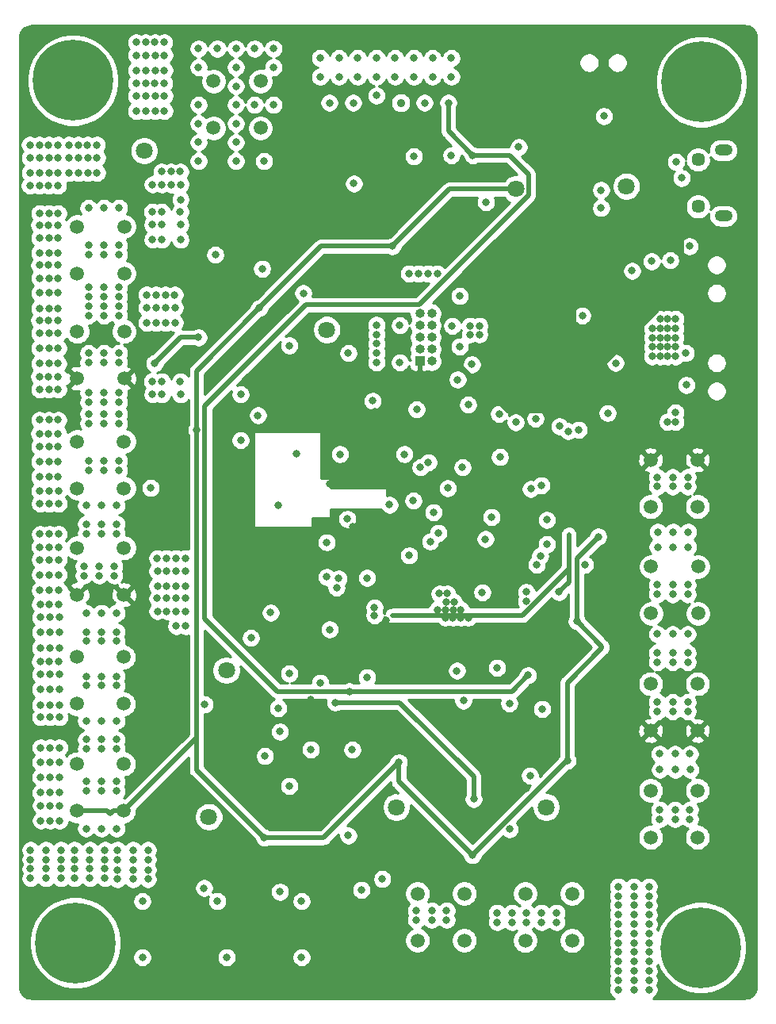
<source format=gbr>
G04 #@! TF.GenerationSoftware,KiCad,Pcbnew,(5.1.5)-3*
G04 #@! TF.CreationDate,2021-02-22T14:13:44+02:00*
G04 #@! TF.ProjectId,Waveform Generator,57617665-666f-4726-9d20-47656e657261,rev?*
G04 #@! TF.SameCoordinates,Original*
G04 #@! TF.FileFunction,Copper,L3,Inr*
G04 #@! TF.FilePolarity,Positive*
%FSLAX46Y46*%
G04 Gerber Fmt 4.6, Leading zero omitted, Abs format (unit mm)*
G04 Created by KiCad (PCBNEW (5.1.5)-3) date 2021-02-22 14:13:44*
%MOMM*%
%LPD*%
G04 APERTURE LIST*
%ADD10C,1.500000*%
%ADD11C,0.800000*%
%ADD12C,0.900000*%
%ADD13C,1.800000*%
%ADD14C,8.600000*%
%ADD15C,1.450000*%
%ADD16O,1.900000X1.200000*%
%ADD17R,1.000000X1.000000*%
%ADD18O,1.000000X1.000000*%
%ADD19C,1.000000*%
%ADD20C,1.200000*%
%ADD21C,0.500000*%
%ADD22C,0.300000*%
%ADD23C,0.254000*%
G04 APERTURE END LIST*
D10*
X22050000Y-36000000D03*
X22050000Y-31000000D03*
X27050000Y-36000000D03*
X27050000Y-31000000D03*
X22039999Y-70300000D03*
X22039999Y-65300000D03*
X27039999Y-70300000D03*
X27039999Y-65300000D03*
D11*
X48991000Y-17780000D03*
X51531000Y-17780000D03*
X61691000Y-17780000D03*
X59151000Y-17780000D03*
D12*
X56611000Y-17780000D03*
D13*
X48700000Y-42000000D03*
D10*
X88300000Y-79800000D03*
X88300000Y-84800000D03*
X83300000Y-79800000D03*
X83300000Y-84800000D03*
X27050000Y-42200000D03*
X27050000Y-47200000D03*
X22050000Y-42200000D03*
X22050000Y-47200000D03*
X63400000Y-107200000D03*
X58400000Y-107200000D03*
X63400000Y-102200000D03*
X58400000Y-102200000D03*
X27039999Y-53930001D03*
X27039999Y-58930001D03*
X22039999Y-53930001D03*
X22039999Y-58930001D03*
X27000000Y-76950000D03*
X27000000Y-81950000D03*
X22000000Y-76950000D03*
X22000000Y-81950000D03*
X88350000Y-67300000D03*
X88350000Y-72300000D03*
X83350000Y-67300000D03*
X83350000Y-72300000D03*
D14*
X21590000Y-15400000D03*
D12*
X24815000Y-15400000D03*
X23870419Y-17680419D03*
X21590000Y-18625000D03*
X19309581Y-17680419D03*
X18365000Y-15400000D03*
X19309581Y-13119581D03*
X21590000Y-12175000D03*
X23870419Y-13119581D03*
X91010419Y-13269581D03*
X88730000Y-12325000D03*
X86449581Y-13269581D03*
X85505000Y-15550000D03*
X86449581Y-17830419D03*
X88730000Y-18775000D03*
X91010419Y-17830419D03*
X91955000Y-15550000D03*
D14*
X88730000Y-15550000D03*
D12*
X24124419Y-105161581D03*
X21844000Y-104217000D03*
X19563581Y-105161581D03*
X18619000Y-107442000D03*
X19563581Y-109722419D03*
X21844000Y-110667000D03*
X24124419Y-109722419D03*
X25069000Y-107442000D03*
D14*
X21844000Y-107442000D03*
D12*
X90926419Y-105669581D03*
X88646000Y-104725000D03*
X86365581Y-105669581D03*
X85421000Y-107950000D03*
X86365581Y-110230419D03*
X88646000Y-111175000D03*
X90926419Y-110230419D03*
X91871000Y-107950000D03*
D14*
X88646000Y-107950000D03*
D15*
X88367500Y-28850000D03*
X88367500Y-23850000D03*
D16*
X91067500Y-29850000D03*
X91067500Y-22850000D03*
D17*
X58630000Y-45360000D03*
D18*
X59900000Y-45360000D03*
X58630000Y-44090000D03*
X59900000Y-44090000D03*
X58630000Y-42820000D03*
X59900000Y-42820000D03*
X58630000Y-41550000D03*
X59900000Y-41550000D03*
X58630000Y-40280000D03*
X59900000Y-40280000D03*
D13*
X36100000Y-94000000D03*
X37973000Y-78359000D03*
X68900000Y-27000000D03*
X80700000Y-26700000D03*
X29200000Y-22900000D03*
X56134000Y-92966000D03*
X72136000Y-92964000D03*
D10*
X83300000Y-96200000D03*
X83300000Y-91200000D03*
X88300000Y-96200000D03*
X88300000Y-91200000D03*
X21989999Y-93360001D03*
X21989999Y-88360001D03*
X26989999Y-93360001D03*
X26989999Y-88360001D03*
X69910001Y-102210001D03*
X74910001Y-102210001D03*
X69910001Y-107210001D03*
X74910001Y-107210001D03*
X41616000Y-20467000D03*
X36616000Y-20467000D03*
X41616000Y-15467000D03*
X36616000Y-15467000D03*
X88300000Y-55900000D03*
X88300000Y-60900000D03*
X83300000Y-55900000D03*
X83300000Y-60900000D03*
D11*
X61560000Y-70180000D03*
X60730993Y-70180000D03*
D19*
X81200000Y-18600000D03*
X81170000Y-17540000D03*
X81160000Y-16470000D03*
X79940000Y-19780000D03*
X79930000Y-16660000D03*
X79940000Y-17700000D03*
D11*
X65300993Y-70050000D03*
X48700000Y-68400000D03*
X53000000Y-68500000D03*
X43500000Y-60750000D03*
X45500000Y-55250000D03*
X29000000Y-109000000D03*
X29000000Y-103000000D03*
X37000000Y-103000000D03*
X38000000Y-109000000D03*
X46000000Y-109000000D03*
X46000000Y-103000000D03*
X51000000Y-96000000D03*
X68233747Y-95318335D03*
X35650000Y-82000000D03*
X43700000Y-84900000D03*
X51430331Y-86830331D03*
X53000000Y-79100000D03*
X63300000Y-81600000D03*
X70400000Y-89600000D03*
X71700000Y-82500000D03*
X68200000Y-81900000D03*
X76262241Y-67083754D03*
X42700000Y-72200000D03*
X53800000Y-71650000D03*
X48700000Y-64700000D03*
X50100000Y-55300000D03*
X53600000Y-49600000D03*
X56500000Y-41542463D03*
X41800000Y-35500000D03*
X44700000Y-43700000D03*
X46200000Y-38100000D03*
X62100000Y-41600000D03*
X41350330Y-51149670D03*
X36800000Y-34000000D03*
X78700000Y-50900000D03*
X79551041Y-45551041D03*
X75989338Y-40500000D03*
X87050001Y-44500000D03*
X87450000Y-33100000D03*
X86000000Y-24100000D03*
X78000000Y-29000000D03*
X78000000Y-27100000D03*
X78300000Y-19200000D03*
X62000000Y-23400000D03*
X58000000Y-23500000D03*
X51600000Y-26400000D03*
X67200000Y-55600000D03*
X71000000Y-51500000D03*
X29900000Y-58900000D03*
X69200000Y-22500000D03*
X63200000Y-56700000D03*
X57500000Y-66100000D03*
X57000000Y-55300000D03*
X66300000Y-62000000D03*
X63800000Y-50000000D03*
X65700000Y-28400000D03*
X24900000Y-33000000D03*
X64300000Y-23400000D03*
X70200000Y-78900000D03*
X51100000Y-80600000D03*
X55700000Y-33100000D03*
X41500000Y-39700000D03*
X34800000Y-52700000D03*
X42030331Y-96230331D03*
X56400000Y-88200000D03*
X64250000Y-98100000D03*
X74400000Y-88000000D03*
X75412241Y-73114323D03*
X77700000Y-64100000D03*
X52400000Y-101800000D03*
X60100000Y-61500000D03*
X43700000Y-102000000D03*
X59750000Y-64613814D03*
D19*
X79940000Y-18750000D03*
D11*
X86800000Y-49400000D03*
X71619669Y-38419669D03*
X71969669Y-42169669D03*
X71500000Y-46200000D03*
X73500000Y-70000000D03*
X48000000Y-79700000D03*
X49600000Y-81800000D03*
X64400000Y-92100000D03*
X40600000Y-74900000D03*
X30300000Y-45600000D03*
X35000000Y-42820010D03*
D20*
X68000000Y-34000000D03*
D11*
X55400000Y-60700000D03*
X62900000Y-38400000D03*
X75600000Y-52700000D03*
X86600000Y-25800000D03*
X72200000Y-64900000D03*
X58700000Y-56700000D03*
X65650000Y-64350000D03*
X72200000Y-62300000D03*
X71619669Y-58619669D03*
X49967302Y-68567302D03*
X39500000Y-48900000D03*
X39500000Y-53800000D03*
X49744694Y-69542213D03*
X48000000Y-13000000D03*
X50000000Y-13000000D03*
X52000000Y-13000000D03*
X54000000Y-13000000D03*
X56000000Y-13000000D03*
X58000000Y-13000000D03*
X60000000Y-13000000D03*
X62000000Y-13000000D03*
X48000000Y-15000000D03*
X50000000Y-15000000D03*
X52000000Y-15000000D03*
X54000000Y-15000000D03*
X56000000Y-15000000D03*
X58000000Y-15000000D03*
X60000000Y-15000000D03*
X62000000Y-15000000D03*
X35000000Y-12000000D03*
X37000000Y-12000000D03*
X39000000Y-12000000D03*
X41000000Y-12000000D03*
X43000000Y-12000000D03*
X35000000Y-14000000D03*
X39000000Y-14000000D03*
X43000000Y-14000000D03*
X43000000Y-18000000D03*
X35000000Y-18000000D03*
X39000000Y-16000000D03*
X39000000Y-18000000D03*
X39000000Y-20000000D03*
X35000000Y-20000000D03*
X35000000Y-22000000D03*
X35000000Y-24000000D03*
X39000000Y-22000000D03*
X39000000Y-24000000D03*
X42000000Y-24000000D03*
X41000000Y-18000000D03*
X54000000Y-17000000D03*
X23250000Y-33000000D03*
X26500000Y-33000000D03*
X23250000Y-56000000D03*
X26500000Y-56000000D03*
X26500000Y-57000000D03*
X23250000Y-57000000D03*
X24900000Y-56000000D03*
X24900000Y-57000000D03*
X24650000Y-62750000D03*
X23000000Y-62750000D03*
X26250000Y-62750000D03*
X24400000Y-68250000D03*
X22750000Y-68250000D03*
X26000000Y-67250000D03*
X26000000Y-68250000D03*
X22750000Y-67250000D03*
X24400000Y-67250000D03*
X23000000Y-74250000D03*
X24650000Y-74250000D03*
X26250000Y-74250000D03*
X26250000Y-79000000D03*
X24650000Y-79000000D03*
X24650000Y-80000000D03*
X23000000Y-79000000D03*
X23000000Y-80000000D03*
X26250000Y-80000000D03*
X24650000Y-85750000D03*
X23000000Y-85750000D03*
X26250000Y-85750000D03*
X24650000Y-91250000D03*
X23000000Y-91250000D03*
X24650000Y-90250000D03*
X26250000Y-91250000D03*
X23000000Y-90250000D03*
X26250000Y-90250000D03*
X61500000Y-104000000D03*
X61500000Y-105000000D03*
X59900000Y-104000000D03*
X58250000Y-104000000D03*
X59900000Y-105000000D03*
X58250000Y-105000000D03*
X71650000Y-105250000D03*
X70000000Y-105250000D03*
X73250000Y-104250000D03*
X73250000Y-105250000D03*
X71650000Y-104250000D03*
X70000000Y-104250000D03*
X66900000Y-105250000D03*
X66900000Y-104250000D03*
X68500000Y-104250000D03*
X68500000Y-105250000D03*
X85900000Y-93250000D03*
X85900000Y-94250000D03*
X87500000Y-93250000D03*
X84250000Y-93250000D03*
X84250000Y-94250000D03*
X87500000Y-94250000D03*
X87500000Y-87280000D03*
X87530000Y-88980000D03*
X84280000Y-88980000D03*
X85900000Y-87280000D03*
X85930000Y-88980000D03*
X84250000Y-87280000D03*
X84000000Y-81750000D03*
X85650000Y-82750000D03*
X87250000Y-82750000D03*
X84000000Y-82750000D03*
X85650000Y-81750000D03*
X85650000Y-74500000D03*
X87250000Y-74500000D03*
X84000000Y-74500000D03*
X85650000Y-77500000D03*
X85650000Y-76500000D03*
X84000000Y-76500000D03*
X87250000Y-76500000D03*
X84000000Y-77500000D03*
X87250000Y-77500000D03*
X85650000Y-69250000D03*
X87250000Y-69250000D03*
X84000000Y-70250000D03*
X84000000Y-69250000D03*
X87250000Y-70250000D03*
X85650000Y-70250000D03*
X87290000Y-65190000D03*
X84050000Y-63590000D03*
X85700000Y-63590000D03*
X87300000Y-63590000D03*
X84040000Y-65190000D03*
X85690000Y-65190000D03*
X85650000Y-58750000D03*
X84000000Y-57750000D03*
X85650000Y-57750000D03*
X87250000Y-57750000D03*
X87250000Y-58750000D03*
X84000000Y-58750000D03*
X24900000Y-48750000D03*
X23250000Y-48750000D03*
X26500000Y-48750000D03*
X23250000Y-49750000D03*
X24900000Y-49750000D03*
X26500000Y-49750000D03*
X26500000Y-52000000D03*
X23250000Y-52000000D03*
X24900000Y-52000000D03*
X24900000Y-51000000D03*
X26500000Y-51000000D03*
X23250000Y-51000000D03*
X68890000Y-51890000D03*
X44700000Y-90700000D03*
X44700000Y-78700000D03*
X58300000Y-50500000D03*
X81319669Y-35719669D03*
X61619669Y-58919669D03*
X87100000Y-47900000D03*
X66900000Y-78100000D03*
X71500000Y-66149999D03*
X62600000Y-78400000D03*
X71128609Y-67078478D03*
X64200000Y-45700000D03*
X67100000Y-51000000D03*
X62900000Y-43800000D03*
X62675262Y-47328387D03*
X42100000Y-87500000D03*
X43500000Y-82400000D03*
X85400000Y-34600000D03*
X74485140Y-52834547D03*
X83400000Y-34700000D03*
X73552543Y-52313824D03*
X60600000Y-63700000D03*
X35600000Y-101600000D03*
X62280000Y-71040000D03*
X61370000Y-71880000D03*
X63020000Y-71880000D03*
X62180000Y-72740000D03*
X63830000Y-72740000D03*
X63000993Y-72740000D03*
X61350993Y-72740000D03*
X61450993Y-71040000D03*
X62190993Y-71880000D03*
X60540993Y-71880000D03*
X85110993Y-40850000D03*
X84290000Y-40850000D03*
X85940000Y-40850000D03*
X85940000Y-41850000D03*
X85110993Y-41850000D03*
X84290000Y-41850000D03*
X83460993Y-41850000D03*
X84290000Y-42850000D03*
X85110993Y-42850000D03*
X85940000Y-42850000D03*
X83460993Y-42850000D03*
X84290000Y-43850000D03*
X85110993Y-43850000D03*
X83460993Y-43850000D03*
X85940000Y-43850000D03*
X85110993Y-44850000D03*
X85940000Y-44850000D03*
X84290000Y-44850000D03*
X83460993Y-44850000D03*
X85940000Y-50850000D03*
X85110993Y-51850000D03*
X85940000Y-51850000D03*
X26250000Y-95250000D03*
X24650000Y-95250000D03*
X23000000Y-95250000D03*
X23000000Y-86750000D03*
X24650000Y-86750000D03*
X26250000Y-86750000D03*
X26250000Y-83750000D03*
X24650000Y-83750000D03*
X23000000Y-83750000D03*
X24650000Y-75250000D03*
X26250000Y-75250000D03*
X23000000Y-75250000D03*
X23000000Y-72250000D03*
X26250000Y-72250000D03*
X24650000Y-72250000D03*
X23000000Y-63750000D03*
X26250000Y-63750000D03*
X24650000Y-63750000D03*
X24650000Y-60750000D03*
X26250000Y-60750000D03*
X23000000Y-60750000D03*
X24900000Y-45500000D03*
X23250000Y-45500000D03*
X26500000Y-45500000D03*
X24900000Y-44500000D03*
X26500000Y-44500000D03*
X23250000Y-44500000D03*
X24900000Y-40500000D03*
X23250000Y-40500000D03*
X26500000Y-40500000D03*
X26500000Y-39500000D03*
X23250000Y-39500000D03*
X24900000Y-39500000D03*
X23250000Y-38500000D03*
X24900000Y-38500000D03*
X26500000Y-38500000D03*
X26500000Y-37500000D03*
X23250000Y-37500000D03*
X24900000Y-37500000D03*
X23250000Y-34000000D03*
X26500000Y-34000000D03*
X24900000Y-34000000D03*
X23250000Y-29000000D03*
X26500000Y-29000000D03*
X24900000Y-29000000D03*
X49000000Y-74000000D03*
X70000000Y-70000000D03*
X70000000Y-71000000D03*
X87250000Y-81750000D03*
X53800000Y-72500000D03*
X54000000Y-41500000D03*
X54000000Y-42500000D03*
X54000000Y-43500000D03*
X54000000Y-44500000D03*
X54000000Y-45500000D03*
X56500000Y-45500000D03*
X65000000Y-42500000D03*
X64000000Y-42500000D03*
X65000000Y-41600000D03*
X64000000Y-41600000D03*
X57500000Y-36000000D03*
X58500000Y-36000000D03*
X59500000Y-36000000D03*
X60500000Y-36000000D03*
X83100000Y-111450000D03*
X83100000Y-112450000D03*
X79850000Y-112450000D03*
X81500000Y-111450000D03*
X81500000Y-112450000D03*
X79850000Y-111450000D03*
X83100000Y-109450000D03*
X81500000Y-110450000D03*
X81500000Y-109450000D03*
X79850000Y-110450000D03*
X83100000Y-110450000D03*
X79850000Y-109450000D03*
X79850000Y-107450000D03*
X81500000Y-108450000D03*
X83100000Y-108450000D03*
X83100000Y-107450000D03*
X79850000Y-108450000D03*
X81500000Y-107450000D03*
X79850000Y-105450000D03*
X81500000Y-105450000D03*
X83100000Y-105450000D03*
X79850000Y-106450000D03*
X83100000Y-106450000D03*
X81500000Y-106450000D03*
X79850000Y-103450000D03*
X79850000Y-104450000D03*
X81500000Y-103450000D03*
X83100000Y-104450000D03*
X81500000Y-104450000D03*
X83100000Y-103450000D03*
X81500000Y-102450000D03*
X83100000Y-102450000D03*
X79850000Y-101450000D03*
X81500000Y-101450000D03*
X79850000Y-102450000D03*
X83100000Y-101450000D03*
X20300000Y-97550000D03*
X18700000Y-98550000D03*
X18700000Y-97550000D03*
X17050000Y-98550000D03*
X20300000Y-98550000D03*
X17050000Y-97550000D03*
X25000000Y-98550000D03*
X21750000Y-98550000D03*
X25000000Y-97550000D03*
X23400000Y-98550000D03*
X21750000Y-97550000D03*
X23400000Y-97550000D03*
X20300000Y-100550000D03*
X18700000Y-100550000D03*
X17050000Y-99550000D03*
X20300000Y-99550000D03*
X18700000Y-99550000D03*
X17050000Y-100550000D03*
X21750000Y-100550000D03*
X25000000Y-99550000D03*
X23400000Y-99550000D03*
X25000000Y-100550000D03*
X21750000Y-99550000D03*
X23400000Y-100550000D03*
X29600000Y-98550000D03*
X28000000Y-98550000D03*
X29600000Y-97550000D03*
X26350000Y-97550000D03*
X26350000Y-98550000D03*
X28000000Y-97550000D03*
X26350000Y-100650000D03*
X29600000Y-99650000D03*
X28000000Y-99650000D03*
X29600000Y-100650000D03*
X28000000Y-100650000D03*
X26350000Y-99650000D03*
X18150000Y-92800000D03*
X18150000Y-94400000D03*
X20150000Y-94400000D03*
X19150000Y-92800000D03*
X20150000Y-92800000D03*
X19150000Y-94400000D03*
X20130000Y-88180000D03*
X20130000Y-89780000D03*
X19130000Y-91430000D03*
X19130000Y-88180000D03*
X19130000Y-89780000D03*
X20130000Y-91430000D03*
X18130000Y-91430000D03*
X18130000Y-89780000D03*
X18130000Y-88180000D03*
X20130000Y-86620000D03*
X19130000Y-86620000D03*
X19130000Y-83370000D03*
X18130000Y-83370000D03*
X20130000Y-83370000D03*
X18130000Y-86620000D03*
X20110000Y-78810000D03*
X20110000Y-80410000D03*
X19110000Y-82060000D03*
X19110000Y-78810000D03*
X19110000Y-80410000D03*
X20110000Y-82060000D03*
X20090000Y-77440000D03*
X19090000Y-77440000D03*
X18090000Y-77440000D03*
X18110000Y-82060000D03*
X18110000Y-80410000D03*
X18110000Y-78810000D03*
X20110000Y-75960000D03*
X18110000Y-74310000D03*
X19110000Y-72710000D03*
X20110000Y-72710000D03*
X18110000Y-72710000D03*
X20090000Y-71340000D03*
X20110000Y-74310000D03*
X19110000Y-75960000D03*
X18110000Y-75960000D03*
X19110000Y-74310000D03*
X18090000Y-71340000D03*
X19090000Y-71340000D03*
X19060000Y-68160000D03*
X20040000Y-65190000D03*
X20060000Y-69810000D03*
X18060000Y-66560000D03*
X18060000Y-68160000D03*
X19060000Y-66560000D03*
X20060000Y-66560000D03*
X20060000Y-68160000D03*
X18060000Y-69810000D03*
X19040000Y-65190000D03*
X18040000Y-65190000D03*
X19060000Y-69810000D03*
X18060000Y-60570000D03*
X20060000Y-60570000D03*
X19040000Y-59200000D03*
X18040000Y-59200000D03*
X20040000Y-59200000D03*
X20060000Y-63820000D03*
X19060000Y-63820000D03*
X18060000Y-63820000D03*
X19060000Y-60570000D03*
X20010000Y-56070000D03*
X18990000Y-53100000D03*
X19990000Y-53100000D03*
X19010000Y-56070000D03*
X19010000Y-54470000D03*
X20010000Y-54470000D03*
X18010000Y-54470000D03*
X18010000Y-57720000D03*
X17990000Y-53100000D03*
X19010000Y-57720000D03*
X18010000Y-56070000D03*
X20010000Y-57720000D03*
X19010000Y-48380000D03*
X17990000Y-47010000D03*
X19010000Y-51630000D03*
X18010000Y-48380000D03*
X19990000Y-47010000D03*
X20010000Y-48380000D03*
X18990000Y-47010000D03*
X20010000Y-51630000D03*
X18010000Y-51630000D03*
X20010000Y-45630000D03*
X20010000Y-42380000D03*
X20010000Y-43980000D03*
X19010000Y-43980000D03*
X18990000Y-41010000D03*
X18010000Y-45630000D03*
X19010000Y-42380000D03*
X17990000Y-41010000D03*
X19010000Y-45630000D03*
X18010000Y-43980000D03*
X18010000Y-42380000D03*
X19990000Y-41010000D03*
X19010000Y-39740000D03*
X20010000Y-39740000D03*
X19010000Y-38090000D03*
X18010000Y-39740000D03*
X18010000Y-38090000D03*
X18990000Y-35120000D03*
X19010000Y-36490000D03*
X20010000Y-36490000D03*
X17990000Y-35120000D03*
X19990000Y-35120000D03*
X18010000Y-36490000D03*
X20010000Y-38090000D03*
X19010000Y-33810000D03*
X20010000Y-33810000D03*
X19990000Y-30840000D03*
X18010000Y-33810000D03*
X20010000Y-32210000D03*
X17990000Y-30840000D03*
X18990000Y-30840000D03*
X19010000Y-32210000D03*
X18010000Y-32210000D03*
X16990000Y-26620000D03*
X18010000Y-29590000D03*
X17990000Y-26620000D03*
X19010000Y-29590000D03*
X20010000Y-29590000D03*
X19990000Y-26620000D03*
X18990000Y-26620000D03*
X17010000Y-25250000D03*
X16990000Y-22280000D03*
X18010000Y-25250000D03*
X20010000Y-25250000D03*
X17010000Y-23650000D03*
X20010000Y-23650000D03*
X19010000Y-25250000D03*
X19990000Y-22280000D03*
X18010000Y-23650000D03*
X19010000Y-23650000D03*
X18990000Y-22280000D03*
X17990000Y-22280000D03*
X22170000Y-25250000D03*
X23170000Y-25250000D03*
X21150000Y-22280000D03*
X24150000Y-22280000D03*
X21170000Y-25250000D03*
X23150000Y-22280000D03*
X22170000Y-23650000D03*
X22150000Y-22280000D03*
X24170000Y-25250000D03*
X21170000Y-23650000D03*
X24170000Y-23650000D03*
X23170000Y-23650000D03*
X31360000Y-14310000D03*
X31340000Y-11340000D03*
X31360000Y-12710000D03*
X28340000Y-11340000D03*
X30340000Y-11340000D03*
X28360000Y-14310000D03*
X30360000Y-14310000D03*
X29360000Y-12710000D03*
X28360000Y-12710000D03*
X29340000Y-11340000D03*
X29360000Y-14310000D03*
X30360000Y-12710000D03*
X31340000Y-15680000D03*
X29360000Y-17050000D03*
X29340000Y-15680000D03*
X30360000Y-17050000D03*
X31360000Y-17050000D03*
X30340000Y-15680000D03*
X28340000Y-15680000D03*
X31360000Y-18650000D03*
X28360000Y-17050000D03*
X30360000Y-18650000D03*
X29360000Y-18650000D03*
X28360000Y-18650000D03*
X31060000Y-25140000D03*
X33060000Y-25140000D03*
X30080000Y-26510000D03*
X31080000Y-26510000D03*
X32080000Y-26510000D03*
X32060000Y-25140000D03*
X33080000Y-26510000D03*
X33080000Y-28110000D03*
X31080000Y-32390000D03*
X33080000Y-30790000D03*
X30080000Y-32390000D03*
X30080000Y-30790000D03*
X30060000Y-29420000D03*
X31080000Y-30790000D03*
X33060000Y-29420000D03*
X31060000Y-29420000D03*
X33080000Y-32390000D03*
X29460000Y-38280000D03*
X29480000Y-41250000D03*
X31480000Y-39650000D03*
X30480000Y-41250000D03*
X29480000Y-39650000D03*
X30460000Y-38280000D03*
X32480000Y-39650000D03*
X31460000Y-38280000D03*
X30480000Y-39650000D03*
X31480000Y-41250000D03*
X32460000Y-38280000D03*
X32480000Y-41250000D03*
X30080000Y-48900000D03*
X33060000Y-47530000D03*
X31060000Y-47530000D03*
X33080000Y-48900000D03*
X30060000Y-47530000D03*
X31080000Y-48900000D03*
X32600000Y-66400000D03*
X32620000Y-67770000D03*
X30600000Y-66400000D03*
X33620000Y-67770000D03*
X32620000Y-69370000D03*
X33600000Y-66400000D03*
X30620000Y-67770000D03*
X33620000Y-69370000D03*
X30620000Y-69370000D03*
X31620000Y-67770000D03*
X31600000Y-66400000D03*
X31620000Y-69370000D03*
X30600000Y-70680000D03*
X33620000Y-72050000D03*
X32620000Y-72050000D03*
X32620000Y-73650000D03*
X33600000Y-70680000D03*
X33620000Y-73650000D03*
X31600000Y-70680000D03*
X30620000Y-72050000D03*
X32600000Y-70680000D03*
X31620000Y-72050000D03*
X69750000Y-50750000D03*
X70500000Y-59000000D03*
X54630331Y-100630331D03*
X35000000Y-41000000D03*
X36000000Y-41000000D03*
X36000000Y-42000000D03*
X53870000Y-50760008D03*
X53870000Y-52000000D03*
X51500000Y-54500000D03*
X51500000Y-53500000D03*
X55500000Y-64000000D03*
X55000000Y-73000000D03*
X46000000Y-75000000D03*
X47000000Y-75000000D03*
X48000000Y-75000000D03*
X46000000Y-76000000D03*
X47000000Y-76000000D03*
X46000000Y-77000000D03*
X47000000Y-81500000D03*
X59000000Y-90000000D03*
X59000000Y-91000000D03*
X70000000Y-91000000D03*
X68500000Y-50750000D03*
X86600000Y-38400000D03*
X85000000Y-39000000D03*
X50000000Y-58500000D03*
X49000000Y-58500000D03*
X68500000Y-68000000D03*
X69500000Y-68000000D03*
X55000000Y-74000000D03*
X51500000Y-63000000D03*
X59000000Y-34000000D03*
X51000000Y-44500000D03*
X50890379Y-62207305D03*
X47000000Y-86800000D03*
X59548000Y-56170000D03*
X57949999Y-60250001D03*
D21*
X61691000Y-17780000D02*
X61691000Y-20791000D01*
X61691000Y-20791000D02*
X64300000Y-23400000D01*
X70200000Y-78900000D02*
X68500000Y-80600000D01*
X68500000Y-80600000D02*
X51100000Y-80600000D01*
X51100000Y-80600000D02*
X43400000Y-80600000D01*
X58568003Y-39329999D02*
X70250001Y-27648001D01*
X35650001Y-50149999D02*
X46470001Y-39329999D01*
X70250001Y-27648001D02*
X70250001Y-25450001D01*
X46470001Y-39329999D02*
X58568003Y-39329999D01*
X68200000Y-23400000D02*
X64300000Y-23400000D01*
X70250001Y-25450001D02*
X68200000Y-23400000D01*
X68900000Y-27000000D02*
X61800000Y-27000000D01*
X61800000Y-27000000D02*
X55700000Y-33100000D01*
X55700000Y-33100000D02*
X48100000Y-33100000D01*
X48100000Y-33100000D02*
X41500000Y-39700000D01*
X41500000Y-39700000D02*
X34800000Y-46400000D01*
X34800000Y-46400000D02*
X34800000Y-52700000D01*
X34800000Y-85550000D02*
X26989999Y-93360001D01*
X25929339Y-93360001D02*
X25589340Y-93700000D01*
X26989999Y-93360001D02*
X25929339Y-93360001D01*
X25249341Y-93360001D02*
X21989999Y-93360001D01*
X25589340Y-93700000D02*
X25249341Y-93360001D01*
X34800000Y-85550000D02*
X34800000Y-89000000D01*
X34800000Y-89000000D02*
X42030331Y-96230331D01*
X42030331Y-96230331D02*
X48369669Y-96230331D01*
X48369669Y-96230331D02*
X56400000Y-88200000D01*
X56400000Y-88200000D02*
X56400000Y-90250000D01*
X56400000Y-90250000D02*
X64250000Y-98100000D01*
X64250000Y-98100000D02*
X74350000Y-88000000D01*
X74350000Y-88000000D02*
X74400000Y-88000000D01*
X74400000Y-88000000D02*
X74400000Y-79700000D01*
X74400000Y-79700000D02*
X78100000Y-76000000D01*
X78100000Y-75802082D02*
X75412241Y-73114323D01*
X78100000Y-76000000D02*
X78100000Y-75802082D01*
X75412241Y-73114323D02*
X75412241Y-66387759D01*
X75412241Y-66387759D02*
X77700000Y-64100000D01*
X80200000Y-22500000D02*
X86600000Y-28900000D01*
X86600000Y-28900000D02*
X86600000Y-38400000D01*
X86200001Y-48800001D02*
X86800000Y-49400000D01*
X86600000Y-39000000D02*
X86200001Y-39399999D01*
X86600000Y-39000000D02*
X85000000Y-39000000D01*
X72200000Y-39000000D02*
X71619669Y-38419669D01*
X75139338Y-39000000D02*
X71969669Y-42169669D01*
X75139338Y-39000000D02*
X75139338Y-42560662D01*
X75139338Y-42560662D02*
X71500000Y-46200000D01*
X84000000Y-39000000D02*
X84000000Y-39900000D01*
X84000000Y-39000000D02*
X75139338Y-39000000D01*
X86600000Y-39000000D02*
X84000000Y-39000000D01*
X74562240Y-68937760D02*
X73500000Y-70000000D01*
X74562240Y-67537760D02*
X69600000Y-72500000D01*
X74562240Y-67537760D02*
X74562240Y-68937760D01*
X74562240Y-63837760D02*
X74562240Y-67537760D01*
X57500000Y-72500000D02*
X55700000Y-72500000D01*
X69600000Y-72500000D02*
X57500000Y-72500000D01*
D22*
X67950000Y-50750000D02*
X63410001Y-46210001D01*
X73150000Y-50750000D02*
X69750000Y-50750000D01*
D21*
X84000000Y-39900000D02*
X73150000Y-50750000D01*
X49600000Y-81800000D02*
X56500000Y-81800000D01*
X56500000Y-81800000D02*
X64400000Y-89700000D01*
X64400000Y-89700000D02*
X64400000Y-92100000D01*
X30300000Y-45600000D02*
X33079990Y-42820010D01*
X33079990Y-42820010D02*
X35000000Y-42820010D01*
X43400000Y-80600000D02*
X35650001Y-72850001D01*
X35650001Y-72850001D02*
X35650001Y-50149999D01*
X34800000Y-52700000D02*
X34800000Y-85550000D01*
D22*
X69750000Y-50750000D02*
X67950000Y-50750000D01*
D21*
X86600000Y-38400000D02*
X86600000Y-39000000D01*
X85000000Y-39000000D02*
X72200000Y-39000000D01*
D23*
G36*
X93586204Y-9576815D02*
G01*
X93818226Y-9646867D01*
X94032222Y-9760650D01*
X94220041Y-9913832D01*
X94374530Y-10100577D01*
X94489801Y-10313769D01*
X94561472Y-10545300D01*
X94590000Y-10816725D01*
X94590001Y-110457572D01*
X94590000Y-110457582D01*
X94590001Y-112108713D01*
X94563185Y-112382205D01*
X94493133Y-112614226D01*
X94379350Y-112828222D01*
X94226169Y-113016039D01*
X94039424Y-113170529D01*
X93826231Y-113285802D01*
X93594701Y-113357472D01*
X93323276Y-113386000D01*
X83544881Y-113386000D01*
X83590256Y-113367205D01*
X83759774Y-113253937D01*
X83903937Y-113109774D01*
X84017205Y-112940256D01*
X84095226Y-112751898D01*
X84135000Y-112551939D01*
X84135000Y-112348061D01*
X84095226Y-112148102D01*
X84017205Y-111959744D01*
X84010694Y-111950000D01*
X84017205Y-111940256D01*
X84095226Y-111751898D01*
X84135000Y-111551939D01*
X84135000Y-111348061D01*
X84095226Y-111148102D01*
X84017205Y-110959744D01*
X84010694Y-110950000D01*
X84017205Y-110940256D01*
X84095226Y-110751898D01*
X84135000Y-110551939D01*
X84135000Y-110348061D01*
X84095226Y-110148102D01*
X84017205Y-109959744D01*
X84010694Y-109950000D01*
X84017205Y-109940256D01*
X84072996Y-109805566D01*
X84272660Y-110287599D01*
X84812735Y-111095879D01*
X85500121Y-111783265D01*
X86308401Y-112323340D01*
X87206514Y-112695350D01*
X88159945Y-112885000D01*
X89132055Y-112885000D01*
X90085486Y-112695350D01*
X90983599Y-112323340D01*
X91791879Y-111783265D01*
X92479265Y-111095879D01*
X93019340Y-110287599D01*
X93391350Y-109389486D01*
X93581000Y-108436055D01*
X93581000Y-107463945D01*
X93391350Y-106510514D01*
X93019340Y-105612401D01*
X92479265Y-104804121D01*
X91791879Y-104116735D01*
X90983599Y-103576660D01*
X90085486Y-103204650D01*
X89132055Y-103015000D01*
X88159945Y-103015000D01*
X87206514Y-103204650D01*
X86308401Y-103576660D01*
X85500121Y-104116735D01*
X84812735Y-104804121D01*
X84272660Y-105612401D01*
X84072996Y-106094434D01*
X84017205Y-105959744D01*
X84010694Y-105950000D01*
X84017205Y-105940256D01*
X84095226Y-105751898D01*
X84135000Y-105551939D01*
X84135000Y-105348061D01*
X84095226Y-105148102D01*
X84017205Y-104959744D01*
X84010694Y-104950000D01*
X84017205Y-104940256D01*
X84095226Y-104751898D01*
X84135000Y-104551939D01*
X84135000Y-104348061D01*
X84095226Y-104148102D01*
X84017205Y-103959744D01*
X84010694Y-103950000D01*
X84017205Y-103940256D01*
X84095226Y-103751898D01*
X84135000Y-103551939D01*
X84135000Y-103348061D01*
X84095226Y-103148102D01*
X84017205Y-102959744D01*
X84010694Y-102950000D01*
X84017205Y-102940256D01*
X84095226Y-102751898D01*
X84135000Y-102551939D01*
X84135000Y-102348061D01*
X84095226Y-102148102D01*
X84017205Y-101959744D01*
X84010694Y-101950000D01*
X84017205Y-101940256D01*
X84095226Y-101751898D01*
X84135000Y-101551939D01*
X84135000Y-101348061D01*
X84095226Y-101148102D01*
X84017205Y-100959744D01*
X83903937Y-100790226D01*
X83759774Y-100646063D01*
X83590256Y-100532795D01*
X83401898Y-100454774D01*
X83201939Y-100415000D01*
X82998061Y-100415000D01*
X82798102Y-100454774D01*
X82609744Y-100532795D01*
X82440226Y-100646063D01*
X82300000Y-100786289D01*
X82159774Y-100646063D01*
X81990256Y-100532795D01*
X81801898Y-100454774D01*
X81601939Y-100415000D01*
X81398061Y-100415000D01*
X81198102Y-100454774D01*
X81009744Y-100532795D01*
X80840226Y-100646063D01*
X80696063Y-100790226D01*
X80675000Y-100821749D01*
X80653937Y-100790226D01*
X80509774Y-100646063D01*
X80340256Y-100532795D01*
X80151898Y-100454774D01*
X79951939Y-100415000D01*
X79748061Y-100415000D01*
X79548102Y-100454774D01*
X79359744Y-100532795D01*
X79190226Y-100646063D01*
X79046063Y-100790226D01*
X78932795Y-100959744D01*
X78854774Y-101148102D01*
X78815000Y-101348061D01*
X78815000Y-101551939D01*
X78854774Y-101751898D01*
X78932795Y-101940256D01*
X78939306Y-101950000D01*
X78932795Y-101959744D01*
X78854774Y-102148102D01*
X78815000Y-102348061D01*
X78815000Y-102551939D01*
X78854774Y-102751898D01*
X78932795Y-102940256D01*
X78939306Y-102950000D01*
X78932795Y-102959744D01*
X78854774Y-103148102D01*
X78815000Y-103348061D01*
X78815000Y-103551939D01*
X78854774Y-103751898D01*
X78932795Y-103940256D01*
X78939306Y-103950000D01*
X78932795Y-103959744D01*
X78854774Y-104148102D01*
X78815000Y-104348061D01*
X78815000Y-104551939D01*
X78854774Y-104751898D01*
X78932795Y-104940256D01*
X78939306Y-104950000D01*
X78932795Y-104959744D01*
X78854774Y-105148102D01*
X78815000Y-105348061D01*
X78815000Y-105551939D01*
X78854774Y-105751898D01*
X78932795Y-105940256D01*
X78939306Y-105950000D01*
X78932795Y-105959744D01*
X78854774Y-106148102D01*
X78815000Y-106348061D01*
X78815000Y-106551939D01*
X78854774Y-106751898D01*
X78932795Y-106940256D01*
X78939306Y-106950000D01*
X78932795Y-106959744D01*
X78854774Y-107148102D01*
X78815000Y-107348061D01*
X78815000Y-107551939D01*
X78854774Y-107751898D01*
X78932795Y-107940256D01*
X78939306Y-107950000D01*
X78932795Y-107959744D01*
X78854774Y-108148102D01*
X78815000Y-108348061D01*
X78815000Y-108551939D01*
X78854774Y-108751898D01*
X78932795Y-108940256D01*
X78939306Y-108950000D01*
X78932795Y-108959744D01*
X78854774Y-109148102D01*
X78815000Y-109348061D01*
X78815000Y-109551939D01*
X78854774Y-109751898D01*
X78932795Y-109940256D01*
X78939306Y-109950000D01*
X78932795Y-109959744D01*
X78854774Y-110148102D01*
X78815000Y-110348061D01*
X78815000Y-110551939D01*
X78854774Y-110751898D01*
X78932795Y-110940256D01*
X78939306Y-110950000D01*
X78932795Y-110959744D01*
X78854774Y-111148102D01*
X78815000Y-111348061D01*
X78815000Y-111551939D01*
X78854774Y-111751898D01*
X78932795Y-111940256D01*
X78939306Y-111950000D01*
X78932795Y-111959744D01*
X78854774Y-112148102D01*
X78815000Y-112348061D01*
X78815000Y-112551939D01*
X78854774Y-112751898D01*
X78932795Y-112940256D01*
X79046063Y-113109774D01*
X79190226Y-113253937D01*
X79359744Y-113367205D01*
X79405119Y-113386000D01*
X17177277Y-113386000D01*
X16903795Y-113359185D01*
X16671774Y-113289133D01*
X16457778Y-113175350D01*
X16269961Y-113022169D01*
X16115471Y-112835424D01*
X16000198Y-112622231D01*
X15928528Y-112390701D01*
X15900000Y-112119276D01*
X15900000Y-106955945D01*
X16909000Y-106955945D01*
X16909000Y-107928055D01*
X17098650Y-108881486D01*
X17470660Y-109779599D01*
X18010735Y-110587879D01*
X18698121Y-111275265D01*
X19506401Y-111815340D01*
X20404514Y-112187350D01*
X21357945Y-112377000D01*
X22330055Y-112377000D01*
X23283486Y-112187350D01*
X24181599Y-111815340D01*
X24989879Y-111275265D01*
X25677265Y-110587879D01*
X26217340Y-109779599D01*
X26582484Y-108898061D01*
X27965000Y-108898061D01*
X27965000Y-109101939D01*
X28004774Y-109301898D01*
X28082795Y-109490256D01*
X28196063Y-109659774D01*
X28340226Y-109803937D01*
X28509744Y-109917205D01*
X28698102Y-109995226D01*
X28898061Y-110035000D01*
X29101939Y-110035000D01*
X29301898Y-109995226D01*
X29490256Y-109917205D01*
X29659774Y-109803937D01*
X29803937Y-109659774D01*
X29917205Y-109490256D01*
X29995226Y-109301898D01*
X30035000Y-109101939D01*
X30035000Y-108898061D01*
X36965000Y-108898061D01*
X36965000Y-109101939D01*
X37004774Y-109301898D01*
X37082795Y-109490256D01*
X37196063Y-109659774D01*
X37340226Y-109803937D01*
X37509744Y-109917205D01*
X37698102Y-109995226D01*
X37898061Y-110035000D01*
X38101939Y-110035000D01*
X38301898Y-109995226D01*
X38490256Y-109917205D01*
X38659774Y-109803937D01*
X38803937Y-109659774D01*
X38917205Y-109490256D01*
X38995226Y-109301898D01*
X39035000Y-109101939D01*
X39035000Y-108898061D01*
X44965000Y-108898061D01*
X44965000Y-109101939D01*
X45004774Y-109301898D01*
X45082795Y-109490256D01*
X45196063Y-109659774D01*
X45340226Y-109803937D01*
X45509744Y-109917205D01*
X45698102Y-109995226D01*
X45898061Y-110035000D01*
X46101939Y-110035000D01*
X46301898Y-109995226D01*
X46490256Y-109917205D01*
X46659774Y-109803937D01*
X46803937Y-109659774D01*
X46917205Y-109490256D01*
X46995226Y-109301898D01*
X47035000Y-109101939D01*
X47035000Y-108898061D01*
X46995226Y-108698102D01*
X46917205Y-108509744D01*
X46803937Y-108340226D01*
X46659774Y-108196063D01*
X46490256Y-108082795D01*
X46301898Y-108004774D01*
X46101939Y-107965000D01*
X45898061Y-107965000D01*
X45698102Y-108004774D01*
X45509744Y-108082795D01*
X45340226Y-108196063D01*
X45196063Y-108340226D01*
X45082795Y-108509744D01*
X45004774Y-108698102D01*
X44965000Y-108898061D01*
X39035000Y-108898061D01*
X38995226Y-108698102D01*
X38917205Y-108509744D01*
X38803937Y-108340226D01*
X38659774Y-108196063D01*
X38490256Y-108082795D01*
X38301898Y-108004774D01*
X38101939Y-107965000D01*
X37898061Y-107965000D01*
X37698102Y-108004774D01*
X37509744Y-108082795D01*
X37340226Y-108196063D01*
X37196063Y-108340226D01*
X37082795Y-108509744D01*
X37004774Y-108698102D01*
X36965000Y-108898061D01*
X30035000Y-108898061D01*
X29995226Y-108698102D01*
X29917205Y-108509744D01*
X29803937Y-108340226D01*
X29659774Y-108196063D01*
X29490256Y-108082795D01*
X29301898Y-108004774D01*
X29101939Y-107965000D01*
X28898061Y-107965000D01*
X28698102Y-108004774D01*
X28509744Y-108082795D01*
X28340226Y-108196063D01*
X28196063Y-108340226D01*
X28082795Y-108509744D01*
X28004774Y-108698102D01*
X27965000Y-108898061D01*
X26582484Y-108898061D01*
X26589350Y-108881486D01*
X26779000Y-107928055D01*
X26779000Y-106955945D01*
X26589350Y-106002514D01*
X26217340Y-105104401D01*
X25677265Y-104296121D01*
X24989879Y-103608735D01*
X24181599Y-103068660D01*
X23769736Y-102898061D01*
X27965000Y-102898061D01*
X27965000Y-103101939D01*
X28004774Y-103301898D01*
X28082795Y-103490256D01*
X28196063Y-103659774D01*
X28340226Y-103803937D01*
X28509744Y-103917205D01*
X28698102Y-103995226D01*
X28898061Y-104035000D01*
X29101939Y-104035000D01*
X29301898Y-103995226D01*
X29490256Y-103917205D01*
X29659774Y-103803937D01*
X29803937Y-103659774D01*
X29917205Y-103490256D01*
X29995226Y-103301898D01*
X30035000Y-103101939D01*
X30035000Y-102898061D01*
X29995226Y-102698102D01*
X29917205Y-102509744D01*
X29803937Y-102340226D01*
X29659774Y-102196063D01*
X29490256Y-102082795D01*
X29301898Y-102004774D01*
X29101939Y-101965000D01*
X28898061Y-101965000D01*
X28698102Y-102004774D01*
X28509744Y-102082795D01*
X28340226Y-102196063D01*
X28196063Y-102340226D01*
X28082795Y-102509744D01*
X28004774Y-102698102D01*
X27965000Y-102898061D01*
X23769736Y-102898061D01*
X23283486Y-102696650D01*
X22330055Y-102507000D01*
X21357945Y-102507000D01*
X20404514Y-102696650D01*
X19506401Y-103068660D01*
X18698121Y-103608735D01*
X18010735Y-104296121D01*
X17470660Y-105104401D01*
X17098650Y-106002514D01*
X16909000Y-106955945D01*
X15900000Y-106955945D01*
X15900000Y-97448061D01*
X16015000Y-97448061D01*
X16015000Y-97651939D01*
X16054774Y-97851898D01*
X16132795Y-98040256D01*
X16139306Y-98050000D01*
X16132795Y-98059744D01*
X16054774Y-98248102D01*
X16015000Y-98448061D01*
X16015000Y-98651939D01*
X16054774Y-98851898D01*
X16132795Y-99040256D01*
X16139306Y-99050000D01*
X16132795Y-99059744D01*
X16054774Y-99248102D01*
X16015000Y-99448061D01*
X16015000Y-99651939D01*
X16054774Y-99851898D01*
X16132795Y-100040256D01*
X16139306Y-100050000D01*
X16132795Y-100059744D01*
X16054774Y-100248102D01*
X16015000Y-100448061D01*
X16015000Y-100651939D01*
X16054774Y-100851898D01*
X16132795Y-101040256D01*
X16246063Y-101209774D01*
X16390226Y-101353937D01*
X16559744Y-101467205D01*
X16748102Y-101545226D01*
X16948061Y-101585000D01*
X17151939Y-101585000D01*
X17351898Y-101545226D01*
X17540256Y-101467205D01*
X17709774Y-101353937D01*
X17853937Y-101209774D01*
X17875000Y-101178251D01*
X17896063Y-101209774D01*
X18040226Y-101353937D01*
X18209744Y-101467205D01*
X18398102Y-101545226D01*
X18598061Y-101585000D01*
X18801939Y-101585000D01*
X19001898Y-101545226D01*
X19190256Y-101467205D01*
X19359774Y-101353937D01*
X19500000Y-101213711D01*
X19640226Y-101353937D01*
X19809744Y-101467205D01*
X19998102Y-101545226D01*
X20198061Y-101585000D01*
X20401939Y-101585000D01*
X20601898Y-101545226D01*
X20790256Y-101467205D01*
X20959774Y-101353937D01*
X21025000Y-101288711D01*
X21090226Y-101353937D01*
X21259744Y-101467205D01*
X21448102Y-101545226D01*
X21648061Y-101585000D01*
X21851939Y-101585000D01*
X22051898Y-101545226D01*
X22240256Y-101467205D01*
X22409774Y-101353937D01*
X22553937Y-101209774D01*
X22575000Y-101178251D01*
X22596063Y-101209774D01*
X22740226Y-101353937D01*
X22909744Y-101467205D01*
X23098102Y-101545226D01*
X23298061Y-101585000D01*
X23501939Y-101585000D01*
X23701898Y-101545226D01*
X23890256Y-101467205D01*
X24059774Y-101353937D01*
X24200000Y-101213711D01*
X24340226Y-101353937D01*
X24509744Y-101467205D01*
X24698102Y-101545226D01*
X24898061Y-101585000D01*
X25101939Y-101585000D01*
X25301898Y-101545226D01*
X25490256Y-101467205D01*
X25618083Y-101381794D01*
X25690226Y-101453937D01*
X25859744Y-101567205D01*
X26048102Y-101645226D01*
X26248061Y-101685000D01*
X26451939Y-101685000D01*
X26651898Y-101645226D01*
X26840256Y-101567205D01*
X27009774Y-101453937D01*
X27153937Y-101309774D01*
X27175000Y-101278251D01*
X27196063Y-101309774D01*
X27340226Y-101453937D01*
X27509744Y-101567205D01*
X27698102Y-101645226D01*
X27898061Y-101685000D01*
X28101939Y-101685000D01*
X28301898Y-101645226D01*
X28490256Y-101567205D01*
X28659774Y-101453937D01*
X28800000Y-101313711D01*
X28940226Y-101453937D01*
X29109744Y-101567205D01*
X29298102Y-101645226D01*
X29498061Y-101685000D01*
X29701939Y-101685000D01*
X29901898Y-101645226D01*
X30090256Y-101567205D01*
X30193737Y-101498061D01*
X34565000Y-101498061D01*
X34565000Y-101701939D01*
X34604774Y-101901898D01*
X34682795Y-102090256D01*
X34796063Y-102259774D01*
X34940226Y-102403937D01*
X35109744Y-102517205D01*
X35298102Y-102595226D01*
X35498061Y-102635000D01*
X35701939Y-102635000D01*
X35901898Y-102595226D01*
X36077519Y-102522481D01*
X36004774Y-102698102D01*
X35965000Y-102898061D01*
X35965000Y-103101939D01*
X36004774Y-103301898D01*
X36082795Y-103490256D01*
X36196063Y-103659774D01*
X36340226Y-103803937D01*
X36509744Y-103917205D01*
X36698102Y-103995226D01*
X36898061Y-104035000D01*
X37101939Y-104035000D01*
X37301898Y-103995226D01*
X37490256Y-103917205D01*
X37659774Y-103803937D01*
X37803937Y-103659774D01*
X37917205Y-103490256D01*
X37995226Y-103301898D01*
X38035000Y-103101939D01*
X38035000Y-102898061D01*
X37995226Y-102698102D01*
X37917205Y-102509744D01*
X37803937Y-102340226D01*
X37659774Y-102196063D01*
X37490256Y-102082795D01*
X37301898Y-102004774D01*
X37101939Y-101965000D01*
X36898061Y-101965000D01*
X36698102Y-102004774D01*
X36522481Y-102077519D01*
X36595226Y-101901898D01*
X36595989Y-101898061D01*
X42665000Y-101898061D01*
X42665000Y-102101939D01*
X42704774Y-102301898D01*
X42782795Y-102490256D01*
X42896063Y-102659774D01*
X43040226Y-102803937D01*
X43209744Y-102917205D01*
X43398102Y-102995226D01*
X43598061Y-103035000D01*
X43801939Y-103035000D01*
X44001898Y-102995226D01*
X44190256Y-102917205D01*
X44218907Y-102898061D01*
X44965000Y-102898061D01*
X44965000Y-103101939D01*
X45004774Y-103301898D01*
X45082795Y-103490256D01*
X45196063Y-103659774D01*
X45340226Y-103803937D01*
X45509744Y-103917205D01*
X45698102Y-103995226D01*
X45898061Y-104035000D01*
X46101939Y-104035000D01*
X46301898Y-103995226D01*
X46490256Y-103917205D01*
X46659774Y-103803937D01*
X46803937Y-103659774D01*
X46917205Y-103490256D01*
X46995226Y-103301898D01*
X47035000Y-103101939D01*
X47035000Y-102898061D01*
X46995226Y-102698102D01*
X46917205Y-102509744D01*
X46803937Y-102340226D01*
X46659774Y-102196063D01*
X46490256Y-102082795D01*
X46301898Y-102004774D01*
X46101939Y-101965000D01*
X45898061Y-101965000D01*
X45698102Y-102004774D01*
X45509744Y-102082795D01*
X45340226Y-102196063D01*
X45196063Y-102340226D01*
X45082795Y-102509744D01*
X45004774Y-102698102D01*
X44965000Y-102898061D01*
X44218907Y-102898061D01*
X44359774Y-102803937D01*
X44503937Y-102659774D01*
X44617205Y-102490256D01*
X44695226Y-102301898D01*
X44735000Y-102101939D01*
X44735000Y-101898061D01*
X44695226Y-101698102D01*
X44695210Y-101698061D01*
X51365000Y-101698061D01*
X51365000Y-101901939D01*
X51404774Y-102101898D01*
X51482795Y-102290256D01*
X51596063Y-102459774D01*
X51740226Y-102603937D01*
X51909744Y-102717205D01*
X52098102Y-102795226D01*
X52298061Y-102835000D01*
X52501939Y-102835000D01*
X52701898Y-102795226D01*
X52890256Y-102717205D01*
X53059774Y-102603937D01*
X53203937Y-102459774D01*
X53317205Y-102290256D01*
X53395226Y-102101898D01*
X53402846Y-102063589D01*
X57015000Y-102063589D01*
X57015000Y-102336411D01*
X57068225Y-102603989D01*
X57172629Y-102856043D01*
X57324201Y-103082886D01*
X57513802Y-103272487D01*
X57446063Y-103340226D01*
X57332795Y-103509744D01*
X57254774Y-103698102D01*
X57215000Y-103898061D01*
X57215000Y-104101939D01*
X57254774Y-104301898D01*
X57332795Y-104490256D01*
X57339306Y-104500000D01*
X57332795Y-104509744D01*
X57254774Y-104698102D01*
X57215000Y-104898061D01*
X57215000Y-105101939D01*
X57254774Y-105301898D01*
X57332795Y-105490256D01*
X57446063Y-105659774D01*
X57590226Y-105803937D01*
X57759744Y-105917205D01*
X57818753Y-105941648D01*
X57743957Y-105972629D01*
X57517114Y-106124201D01*
X57324201Y-106317114D01*
X57172629Y-106543957D01*
X57068225Y-106796011D01*
X57015000Y-107063589D01*
X57015000Y-107336411D01*
X57068225Y-107603989D01*
X57172629Y-107856043D01*
X57324201Y-108082886D01*
X57517114Y-108275799D01*
X57743957Y-108427371D01*
X57996011Y-108531775D01*
X58263589Y-108585000D01*
X58536411Y-108585000D01*
X58803989Y-108531775D01*
X59056043Y-108427371D01*
X59282886Y-108275799D01*
X59475799Y-108082886D01*
X59627371Y-107856043D01*
X59731775Y-107603989D01*
X59785000Y-107336411D01*
X59785000Y-107063589D01*
X62015000Y-107063589D01*
X62015000Y-107336411D01*
X62068225Y-107603989D01*
X62172629Y-107856043D01*
X62324201Y-108082886D01*
X62517114Y-108275799D01*
X62743957Y-108427371D01*
X62996011Y-108531775D01*
X63263589Y-108585000D01*
X63536411Y-108585000D01*
X63803989Y-108531775D01*
X64056043Y-108427371D01*
X64282886Y-108275799D01*
X64475799Y-108082886D01*
X64627371Y-107856043D01*
X64731775Y-107603989D01*
X64785000Y-107336411D01*
X64785000Y-107063589D01*
X64731775Y-106796011D01*
X64627371Y-106543957D01*
X64475799Y-106317114D01*
X64282886Y-106124201D01*
X64056043Y-105972629D01*
X63803989Y-105868225D01*
X63536411Y-105815000D01*
X63263589Y-105815000D01*
X62996011Y-105868225D01*
X62743957Y-105972629D01*
X62517114Y-106124201D01*
X62324201Y-106317114D01*
X62172629Y-106543957D01*
X62068225Y-106796011D01*
X62015000Y-107063589D01*
X59785000Y-107063589D01*
X59731775Y-106796011D01*
X59627371Y-106543957D01*
X59475799Y-106317114D01*
X59282886Y-106124201D01*
X59056043Y-105972629D01*
X58809897Y-105870672D01*
X58909774Y-105803937D01*
X59053937Y-105659774D01*
X59075000Y-105628251D01*
X59096063Y-105659774D01*
X59240226Y-105803937D01*
X59409744Y-105917205D01*
X59598102Y-105995226D01*
X59798061Y-106035000D01*
X60001939Y-106035000D01*
X60201898Y-105995226D01*
X60390256Y-105917205D01*
X60559774Y-105803937D01*
X60700000Y-105663711D01*
X60840226Y-105803937D01*
X61009744Y-105917205D01*
X61198102Y-105995226D01*
X61398061Y-106035000D01*
X61601939Y-106035000D01*
X61801898Y-105995226D01*
X61990256Y-105917205D01*
X62159774Y-105803937D01*
X62303937Y-105659774D01*
X62417205Y-105490256D01*
X62495226Y-105301898D01*
X62535000Y-105101939D01*
X62535000Y-104898061D01*
X62495226Y-104698102D01*
X62417205Y-104509744D01*
X62410694Y-104500000D01*
X62417205Y-104490256D01*
X62495226Y-104301898D01*
X62525825Y-104148061D01*
X65865000Y-104148061D01*
X65865000Y-104351939D01*
X65904774Y-104551898D01*
X65982795Y-104740256D01*
X65989306Y-104750000D01*
X65982795Y-104759744D01*
X65904774Y-104948102D01*
X65865000Y-105148061D01*
X65865000Y-105351939D01*
X65904774Y-105551898D01*
X65982795Y-105740256D01*
X66096063Y-105909774D01*
X66240226Y-106053937D01*
X66409744Y-106167205D01*
X66598102Y-106245226D01*
X66798061Y-106285000D01*
X67001939Y-106285000D01*
X67201898Y-106245226D01*
X67390256Y-106167205D01*
X67559774Y-106053937D01*
X67700000Y-105913711D01*
X67840226Y-106053937D01*
X68009744Y-106167205D01*
X68198102Y-106245226D01*
X68398061Y-106285000D01*
X68601939Y-106285000D01*
X68801898Y-106245226D01*
X68990256Y-106167205D01*
X69001877Y-106159440D01*
X68834202Y-106327115D01*
X68682630Y-106553958D01*
X68578226Y-106806012D01*
X68525001Y-107073590D01*
X68525001Y-107346412D01*
X68578226Y-107613990D01*
X68682630Y-107866044D01*
X68834202Y-108092887D01*
X69027115Y-108285800D01*
X69253958Y-108437372D01*
X69506012Y-108541776D01*
X69773590Y-108595001D01*
X70046412Y-108595001D01*
X70313990Y-108541776D01*
X70566044Y-108437372D01*
X70792887Y-108285800D01*
X70985800Y-108092887D01*
X71137372Y-107866044D01*
X71241776Y-107613990D01*
X71295001Y-107346412D01*
X71295001Y-107073590D01*
X73525001Y-107073590D01*
X73525001Y-107346412D01*
X73578226Y-107613990D01*
X73682630Y-107866044D01*
X73834202Y-108092887D01*
X74027115Y-108285800D01*
X74253958Y-108437372D01*
X74506012Y-108541776D01*
X74773590Y-108595001D01*
X75046412Y-108595001D01*
X75313990Y-108541776D01*
X75566044Y-108437372D01*
X75792887Y-108285800D01*
X75985800Y-108092887D01*
X76137372Y-107866044D01*
X76241776Y-107613990D01*
X76295001Y-107346412D01*
X76295001Y-107073590D01*
X76241776Y-106806012D01*
X76137372Y-106553958D01*
X75985800Y-106327115D01*
X75792887Y-106134202D01*
X75566044Y-105982630D01*
X75313990Y-105878226D01*
X75046412Y-105825001D01*
X74773590Y-105825001D01*
X74506012Y-105878226D01*
X74253958Y-105982630D01*
X74027115Y-106134202D01*
X73834202Y-106327115D01*
X73682630Y-106553958D01*
X73578226Y-106806012D01*
X73525001Y-107073590D01*
X71295001Y-107073590D01*
X71241776Y-106806012D01*
X71137372Y-106553958D01*
X70985800Y-106327115D01*
X70792887Y-106134202D01*
X70664976Y-106048735D01*
X70803937Y-105909774D01*
X70825000Y-105878251D01*
X70846063Y-105909774D01*
X70990226Y-106053937D01*
X71159744Y-106167205D01*
X71348102Y-106245226D01*
X71548061Y-106285000D01*
X71751939Y-106285000D01*
X71951898Y-106245226D01*
X72140256Y-106167205D01*
X72309774Y-106053937D01*
X72450000Y-105913711D01*
X72590226Y-106053937D01*
X72759744Y-106167205D01*
X72948102Y-106245226D01*
X73148061Y-106285000D01*
X73351939Y-106285000D01*
X73551898Y-106245226D01*
X73740256Y-106167205D01*
X73909774Y-106053937D01*
X74053937Y-105909774D01*
X74167205Y-105740256D01*
X74245226Y-105551898D01*
X74285000Y-105351939D01*
X74285000Y-105148061D01*
X74245226Y-104948102D01*
X74167205Y-104759744D01*
X74160694Y-104750000D01*
X74167205Y-104740256D01*
X74245226Y-104551898D01*
X74285000Y-104351939D01*
X74285000Y-104148061D01*
X74245226Y-103948102D01*
X74167205Y-103759744D01*
X74053937Y-103590226D01*
X73909774Y-103446063D01*
X73740256Y-103332795D01*
X73551898Y-103254774D01*
X73351939Y-103215000D01*
X73148061Y-103215000D01*
X72948102Y-103254774D01*
X72759744Y-103332795D01*
X72590226Y-103446063D01*
X72450000Y-103586289D01*
X72309774Y-103446063D01*
X72140256Y-103332795D01*
X71951898Y-103254774D01*
X71751939Y-103215000D01*
X71548061Y-103215000D01*
X71348102Y-103254774D01*
X71159744Y-103332795D01*
X70990226Y-103446063D01*
X70846063Y-103590226D01*
X70825000Y-103621749D01*
X70803937Y-103590226D01*
X70659774Y-103446063D01*
X70606405Y-103410403D01*
X70792887Y-103285800D01*
X70985800Y-103092887D01*
X71137372Y-102866044D01*
X71241776Y-102613990D01*
X71295001Y-102346412D01*
X71295001Y-102073590D01*
X73525001Y-102073590D01*
X73525001Y-102346412D01*
X73578226Y-102613990D01*
X73682630Y-102866044D01*
X73834202Y-103092887D01*
X74027115Y-103285800D01*
X74253958Y-103437372D01*
X74506012Y-103541776D01*
X74773590Y-103595001D01*
X75046412Y-103595001D01*
X75313990Y-103541776D01*
X75566044Y-103437372D01*
X75792887Y-103285800D01*
X75985800Y-103092887D01*
X76137372Y-102866044D01*
X76241776Y-102613990D01*
X76295001Y-102346412D01*
X76295001Y-102073590D01*
X76241776Y-101806012D01*
X76137372Y-101553958D01*
X75985800Y-101327115D01*
X75792887Y-101134202D01*
X75566044Y-100982630D01*
X75313990Y-100878226D01*
X75046412Y-100825001D01*
X74773590Y-100825001D01*
X74506012Y-100878226D01*
X74253958Y-100982630D01*
X74027115Y-101134202D01*
X73834202Y-101327115D01*
X73682630Y-101553958D01*
X73578226Y-101806012D01*
X73525001Y-102073590D01*
X71295001Y-102073590D01*
X71241776Y-101806012D01*
X71137372Y-101553958D01*
X70985800Y-101327115D01*
X70792887Y-101134202D01*
X70566044Y-100982630D01*
X70313990Y-100878226D01*
X70046412Y-100825001D01*
X69773590Y-100825001D01*
X69506012Y-100878226D01*
X69253958Y-100982630D01*
X69027115Y-101134202D01*
X68834202Y-101327115D01*
X68682630Y-101553958D01*
X68578226Y-101806012D01*
X68525001Y-102073590D01*
X68525001Y-102346412D01*
X68578226Y-102613990D01*
X68682630Y-102866044D01*
X68834202Y-103092887D01*
X69027115Y-103285800D01*
X69253958Y-103437372D01*
X69321104Y-103465185D01*
X69250000Y-103536289D01*
X69159774Y-103446063D01*
X68990256Y-103332795D01*
X68801898Y-103254774D01*
X68601939Y-103215000D01*
X68398061Y-103215000D01*
X68198102Y-103254774D01*
X68009744Y-103332795D01*
X67840226Y-103446063D01*
X67700000Y-103586289D01*
X67559774Y-103446063D01*
X67390256Y-103332795D01*
X67201898Y-103254774D01*
X67001939Y-103215000D01*
X66798061Y-103215000D01*
X66598102Y-103254774D01*
X66409744Y-103332795D01*
X66240226Y-103446063D01*
X66096063Y-103590226D01*
X65982795Y-103759744D01*
X65904774Y-103948102D01*
X65865000Y-104148061D01*
X62525825Y-104148061D01*
X62535000Y-104101939D01*
X62535000Y-103898061D01*
X62495226Y-103698102D01*
X62417205Y-103509744D01*
X62303937Y-103340226D01*
X62159774Y-103196063D01*
X61990256Y-103082795D01*
X61801898Y-103004774D01*
X61601939Y-102965000D01*
X61398061Y-102965000D01*
X61198102Y-103004774D01*
X61009744Y-103082795D01*
X60840226Y-103196063D01*
X60700000Y-103336289D01*
X60559774Y-103196063D01*
X60390256Y-103082795D01*
X60201898Y-103004774D01*
X60001939Y-102965000D01*
X59798061Y-102965000D01*
X59598102Y-103004774D01*
X59501162Y-103044928D01*
X59627371Y-102856043D01*
X59731775Y-102603989D01*
X59785000Y-102336411D01*
X59785000Y-102063589D01*
X62015000Y-102063589D01*
X62015000Y-102336411D01*
X62068225Y-102603989D01*
X62172629Y-102856043D01*
X62324201Y-103082886D01*
X62517114Y-103275799D01*
X62743957Y-103427371D01*
X62996011Y-103531775D01*
X63263589Y-103585000D01*
X63536411Y-103585000D01*
X63803989Y-103531775D01*
X64056043Y-103427371D01*
X64282886Y-103275799D01*
X64475799Y-103082886D01*
X64627371Y-102856043D01*
X64731775Y-102603989D01*
X64785000Y-102336411D01*
X64785000Y-102063589D01*
X64731775Y-101796011D01*
X64627371Y-101543957D01*
X64475799Y-101317114D01*
X64282886Y-101124201D01*
X64056043Y-100972629D01*
X63803989Y-100868225D01*
X63536411Y-100815000D01*
X63263589Y-100815000D01*
X62996011Y-100868225D01*
X62743957Y-100972629D01*
X62517114Y-101124201D01*
X62324201Y-101317114D01*
X62172629Y-101543957D01*
X62068225Y-101796011D01*
X62015000Y-102063589D01*
X59785000Y-102063589D01*
X59731775Y-101796011D01*
X59627371Y-101543957D01*
X59475799Y-101317114D01*
X59282886Y-101124201D01*
X59056043Y-100972629D01*
X58803989Y-100868225D01*
X58536411Y-100815000D01*
X58263589Y-100815000D01*
X57996011Y-100868225D01*
X57743957Y-100972629D01*
X57517114Y-101124201D01*
X57324201Y-101317114D01*
X57172629Y-101543957D01*
X57068225Y-101796011D01*
X57015000Y-102063589D01*
X53402846Y-102063589D01*
X53435000Y-101901939D01*
X53435000Y-101698061D01*
X53395226Y-101498102D01*
X53317205Y-101309744D01*
X53203937Y-101140226D01*
X53059774Y-100996063D01*
X52890256Y-100882795D01*
X52701898Y-100804774D01*
X52501939Y-100765000D01*
X52298061Y-100765000D01*
X52098102Y-100804774D01*
X51909744Y-100882795D01*
X51740226Y-100996063D01*
X51596063Y-101140226D01*
X51482795Y-101309744D01*
X51404774Y-101498102D01*
X51365000Y-101698061D01*
X44695210Y-101698061D01*
X44617205Y-101509744D01*
X44503937Y-101340226D01*
X44359774Y-101196063D01*
X44190256Y-101082795D01*
X44001898Y-101004774D01*
X43801939Y-100965000D01*
X43598061Y-100965000D01*
X43398102Y-101004774D01*
X43209744Y-101082795D01*
X43040226Y-101196063D01*
X42896063Y-101340226D01*
X42782795Y-101509744D01*
X42704774Y-101698102D01*
X42665000Y-101898061D01*
X36595989Y-101898061D01*
X36635000Y-101701939D01*
X36635000Y-101498061D01*
X36595226Y-101298102D01*
X36517205Y-101109744D01*
X36403937Y-100940226D01*
X36259774Y-100796063D01*
X36090256Y-100682795D01*
X35901898Y-100604774D01*
X35701939Y-100565000D01*
X35498061Y-100565000D01*
X35298102Y-100604774D01*
X35109744Y-100682795D01*
X34940226Y-100796063D01*
X34796063Y-100940226D01*
X34682795Y-101109744D01*
X34604774Y-101298102D01*
X34565000Y-101498061D01*
X30193737Y-101498061D01*
X30259774Y-101453937D01*
X30403937Y-101309774D01*
X30517205Y-101140256D01*
X30595226Y-100951898D01*
X30635000Y-100751939D01*
X30635000Y-100548061D01*
X30631088Y-100528392D01*
X53595331Y-100528392D01*
X53595331Y-100732270D01*
X53635105Y-100932229D01*
X53713126Y-101120587D01*
X53826394Y-101290105D01*
X53970557Y-101434268D01*
X54140075Y-101547536D01*
X54328433Y-101625557D01*
X54528392Y-101665331D01*
X54732270Y-101665331D01*
X54932229Y-101625557D01*
X55120587Y-101547536D01*
X55290105Y-101434268D01*
X55434268Y-101290105D01*
X55547536Y-101120587D01*
X55625557Y-100932229D01*
X55665331Y-100732270D01*
X55665331Y-100528392D01*
X55625557Y-100328433D01*
X55547536Y-100140075D01*
X55434268Y-99970557D01*
X55290105Y-99826394D01*
X55120587Y-99713126D01*
X54932229Y-99635105D01*
X54732270Y-99595331D01*
X54528392Y-99595331D01*
X54328433Y-99635105D01*
X54140075Y-99713126D01*
X53970557Y-99826394D01*
X53826394Y-99970557D01*
X53713126Y-100140075D01*
X53635105Y-100328433D01*
X53595331Y-100528392D01*
X30631088Y-100528392D01*
X30595226Y-100348102D01*
X30517205Y-100159744D01*
X30510694Y-100150000D01*
X30517205Y-100140256D01*
X30595226Y-99951898D01*
X30635000Y-99751939D01*
X30635000Y-99548061D01*
X30595226Y-99348102D01*
X30517205Y-99159744D01*
X30477285Y-99100000D01*
X30517205Y-99040256D01*
X30595226Y-98851898D01*
X30635000Y-98651939D01*
X30635000Y-98448061D01*
X30595226Y-98248102D01*
X30517205Y-98059744D01*
X30510694Y-98050000D01*
X30517205Y-98040256D01*
X30595226Y-97851898D01*
X30635000Y-97651939D01*
X30635000Y-97448061D01*
X30595226Y-97248102D01*
X30517205Y-97059744D01*
X30403937Y-96890226D01*
X30259774Y-96746063D01*
X30090256Y-96632795D01*
X29901898Y-96554774D01*
X29701939Y-96515000D01*
X29498061Y-96515000D01*
X29298102Y-96554774D01*
X29109744Y-96632795D01*
X28940226Y-96746063D01*
X28800000Y-96886289D01*
X28659774Y-96746063D01*
X28490256Y-96632795D01*
X28301898Y-96554774D01*
X28101939Y-96515000D01*
X27898061Y-96515000D01*
X27698102Y-96554774D01*
X27509744Y-96632795D01*
X27340226Y-96746063D01*
X27196063Y-96890226D01*
X27175000Y-96921749D01*
X27153937Y-96890226D01*
X27009774Y-96746063D01*
X26840256Y-96632795D01*
X26651898Y-96554774D01*
X26451939Y-96515000D01*
X26248061Y-96515000D01*
X26048102Y-96554774D01*
X25859744Y-96632795D01*
X25690226Y-96746063D01*
X25675000Y-96761289D01*
X25659774Y-96746063D01*
X25490256Y-96632795D01*
X25301898Y-96554774D01*
X25101939Y-96515000D01*
X24898061Y-96515000D01*
X24698102Y-96554774D01*
X24509744Y-96632795D01*
X24340226Y-96746063D01*
X24200000Y-96886289D01*
X24059774Y-96746063D01*
X23890256Y-96632795D01*
X23701898Y-96554774D01*
X23501939Y-96515000D01*
X23298061Y-96515000D01*
X23098102Y-96554774D01*
X22909744Y-96632795D01*
X22740226Y-96746063D01*
X22596063Y-96890226D01*
X22575000Y-96921749D01*
X22553937Y-96890226D01*
X22409774Y-96746063D01*
X22240256Y-96632795D01*
X22051898Y-96554774D01*
X21851939Y-96515000D01*
X21648061Y-96515000D01*
X21448102Y-96554774D01*
X21259744Y-96632795D01*
X21090226Y-96746063D01*
X21025000Y-96811289D01*
X20959774Y-96746063D01*
X20790256Y-96632795D01*
X20601898Y-96554774D01*
X20401939Y-96515000D01*
X20198061Y-96515000D01*
X19998102Y-96554774D01*
X19809744Y-96632795D01*
X19640226Y-96746063D01*
X19500000Y-96886289D01*
X19359774Y-96746063D01*
X19190256Y-96632795D01*
X19001898Y-96554774D01*
X18801939Y-96515000D01*
X18598061Y-96515000D01*
X18398102Y-96554774D01*
X18209744Y-96632795D01*
X18040226Y-96746063D01*
X17896063Y-96890226D01*
X17875000Y-96921749D01*
X17853937Y-96890226D01*
X17709774Y-96746063D01*
X17540256Y-96632795D01*
X17351898Y-96554774D01*
X17151939Y-96515000D01*
X16948061Y-96515000D01*
X16748102Y-96554774D01*
X16559744Y-96632795D01*
X16390226Y-96746063D01*
X16246063Y-96890226D01*
X16132795Y-97059744D01*
X16054774Y-97248102D01*
X16015000Y-97448061D01*
X15900000Y-97448061D01*
X15900000Y-30738061D01*
X16955000Y-30738061D01*
X16955000Y-30941939D01*
X16994774Y-31141898D01*
X17072795Y-31330256D01*
X17186063Y-31499774D01*
X17221289Y-31535000D01*
X17206063Y-31550226D01*
X17092795Y-31719744D01*
X17014774Y-31908102D01*
X16975000Y-32108061D01*
X16975000Y-32311939D01*
X17014774Y-32511898D01*
X17092795Y-32700256D01*
X17206063Y-32869774D01*
X17346289Y-33010000D01*
X17206063Y-33150226D01*
X17092795Y-33319744D01*
X17014774Y-33508102D01*
X16975000Y-33708061D01*
X16975000Y-33911939D01*
X17014774Y-34111898D01*
X17092795Y-34300256D01*
X17194228Y-34452061D01*
X17186063Y-34460226D01*
X17072795Y-34629744D01*
X16994774Y-34818102D01*
X16955000Y-35018061D01*
X16955000Y-35221939D01*
X16994774Y-35421898D01*
X17072795Y-35610256D01*
X17186063Y-35779774D01*
X17221289Y-35815000D01*
X17206063Y-35830226D01*
X17092795Y-35999744D01*
X17014774Y-36188102D01*
X16975000Y-36388061D01*
X16975000Y-36591939D01*
X17014774Y-36791898D01*
X17092795Y-36980256D01*
X17206063Y-37149774D01*
X17346289Y-37290000D01*
X17206063Y-37430226D01*
X17092795Y-37599744D01*
X17014774Y-37788102D01*
X16975000Y-37988061D01*
X16975000Y-38191939D01*
X17014774Y-38391898D01*
X17092795Y-38580256D01*
X17206063Y-38749774D01*
X17350226Y-38893937D01*
X17381749Y-38915000D01*
X17350226Y-38936063D01*
X17206063Y-39080226D01*
X17092795Y-39249744D01*
X17014774Y-39438102D01*
X16975000Y-39638061D01*
X16975000Y-39841939D01*
X17014774Y-40041898D01*
X17092795Y-40230256D01*
X17179510Y-40360034D01*
X17072795Y-40519744D01*
X16994774Y-40708102D01*
X16955000Y-40908061D01*
X16955000Y-41111939D01*
X16994774Y-41311898D01*
X17072795Y-41500256D01*
X17186063Y-41669774D01*
X17221289Y-41705000D01*
X17206063Y-41720226D01*
X17092795Y-41889744D01*
X17014774Y-42078102D01*
X16975000Y-42278061D01*
X16975000Y-42481939D01*
X17014774Y-42681898D01*
X17092795Y-42870256D01*
X17206063Y-43039774D01*
X17346289Y-43180000D01*
X17206063Y-43320226D01*
X17092795Y-43489744D01*
X17014774Y-43678102D01*
X16975000Y-43878061D01*
X16975000Y-44081939D01*
X17014774Y-44281898D01*
X17092795Y-44470256D01*
X17206063Y-44639774D01*
X17350226Y-44783937D01*
X17381749Y-44805000D01*
X17350226Y-44826063D01*
X17206063Y-44970226D01*
X17092795Y-45139744D01*
X17014774Y-45328102D01*
X16975000Y-45528061D01*
X16975000Y-45731939D01*
X17014774Y-45931898D01*
X17092795Y-46120256D01*
X17206063Y-46289774D01*
X17226289Y-46310000D01*
X17186063Y-46350226D01*
X17072795Y-46519744D01*
X16994774Y-46708102D01*
X16955000Y-46908061D01*
X16955000Y-47111939D01*
X16994774Y-47311898D01*
X17072795Y-47500256D01*
X17186063Y-47669774D01*
X17221289Y-47705000D01*
X17206063Y-47720226D01*
X17092795Y-47889744D01*
X17014774Y-48078102D01*
X16975000Y-48278061D01*
X16975000Y-48481939D01*
X17014774Y-48681898D01*
X17092795Y-48870256D01*
X17206063Y-49039774D01*
X17350226Y-49183937D01*
X17519744Y-49297205D01*
X17708102Y-49375226D01*
X17908061Y-49415000D01*
X18111939Y-49415000D01*
X18311898Y-49375226D01*
X18500256Y-49297205D01*
X18510000Y-49290694D01*
X18519744Y-49297205D01*
X18708102Y-49375226D01*
X18908061Y-49415000D01*
X19111939Y-49415000D01*
X19311898Y-49375226D01*
X19500256Y-49297205D01*
X19510000Y-49290694D01*
X19519744Y-49297205D01*
X19708102Y-49375226D01*
X19908061Y-49415000D01*
X20111939Y-49415000D01*
X20311898Y-49375226D01*
X20500256Y-49297205D01*
X20669774Y-49183937D01*
X20813937Y-49039774D01*
X20927205Y-48870256D01*
X21005226Y-48681898D01*
X21045000Y-48481939D01*
X21045000Y-48278061D01*
X21005226Y-48078102D01*
X20946908Y-47937311D01*
X21093007Y-47977388D01*
X21870395Y-47200000D01*
X21093007Y-46422612D01*
X20881138Y-46480731D01*
X20793937Y-46350226D01*
X20773711Y-46330000D01*
X20813937Y-46289774D01*
X20927205Y-46120256D01*
X21005226Y-45931898D01*
X21045000Y-45731939D01*
X21045000Y-45528061D01*
X21005226Y-45328102D01*
X20927205Y-45139744D01*
X20813937Y-44970226D01*
X20669774Y-44826063D01*
X20638251Y-44805000D01*
X20669774Y-44783937D01*
X20813937Y-44639774D01*
X20927205Y-44470256D01*
X21005226Y-44281898D01*
X21045000Y-44081939D01*
X21045000Y-43878061D01*
X21005226Y-43678102D01*
X20927205Y-43489744D01*
X20813937Y-43320226D01*
X20673711Y-43180000D01*
X20813937Y-43039774D01*
X20879666Y-42941404D01*
X20974201Y-43082886D01*
X21167114Y-43275799D01*
X21393957Y-43427371D01*
X21646011Y-43531775D01*
X21913589Y-43585000D01*
X22186411Y-43585000D01*
X22453989Y-43531775D01*
X22706043Y-43427371D01*
X22932886Y-43275799D01*
X23125799Y-43082886D01*
X23277371Y-42856043D01*
X23381775Y-42603989D01*
X23435000Y-42336411D01*
X23435000Y-42063589D01*
X23381775Y-41796011D01*
X23277371Y-41543957D01*
X23271386Y-41535000D01*
X23351939Y-41535000D01*
X23551898Y-41495226D01*
X23740256Y-41417205D01*
X23909774Y-41303937D01*
X24053937Y-41159774D01*
X24075000Y-41128251D01*
X24096063Y-41159774D01*
X24240226Y-41303937D01*
X24409744Y-41417205D01*
X24598102Y-41495226D01*
X24798061Y-41535000D01*
X25001939Y-41535000D01*
X25201898Y-41495226D01*
X25390256Y-41417205D01*
X25559774Y-41303937D01*
X25700000Y-41163711D01*
X25840226Y-41303937D01*
X25938936Y-41369892D01*
X25822629Y-41543957D01*
X25718225Y-41796011D01*
X25665000Y-42063589D01*
X25665000Y-42336411D01*
X25718225Y-42603989D01*
X25822629Y-42856043D01*
X25974201Y-43082886D01*
X26167114Y-43275799D01*
X26393957Y-43427371D01*
X26484802Y-43465000D01*
X26398061Y-43465000D01*
X26198102Y-43504774D01*
X26009744Y-43582795D01*
X25840226Y-43696063D01*
X25700000Y-43836289D01*
X25559774Y-43696063D01*
X25390256Y-43582795D01*
X25201898Y-43504774D01*
X25001939Y-43465000D01*
X24798061Y-43465000D01*
X24598102Y-43504774D01*
X24409744Y-43582795D01*
X24240226Y-43696063D01*
X24096063Y-43840226D01*
X24075000Y-43871749D01*
X24053937Y-43840226D01*
X23909774Y-43696063D01*
X23740256Y-43582795D01*
X23551898Y-43504774D01*
X23351939Y-43465000D01*
X23148061Y-43465000D01*
X22948102Y-43504774D01*
X22759744Y-43582795D01*
X22590226Y-43696063D01*
X22446063Y-43840226D01*
X22332795Y-44009744D01*
X22254774Y-44198102D01*
X22215000Y-44398061D01*
X22215000Y-44601939D01*
X22254774Y-44801898D01*
X22332795Y-44990256D01*
X22339306Y-45000000D01*
X22332795Y-45009744D01*
X22254774Y-45198102D01*
X22215000Y-45398061D01*
X22215000Y-45601939D01*
X22254774Y-45801898D01*
X22264937Y-45826434D01*
X22250040Y-45822750D01*
X21977508Y-45810188D01*
X21707762Y-45851035D01*
X21451168Y-45943723D01*
X21338137Y-46004140D01*
X21272612Y-46243007D01*
X22050000Y-47020395D01*
X22064143Y-47006253D01*
X22243748Y-47185858D01*
X22229605Y-47200000D01*
X22243748Y-47214143D01*
X22064143Y-47393748D01*
X22050000Y-47379605D01*
X21272612Y-48156993D01*
X21338137Y-48395860D01*
X21585116Y-48511760D01*
X21849960Y-48577250D01*
X22122492Y-48589812D01*
X22229819Y-48573560D01*
X22215000Y-48648061D01*
X22215000Y-48851939D01*
X22254774Y-49051898D01*
X22332795Y-49240256D01*
X22339306Y-49250000D01*
X22332795Y-49259744D01*
X22254774Y-49448102D01*
X22215000Y-49648061D01*
X22215000Y-49851939D01*
X22254774Y-50051898D01*
X22332795Y-50240256D01*
X22422828Y-50375000D01*
X22332795Y-50509744D01*
X22254774Y-50698102D01*
X22215000Y-50898061D01*
X22215000Y-51101939D01*
X22254774Y-51301898D01*
X22332795Y-51490256D01*
X22339306Y-51500000D01*
X22332795Y-51509744D01*
X22254774Y-51698102D01*
X22215000Y-51898061D01*
X22215000Y-52101939D01*
X22254774Y-52301898D01*
X22332795Y-52490256D01*
X22398952Y-52589268D01*
X22176410Y-52545001D01*
X21903588Y-52545001D01*
X21636010Y-52598226D01*
X21383956Y-52702630D01*
X21157113Y-52854202D01*
X21023051Y-52988264D01*
X20985226Y-52798102D01*
X20907205Y-52609744D01*
X20793937Y-52440226D01*
X20728711Y-52375000D01*
X20813937Y-52289774D01*
X20927205Y-52120256D01*
X21005226Y-51931898D01*
X21045000Y-51731939D01*
X21045000Y-51528061D01*
X21005226Y-51328102D01*
X20927205Y-51139744D01*
X20813937Y-50970226D01*
X20669774Y-50826063D01*
X20500256Y-50712795D01*
X20311898Y-50634774D01*
X20111939Y-50595000D01*
X19908061Y-50595000D01*
X19708102Y-50634774D01*
X19519744Y-50712795D01*
X19510000Y-50719306D01*
X19500256Y-50712795D01*
X19311898Y-50634774D01*
X19111939Y-50595000D01*
X18908061Y-50595000D01*
X18708102Y-50634774D01*
X18519744Y-50712795D01*
X18510000Y-50719306D01*
X18500256Y-50712795D01*
X18311898Y-50634774D01*
X18111939Y-50595000D01*
X17908061Y-50595000D01*
X17708102Y-50634774D01*
X17519744Y-50712795D01*
X17350226Y-50826063D01*
X17206063Y-50970226D01*
X17092795Y-51139744D01*
X17014774Y-51328102D01*
X16975000Y-51528061D01*
X16975000Y-51731939D01*
X17014774Y-51931898D01*
X17092795Y-52120256D01*
X17206063Y-52289774D01*
X17271289Y-52355000D01*
X17186063Y-52440226D01*
X17072795Y-52609744D01*
X16994774Y-52798102D01*
X16955000Y-52998061D01*
X16955000Y-53201939D01*
X16994774Y-53401898D01*
X17072795Y-53590256D01*
X17186063Y-53759774D01*
X17221289Y-53795000D01*
X17206063Y-53810226D01*
X17092795Y-53979744D01*
X17014774Y-54168102D01*
X16975000Y-54368061D01*
X16975000Y-54571939D01*
X17014774Y-54771898D01*
X17092795Y-54960256D01*
X17206063Y-55129774D01*
X17346289Y-55270000D01*
X17206063Y-55410226D01*
X17092795Y-55579744D01*
X17014774Y-55768102D01*
X16975000Y-55968061D01*
X16975000Y-56171939D01*
X17014774Y-56371898D01*
X17092795Y-56560256D01*
X17206063Y-56729774D01*
X17350226Y-56873937D01*
X17381749Y-56895000D01*
X17350226Y-56916063D01*
X17206063Y-57060226D01*
X17092795Y-57229744D01*
X17014774Y-57418102D01*
X16975000Y-57618061D01*
X16975000Y-57821939D01*
X17014774Y-58021898D01*
X17092795Y-58210256D01*
X17206063Y-58379774D01*
X17301289Y-58475000D01*
X17236063Y-58540226D01*
X17122795Y-58709744D01*
X17044774Y-58898102D01*
X17005000Y-59098061D01*
X17005000Y-59301939D01*
X17044774Y-59501898D01*
X17122795Y-59690256D01*
X17236063Y-59859774D01*
X17271289Y-59895000D01*
X17256063Y-59910226D01*
X17142795Y-60079744D01*
X17064774Y-60268102D01*
X17025000Y-60468061D01*
X17025000Y-60671939D01*
X17064774Y-60871898D01*
X17142795Y-61060256D01*
X17256063Y-61229774D01*
X17400226Y-61373937D01*
X17569744Y-61487205D01*
X17758102Y-61565226D01*
X17958061Y-61605000D01*
X18161939Y-61605000D01*
X18361898Y-61565226D01*
X18550256Y-61487205D01*
X18560000Y-61480694D01*
X18569744Y-61487205D01*
X18758102Y-61565226D01*
X18958061Y-61605000D01*
X19161939Y-61605000D01*
X19361898Y-61565226D01*
X19550256Y-61487205D01*
X19560000Y-61480694D01*
X19569744Y-61487205D01*
X19758102Y-61565226D01*
X19958061Y-61605000D01*
X20161939Y-61605000D01*
X20361898Y-61565226D01*
X20550256Y-61487205D01*
X20719774Y-61373937D01*
X20863937Y-61229774D01*
X20977205Y-61060256D01*
X21055226Y-60871898D01*
X21095000Y-60671939D01*
X21095000Y-60468061D01*
X21055226Y-60268102D01*
X20977205Y-60079744D01*
X20863937Y-59910226D01*
X20828711Y-59875000D01*
X20843937Y-59859774D01*
X20919733Y-59746337D01*
X20964200Y-59812887D01*
X21157113Y-60005800D01*
X21383956Y-60157372D01*
X21636010Y-60261776D01*
X21903588Y-60315001D01*
X22059907Y-60315001D01*
X22004774Y-60448102D01*
X21965000Y-60648061D01*
X21965000Y-60851939D01*
X22004774Y-61051898D01*
X22082795Y-61240256D01*
X22196063Y-61409774D01*
X22340226Y-61553937D01*
X22509744Y-61667205D01*
X22698102Y-61745226D01*
X22722103Y-61750000D01*
X22698102Y-61754774D01*
X22509744Y-61832795D01*
X22340226Y-61946063D01*
X22196063Y-62090226D01*
X22082795Y-62259744D01*
X22004774Y-62448102D01*
X21965000Y-62648061D01*
X21965000Y-62851939D01*
X22004774Y-63051898D01*
X22082795Y-63240256D01*
X22089306Y-63250000D01*
X22082795Y-63259744D01*
X22004774Y-63448102D01*
X21965000Y-63648061D01*
X21965000Y-63851939D01*
X21977544Y-63915000D01*
X21903588Y-63915000D01*
X21636010Y-63968225D01*
X21383956Y-64072629D01*
X21157113Y-64224201D01*
X20964200Y-64417114D01*
X20866279Y-64563663D01*
X20843937Y-64530226D01*
X20828711Y-64515000D01*
X20863937Y-64479774D01*
X20977205Y-64310256D01*
X21055226Y-64121898D01*
X21095000Y-63921939D01*
X21095000Y-63718061D01*
X21055226Y-63518102D01*
X20977205Y-63329744D01*
X20863937Y-63160226D01*
X20719774Y-63016063D01*
X20550256Y-62902795D01*
X20361898Y-62824774D01*
X20161939Y-62785000D01*
X19958061Y-62785000D01*
X19758102Y-62824774D01*
X19569744Y-62902795D01*
X19560000Y-62909306D01*
X19550256Y-62902795D01*
X19361898Y-62824774D01*
X19161939Y-62785000D01*
X18958061Y-62785000D01*
X18758102Y-62824774D01*
X18569744Y-62902795D01*
X18560000Y-62909306D01*
X18550256Y-62902795D01*
X18361898Y-62824774D01*
X18161939Y-62785000D01*
X17958061Y-62785000D01*
X17758102Y-62824774D01*
X17569744Y-62902795D01*
X17400226Y-63016063D01*
X17256063Y-63160226D01*
X17142795Y-63329744D01*
X17064774Y-63518102D01*
X17025000Y-63718061D01*
X17025000Y-63921939D01*
X17064774Y-64121898D01*
X17142795Y-64310256D01*
X17256063Y-64479774D01*
X17271289Y-64495000D01*
X17236063Y-64530226D01*
X17122795Y-64699744D01*
X17044774Y-64888102D01*
X17005000Y-65088061D01*
X17005000Y-65291939D01*
X17044774Y-65491898D01*
X17122795Y-65680256D01*
X17236063Y-65849774D01*
X17271289Y-65885000D01*
X17256063Y-65900226D01*
X17142795Y-66069744D01*
X17064774Y-66258102D01*
X17025000Y-66458061D01*
X17025000Y-66661939D01*
X17064774Y-66861898D01*
X17142795Y-67050256D01*
X17256063Y-67219774D01*
X17396289Y-67360000D01*
X17256063Y-67500226D01*
X17142795Y-67669744D01*
X17064774Y-67858102D01*
X17025000Y-68058061D01*
X17025000Y-68261939D01*
X17064774Y-68461898D01*
X17142795Y-68650256D01*
X17256063Y-68819774D01*
X17400226Y-68963937D01*
X17431749Y-68985000D01*
X17400226Y-69006063D01*
X17256063Y-69150226D01*
X17142795Y-69319744D01*
X17064774Y-69508102D01*
X17025000Y-69708061D01*
X17025000Y-69911939D01*
X17064774Y-70111898D01*
X17142795Y-70300256D01*
X17256063Y-70469774D01*
X17376289Y-70590000D01*
X17286063Y-70680226D01*
X17172795Y-70849744D01*
X17094774Y-71038102D01*
X17055000Y-71238061D01*
X17055000Y-71441939D01*
X17094774Y-71641898D01*
X17172795Y-71830256D01*
X17286063Y-71999774D01*
X17321289Y-72035000D01*
X17306063Y-72050226D01*
X17192795Y-72219744D01*
X17114774Y-72408102D01*
X17075000Y-72608061D01*
X17075000Y-72811939D01*
X17114774Y-73011898D01*
X17192795Y-73200256D01*
X17306063Y-73369774D01*
X17446289Y-73510000D01*
X17306063Y-73650226D01*
X17192795Y-73819744D01*
X17114774Y-74008102D01*
X17075000Y-74208061D01*
X17075000Y-74411939D01*
X17114774Y-74611898D01*
X17192795Y-74800256D01*
X17306063Y-74969774D01*
X17450226Y-75113937D01*
X17481749Y-75135000D01*
X17450226Y-75156063D01*
X17306063Y-75300226D01*
X17192795Y-75469744D01*
X17114774Y-75658102D01*
X17075000Y-75858061D01*
X17075000Y-76061939D01*
X17114774Y-76261898D01*
X17192795Y-76450256D01*
X17306063Y-76619774D01*
X17376289Y-76690000D01*
X17286063Y-76780226D01*
X17172795Y-76949744D01*
X17094774Y-77138102D01*
X17055000Y-77338061D01*
X17055000Y-77541939D01*
X17094774Y-77741898D01*
X17172795Y-77930256D01*
X17286063Y-78099774D01*
X17321289Y-78135000D01*
X17306063Y-78150226D01*
X17192795Y-78319744D01*
X17114774Y-78508102D01*
X17075000Y-78708061D01*
X17075000Y-78911939D01*
X17114774Y-79111898D01*
X17192795Y-79300256D01*
X17306063Y-79469774D01*
X17446289Y-79610000D01*
X17306063Y-79750226D01*
X17192795Y-79919744D01*
X17114774Y-80108102D01*
X17075000Y-80308061D01*
X17075000Y-80511939D01*
X17114774Y-80711898D01*
X17192795Y-80900256D01*
X17306063Y-81069774D01*
X17450226Y-81213937D01*
X17481749Y-81235000D01*
X17450226Y-81256063D01*
X17306063Y-81400226D01*
X17192795Y-81569744D01*
X17114774Y-81758102D01*
X17075000Y-81958061D01*
X17075000Y-82161939D01*
X17114774Y-82361898D01*
X17192795Y-82550256D01*
X17306063Y-82719774D01*
X17314228Y-82727939D01*
X17212795Y-82879744D01*
X17134774Y-83068102D01*
X17095000Y-83268061D01*
X17095000Y-83471939D01*
X17134774Y-83671898D01*
X17212795Y-83860256D01*
X17326063Y-84029774D01*
X17470226Y-84173937D01*
X17639744Y-84287205D01*
X17828102Y-84365226D01*
X18028061Y-84405000D01*
X18231939Y-84405000D01*
X18431898Y-84365226D01*
X18620256Y-84287205D01*
X18630000Y-84280694D01*
X18639744Y-84287205D01*
X18828102Y-84365226D01*
X19028061Y-84405000D01*
X19231939Y-84405000D01*
X19431898Y-84365226D01*
X19620256Y-84287205D01*
X19630000Y-84280694D01*
X19639744Y-84287205D01*
X19828102Y-84365226D01*
X20028061Y-84405000D01*
X20231939Y-84405000D01*
X20431898Y-84365226D01*
X20620256Y-84287205D01*
X20789774Y-84173937D01*
X20933937Y-84029774D01*
X21047205Y-83860256D01*
X21125226Y-83671898D01*
X21165000Y-83471939D01*
X21165000Y-83268061D01*
X21125226Y-83068102D01*
X21101049Y-83009734D01*
X21117114Y-83025799D01*
X21343957Y-83177371D01*
X21596011Y-83281775D01*
X21863589Y-83335000D01*
X22051623Y-83335000D01*
X22004774Y-83448102D01*
X21965000Y-83648061D01*
X21965000Y-83851939D01*
X22004774Y-84051898D01*
X22082795Y-84240256D01*
X22196063Y-84409774D01*
X22340226Y-84553937D01*
X22509744Y-84667205D01*
X22698102Y-84745226D01*
X22722103Y-84750000D01*
X22698102Y-84754774D01*
X22509744Y-84832795D01*
X22340226Y-84946063D01*
X22196063Y-85090226D01*
X22082795Y-85259744D01*
X22004774Y-85448102D01*
X21965000Y-85648061D01*
X21965000Y-85851939D01*
X22004774Y-86051898D01*
X22082795Y-86240256D01*
X22089306Y-86250000D01*
X22082795Y-86259744D01*
X22004774Y-86448102D01*
X21965000Y-86648061D01*
X21965000Y-86851939D01*
X21989478Y-86975001D01*
X21853588Y-86975001D01*
X21586010Y-87028226D01*
X21333956Y-87132630D01*
X21107113Y-87284202D01*
X20914200Y-87477115D01*
X20904838Y-87491127D01*
X20813711Y-87400000D01*
X20933937Y-87279774D01*
X21047205Y-87110256D01*
X21125226Y-86921898D01*
X21165000Y-86721939D01*
X21165000Y-86518061D01*
X21125226Y-86318102D01*
X21047205Y-86129744D01*
X20933937Y-85960226D01*
X20789774Y-85816063D01*
X20620256Y-85702795D01*
X20431898Y-85624774D01*
X20231939Y-85585000D01*
X20028061Y-85585000D01*
X19828102Y-85624774D01*
X19639744Y-85702795D01*
X19630000Y-85709306D01*
X19620256Y-85702795D01*
X19431898Y-85624774D01*
X19231939Y-85585000D01*
X19028061Y-85585000D01*
X18828102Y-85624774D01*
X18639744Y-85702795D01*
X18630000Y-85709306D01*
X18620256Y-85702795D01*
X18431898Y-85624774D01*
X18231939Y-85585000D01*
X18028061Y-85585000D01*
X17828102Y-85624774D01*
X17639744Y-85702795D01*
X17470226Y-85816063D01*
X17326063Y-85960226D01*
X17212795Y-86129744D01*
X17134774Y-86318102D01*
X17095000Y-86518061D01*
X17095000Y-86721939D01*
X17134774Y-86921898D01*
X17212795Y-87110256D01*
X17326063Y-87279774D01*
X17446289Y-87400000D01*
X17326063Y-87520226D01*
X17212795Y-87689744D01*
X17134774Y-87878102D01*
X17095000Y-88078061D01*
X17095000Y-88281939D01*
X17134774Y-88481898D01*
X17212795Y-88670256D01*
X17326063Y-88839774D01*
X17466289Y-88980000D01*
X17326063Y-89120226D01*
X17212795Y-89289744D01*
X17134774Y-89478102D01*
X17095000Y-89678061D01*
X17095000Y-89881939D01*
X17134774Y-90081898D01*
X17212795Y-90270256D01*
X17326063Y-90439774D01*
X17470226Y-90583937D01*
X17501749Y-90605000D01*
X17470226Y-90626063D01*
X17326063Y-90770226D01*
X17212795Y-90939744D01*
X17134774Y-91128102D01*
X17095000Y-91328061D01*
X17095000Y-91531939D01*
X17134774Y-91731898D01*
X17212795Y-91920256D01*
X17326063Y-92089774D01*
X17361289Y-92125000D01*
X17346063Y-92140226D01*
X17232795Y-92309744D01*
X17154774Y-92498102D01*
X17115000Y-92698061D01*
X17115000Y-92901939D01*
X17154774Y-93101898D01*
X17232795Y-93290256D01*
X17346063Y-93459774D01*
X17486289Y-93600000D01*
X17346063Y-93740226D01*
X17232795Y-93909744D01*
X17154774Y-94098102D01*
X17115000Y-94298061D01*
X17115000Y-94501939D01*
X17154774Y-94701898D01*
X17232795Y-94890256D01*
X17346063Y-95059774D01*
X17490226Y-95203937D01*
X17659744Y-95317205D01*
X17848102Y-95395226D01*
X18048061Y-95435000D01*
X18251939Y-95435000D01*
X18451898Y-95395226D01*
X18640256Y-95317205D01*
X18650000Y-95310694D01*
X18659744Y-95317205D01*
X18848102Y-95395226D01*
X19048061Y-95435000D01*
X19251939Y-95435000D01*
X19451898Y-95395226D01*
X19640256Y-95317205D01*
X19650000Y-95310694D01*
X19659744Y-95317205D01*
X19848102Y-95395226D01*
X20048061Y-95435000D01*
X20251939Y-95435000D01*
X20451898Y-95395226D01*
X20640256Y-95317205D01*
X20809774Y-95203937D01*
X20953937Y-95059774D01*
X21067205Y-94890256D01*
X21145226Y-94701898D01*
X21185000Y-94501939D01*
X21185000Y-94487843D01*
X21333956Y-94587372D01*
X21586010Y-94691776D01*
X21853588Y-94745001D01*
X22092646Y-94745001D01*
X22082795Y-94759744D01*
X22004774Y-94948102D01*
X21965000Y-95148061D01*
X21965000Y-95351939D01*
X22004774Y-95551898D01*
X22082795Y-95740256D01*
X22196063Y-95909774D01*
X22340226Y-96053937D01*
X22509744Y-96167205D01*
X22698102Y-96245226D01*
X22898061Y-96285000D01*
X23101939Y-96285000D01*
X23301898Y-96245226D01*
X23490256Y-96167205D01*
X23659774Y-96053937D01*
X23803937Y-95909774D01*
X23825000Y-95878251D01*
X23846063Y-95909774D01*
X23990226Y-96053937D01*
X24159744Y-96167205D01*
X24348102Y-96245226D01*
X24548061Y-96285000D01*
X24751939Y-96285000D01*
X24951898Y-96245226D01*
X25140256Y-96167205D01*
X25309774Y-96053937D01*
X25450000Y-95913711D01*
X25590226Y-96053937D01*
X25759744Y-96167205D01*
X25948102Y-96245226D01*
X26148061Y-96285000D01*
X26351939Y-96285000D01*
X26551898Y-96245226D01*
X26740256Y-96167205D01*
X26909774Y-96053937D01*
X27053937Y-95909774D01*
X27167205Y-95740256D01*
X27245226Y-95551898D01*
X27285000Y-95351939D01*
X27285000Y-95148061D01*
X27245226Y-94948102D01*
X27167205Y-94759744D01*
X27153724Y-94739568D01*
X27393988Y-94691776D01*
X27646042Y-94587372D01*
X27872885Y-94435800D01*
X28065798Y-94242887D01*
X28217370Y-94016044D01*
X28286637Y-93848816D01*
X34565000Y-93848816D01*
X34565000Y-94151184D01*
X34623989Y-94447743D01*
X34739701Y-94727095D01*
X34907688Y-94978505D01*
X35121495Y-95192312D01*
X35372905Y-95360299D01*
X35652257Y-95476011D01*
X35948816Y-95535000D01*
X36251184Y-95535000D01*
X36547743Y-95476011D01*
X36827095Y-95360299D01*
X37078505Y-95192312D01*
X37292312Y-94978505D01*
X37460299Y-94727095D01*
X37576011Y-94447743D01*
X37635000Y-94151184D01*
X37635000Y-93848816D01*
X37576011Y-93552257D01*
X37460299Y-93272905D01*
X37292312Y-93021495D01*
X37078505Y-92807688D01*
X36827095Y-92639701D01*
X36547743Y-92523989D01*
X36251184Y-92465000D01*
X35948816Y-92465000D01*
X35652257Y-92523989D01*
X35372905Y-92639701D01*
X35121495Y-92807688D01*
X34907688Y-93021495D01*
X34739701Y-93272905D01*
X34623989Y-93552257D01*
X34565000Y-93848816D01*
X28286637Y-93848816D01*
X28321774Y-93763990D01*
X28374999Y-93496412D01*
X28374999Y-93226579D01*
X33915001Y-87686578D01*
X33915001Y-88956521D01*
X33910719Y-89000000D01*
X33927805Y-89173490D01*
X33978412Y-89340313D01*
X34060590Y-89494059D01*
X34143468Y-89595046D01*
X34143471Y-89595049D01*
X34171184Y-89628817D01*
X34204952Y-89656530D01*
X41023796Y-96475375D01*
X41035105Y-96532229D01*
X41113126Y-96720587D01*
X41226394Y-96890105D01*
X41370557Y-97034268D01*
X41540075Y-97147536D01*
X41728433Y-97225557D01*
X41928392Y-97265331D01*
X42132270Y-97265331D01*
X42332229Y-97225557D01*
X42520587Y-97147536D01*
X42568785Y-97115331D01*
X48326200Y-97115331D01*
X48369669Y-97119612D01*
X48413138Y-97115331D01*
X48413146Y-97115331D01*
X48543159Y-97102526D01*
X48709982Y-97051920D01*
X48863728Y-96969742D01*
X48998486Y-96859148D01*
X49026203Y-96825375D01*
X49967851Y-95883727D01*
X49965000Y-95898061D01*
X49965000Y-96101939D01*
X50004774Y-96301898D01*
X50082795Y-96490256D01*
X50196063Y-96659774D01*
X50340226Y-96803937D01*
X50509744Y-96917205D01*
X50698102Y-96995226D01*
X50898061Y-97035000D01*
X51101939Y-97035000D01*
X51301898Y-96995226D01*
X51490256Y-96917205D01*
X51659774Y-96803937D01*
X51803937Y-96659774D01*
X51917205Y-96490256D01*
X51995226Y-96301898D01*
X52035000Y-96101939D01*
X52035000Y-95898061D01*
X51995226Y-95698102D01*
X51917205Y-95509744D01*
X51803937Y-95340226D01*
X51659774Y-95196063D01*
X51490256Y-95082795D01*
X51301898Y-95004774D01*
X51101939Y-94965000D01*
X50898061Y-94965000D01*
X50883727Y-94967851D01*
X55518865Y-90332714D01*
X55527805Y-90423490D01*
X55578412Y-90590313D01*
X55660590Y-90744059D01*
X55743468Y-90845046D01*
X55743471Y-90845049D01*
X55771184Y-90878817D01*
X55804952Y-90906530D01*
X56340406Y-91441984D01*
X56285184Y-91431000D01*
X55982816Y-91431000D01*
X55686257Y-91489989D01*
X55406905Y-91605701D01*
X55155495Y-91773688D01*
X54941688Y-91987495D01*
X54773701Y-92238905D01*
X54657989Y-92518257D01*
X54599000Y-92814816D01*
X54599000Y-93117184D01*
X54657989Y-93413743D01*
X54773701Y-93693095D01*
X54941688Y-93944505D01*
X55155495Y-94158312D01*
X55406905Y-94326299D01*
X55686257Y-94442011D01*
X55982816Y-94501000D01*
X56285184Y-94501000D01*
X56581743Y-94442011D01*
X56861095Y-94326299D01*
X57112505Y-94158312D01*
X57326312Y-93944505D01*
X57494299Y-93693095D01*
X57610011Y-93413743D01*
X57669000Y-93117184D01*
X57669000Y-92814816D01*
X57658016Y-92759594D01*
X63243465Y-98345044D01*
X63254774Y-98401898D01*
X63332795Y-98590256D01*
X63446063Y-98759774D01*
X63590226Y-98903937D01*
X63759744Y-99017205D01*
X63948102Y-99095226D01*
X64148061Y-99135000D01*
X64351939Y-99135000D01*
X64551898Y-99095226D01*
X64740256Y-99017205D01*
X64909774Y-98903937D01*
X65053937Y-98759774D01*
X65167205Y-98590256D01*
X65245226Y-98401898D01*
X65256535Y-98345043D01*
X67526640Y-96074939D01*
X67573973Y-96122272D01*
X67743491Y-96235540D01*
X67931849Y-96313561D01*
X68131808Y-96353335D01*
X68335686Y-96353335D01*
X68535645Y-96313561D01*
X68724003Y-96235540D01*
X68893521Y-96122272D01*
X69037684Y-95978109D01*
X69150952Y-95808591D01*
X69228973Y-95620233D01*
X69268747Y-95420274D01*
X69268747Y-95216396D01*
X69228973Y-95016437D01*
X69150952Y-94828079D01*
X69037684Y-94658561D01*
X68990351Y-94611228D01*
X70601000Y-93000579D01*
X70601000Y-93115184D01*
X70659989Y-93411743D01*
X70775701Y-93691095D01*
X70943688Y-93942505D01*
X71157495Y-94156312D01*
X71408905Y-94324299D01*
X71688257Y-94440011D01*
X71984816Y-94499000D01*
X72287184Y-94499000D01*
X72583743Y-94440011D01*
X72863095Y-94324299D01*
X73114505Y-94156312D01*
X73328312Y-93942505D01*
X73496299Y-93691095D01*
X73612011Y-93411743D01*
X73671000Y-93115184D01*
X73671000Y-92812816D01*
X73612011Y-92516257D01*
X73496299Y-92236905D01*
X73328312Y-91985495D01*
X73114505Y-91771688D01*
X72863095Y-91603701D01*
X72583743Y-91487989D01*
X72287184Y-91429000D01*
X72172579Y-91429000D01*
X72537990Y-91063589D01*
X81915000Y-91063589D01*
X81915000Y-91336411D01*
X81968225Y-91603989D01*
X82072629Y-91856043D01*
X82224201Y-92082886D01*
X82417114Y-92275799D01*
X82643957Y-92427371D01*
X82896011Y-92531775D01*
X83163589Y-92585000D01*
X83436411Y-92585000D01*
X83454983Y-92581306D01*
X83446063Y-92590226D01*
X83332795Y-92759744D01*
X83254774Y-92948102D01*
X83215000Y-93148061D01*
X83215000Y-93351939D01*
X83254774Y-93551898D01*
X83332795Y-93740256D01*
X83339306Y-93750000D01*
X83332795Y-93759744D01*
X83254774Y-93948102D01*
X83215000Y-94148061D01*
X83215000Y-94351939D01*
X83254774Y-94551898D01*
X83332795Y-94740256D01*
X83382737Y-94815000D01*
X83163589Y-94815000D01*
X82896011Y-94868225D01*
X82643957Y-94972629D01*
X82417114Y-95124201D01*
X82224201Y-95317114D01*
X82072629Y-95543957D01*
X81968225Y-95796011D01*
X81915000Y-96063589D01*
X81915000Y-96336411D01*
X81968225Y-96603989D01*
X82072629Y-96856043D01*
X82224201Y-97082886D01*
X82417114Y-97275799D01*
X82643957Y-97427371D01*
X82896011Y-97531775D01*
X83163589Y-97585000D01*
X83436411Y-97585000D01*
X83703989Y-97531775D01*
X83956043Y-97427371D01*
X84182886Y-97275799D01*
X84375799Y-97082886D01*
X84527371Y-96856043D01*
X84631775Y-96603989D01*
X84685000Y-96336411D01*
X84685000Y-96063589D01*
X84631775Y-95796011D01*
X84527371Y-95543957D01*
X84375799Y-95317114D01*
X84343685Y-95285000D01*
X84351939Y-95285000D01*
X84551898Y-95245226D01*
X84740256Y-95167205D01*
X84909774Y-95053937D01*
X85053937Y-94909774D01*
X85075000Y-94878251D01*
X85096063Y-94909774D01*
X85240226Y-95053937D01*
X85409744Y-95167205D01*
X85598102Y-95245226D01*
X85798061Y-95285000D01*
X86001939Y-95285000D01*
X86201898Y-95245226D01*
X86390256Y-95167205D01*
X86559774Y-95053937D01*
X86700000Y-94913711D01*
X86840226Y-95053937D01*
X87009744Y-95167205D01*
X87198102Y-95245226D01*
X87279832Y-95261483D01*
X87224201Y-95317114D01*
X87072629Y-95543957D01*
X86968225Y-95796011D01*
X86915000Y-96063589D01*
X86915000Y-96336411D01*
X86968225Y-96603989D01*
X87072629Y-96856043D01*
X87224201Y-97082886D01*
X87417114Y-97275799D01*
X87643957Y-97427371D01*
X87896011Y-97531775D01*
X88163589Y-97585000D01*
X88436411Y-97585000D01*
X88703989Y-97531775D01*
X88956043Y-97427371D01*
X89182886Y-97275799D01*
X89375799Y-97082886D01*
X89527371Y-96856043D01*
X89631775Y-96603989D01*
X89685000Y-96336411D01*
X89685000Y-96063589D01*
X89631775Y-95796011D01*
X89527371Y-95543957D01*
X89375799Y-95317114D01*
X89182886Y-95124201D01*
X88956043Y-94972629D01*
X88703989Y-94868225D01*
X88436411Y-94815000D01*
X88367263Y-94815000D01*
X88417205Y-94740256D01*
X88495226Y-94551898D01*
X88535000Y-94351939D01*
X88535000Y-94148061D01*
X88495226Y-93948102D01*
X88417205Y-93759744D01*
X88410694Y-93750000D01*
X88417205Y-93740256D01*
X88495226Y-93551898D01*
X88535000Y-93351939D01*
X88535000Y-93148061D01*
X88495226Y-92948102D01*
X88417205Y-92759744D01*
X88303937Y-92590226D01*
X88298711Y-92585000D01*
X88436411Y-92585000D01*
X88703989Y-92531775D01*
X88956043Y-92427371D01*
X89182886Y-92275799D01*
X89375799Y-92082886D01*
X89527371Y-91856043D01*
X89631775Y-91603989D01*
X89685000Y-91336411D01*
X89685000Y-91063589D01*
X89631775Y-90796011D01*
X89527371Y-90543957D01*
X89375799Y-90317114D01*
X89182886Y-90124201D01*
X88956043Y-89972629D01*
X88703989Y-89868225D01*
X88436411Y-89815000D01*
X88163589Y-89815000D01*
X88134678Y-89820751D01*
X88189774Y-89783937D01*
X88333937Y-89639774D01*
X88447205Y-89470256D01*
X88525226Y-89281898D01*
X88565000Y-89081939D01*
X88565000Y-88878061D01*
X88525226Y-88678102D01*
X88447205Y-88489744D01*
X88333937Y-88320226D01*
X88189774Y-88176063D01*
X88105836Y-88119977D01*
X88159774Y-88083937D01*
X88303937Y-87939774D01*
X88417205Y-87770256D01*
X88495226Y-87581898D01*
X88535000Y-87381939D01*
X88535000Y-87178061D01*
X88495226Y-86978102D01*
X88417205Y-86789744D01*
X88303937Y-86620226D01*
X88159774Y-86476063D01*
X87990256Y-86362795D01*
X87801898Y-86284774D01*
X87601939Y-86245000D01*
X87398061Y-86245000D01*
X87198102Y-86284774D01*
X87009744Y-86362795D01*
X86840226Y-86476063D01*
X86700000Y-86616289D01*
X86559774Y-86476063D01*
X86390256Y-86362795D01*
X86201898Y-86284774D01*
X86001939Y-86245000D01*
X85798061Y-86245000D01*
X85598102Y-86284774D01*
X85409744Y-86362795D01*
X85240226Y-86476063D01*
X85096063Y-86620226D01*
X85075000Y-86651749D01*
X85053937Y-86620226D01*
X84909774Y-86476063D01*
X84740256Y-86362795D01*
X84551898Y-86284774D01*
X84351939Y-86245000D01*
X84148061Y-86245000D01*
X83948102Y-86284774D01*
X83759744Y-86362795D01*
X83590226Y-86476063D01*
X83446063Y-86620226D01*
X83332795Y-86789744D01*
X83254774Y-86978102D01*
X83215000Y-87178061D01*
X83215000Y-87381939D01*
X83254774Y-87581898D01*
X83332795Y-87770256D01*
X83446063Y-87939774D01*
X83590226Y-88083937D01*
X83674164Y-88140023D01*
X83620226Y-88176063D01*
X83476063Y-88320226D01*
X83362795Y-88489744D01*
X83284774Y-88678102D01*
X83245000Y-88878061D01*
X83245000Y-89081939D01*
X83284774Y-89281898D01*
X83362795Y-89470256D01*
X83476063Y-89639774D01*
X83620226Y-89783937D01*
X83789744Y-89897205D01*
X83978102Y-89975226D01*
X84178061Y-90015000D01*
X84381939Y-90015000D01*
X84581898Y-89975226D01*
X84770256Y-89897205D01*
X84939774Y-89783937D01*
X85083937Y-89639774D01*
X85105000Y-89608251D01*
X85126063Y-89639774D01*
X85270226Y-89783937D01*
X85439744Y-89897205D01*
X85628102Y-89975226D01*
X85828061Y-90015000D01*
X86031939Y-90015000D01*
X86231898Y-89975226D01*
X86420256Y-89897205D01*
X86589774Y-89783937D01*
X86730000Y-89643711D01*
X86870226Y-89783937D01*
X87039744Y-89897205D01*
X87228102Y-89975226D01*
X87428061Y-90015000D01*
X87580544Y-90015000D01*
X87417114Y-90124201D01*
X87224201Y-90317114D01*
X87072629Y-90543957D01*
X86968225Y-90796011D01*
X86915000Y-91063589D01*
X86915000Y-91336411D01*
X86968225Y-91603989D01*
X87072629Y-91856043D01*
X87224201Y-92082886D01*
X87363241Y-92221926D01*
X87198102Y-92254774D01*
X87009744Y-92332795D01*
X86840226Y-92446063D01*
X86700000Y-92586289D01*
X86559774Y-92446063D01*
X86390256Y-92332795D01*
X86201898Y-92254774D01*
X86001939Y-92215000D01*
X85798061Y-92215000D01*
X85598102Y-92254774D01*
X85409744Y-92332795D01*
X85240226Y-92446063D01*
X85096063Y-92590226D01*
X85075000Y-92621749D01*
X85053937Y-92590226D01*
X84909774Y-92446063D01*
X84740256Y-92332795D01*
X84551898Y-92254774D01*
X84351939Y-92215000D01*
X84243685Y-92215000D01*
X84375799Y-92082886D01*
X84527371Y-91856043D01*
X84631775Y-91603989D01*
X84685000Y-91336411D01*
X84685000Y-91063589D01*
X84631775Y-90796011D01*
X84527371Y-90543957D01*
X84375799Y-90317114D01*
X84182886Y-90124201D01*
X83956043Y-89972629D01*
X83703989Y-89868225D01*
X83436411Y-89815000D01*
X83163589Y-89815000D01*
X82896011Y-89868225D01*
X82643957Y-89972629D01*
X82417114Y-90124201D01*
X82224201Y-90317114D01*
X82072629Y-90543957D01*
X81968225Y-90796011D01*
X81915000Y-91063589D01*
X72537990Y-91063589D01*
X74582629Y-89018950D01*
X74701898Y-88995226D01*
X74890256Y-88917205D01*
X75059774Y-88803937D01*
X75203937Y-88659774D01*
X75317205Y-88490256D01*
X75395226Y-88301898D01*
X75435000Y-88101939D01*
X75435000Y-87898061D01*
X75395226Y-87698102D01*
X75317205Y-87509744D01*
X75285000Y-87461546D01*
X75285000Y-85756993D01*
X82522612Y-85756993D01*
X82588137Y-85995860D01*
X82835116Y-86111760D01*
X83099960Y-86177250D01*
X83372492Y-86189812D01*
X83642238Y-86148965D01*
X83898832Y-86056277D01*
X84011863Y-85995860D01*
X84077388Y-85756993D01*
X87522612Y-85756993D01*
X87588137Y-85995860D01*
X87835116Y-86111760D01*
X88099960Y-86177250D01*
X88372492Y-86189812D01*
X88642238Y-86148965D01*
X88898832Y-86056277D01*
X89011863Y-85995860D01*
X89077388Y-85756993D01*
X88300000Y-84979605D01*
X87522612Y-85756993D01*
X84077388Y-85756993D01*
X83300000Y-84979605D01*
X82522612Y-85756993D01*
X75285000Y-85756993D01*
X75285000Y-84872492D01*
X81910188Y-84872492D01*
X81951035Y-85142238D01*
X82043723Y-85398832D01*
X82104140Y-85511863D01*
X82343007Y-85577388D01*
X83120395Y-84800000D01*
X83479605Y-84800000D01*
X84256993Y-85577388D01*
X84495860Y-85511863D01*
X84611760Y-85264884D01*
X84677250Y-85000040D01*
X84683129Y-84872492D01*
X86910188Y-84872492D01*
X86951035Y-85142238D01*
X87043723Y-85398832D01*
X87104140Y-85511863D01*
X87343007Y-85577388D01*
X88120395Y-84800000D01*
X88479605Y-84800000D01*
X89256993Y-85577388D01*
X89495860Y-85511863D01*
X89611760Y-85264884D01*
X89677250Y-85000040D01*
X89689812Y-84727508D01*
X89648965Y-84457762D01*
X89556277Y-84201168D01*
X89495860Y-84088137D01*
X89256993Y-84022612D01*
X88479605Y-84800000D01*
X88120395Y-84800000D01*
X87343007Y-84022612D01*
X87104140Y-84088137D01*
X86988240Y-84335116D01*
X86922750Y-84599960D01*
X86910188Y-84872492D01*
X84683129Y-84872492D01*
X84689812Y-84727508D01*
X84648965Y-84457762D01*
X84556277Y-84201168D01*
X84495860Y-84088137D01*
X84256993Y-84022612D01*
X83479605Y-84800000D01*
X83120395Y-84800000D01*
X82343007Y-84022612D01*
X82104140Y-84088137D01*
X81988240Y-84335116D01*
X81922750Y-84599960D01*
X81910188Y-84872492D01*
X75285000Y-84872492D01*
X75285000Y-80066578D01*
X75687989Y-79663589D01*
X81915000Y-79663589D01*
X81915000Y-79936411D01*
X81968225Y-80203989D01*
X82072629Y-80456043D01*
X82224201Y-80682886D01*
X82417114Y-80875799D01*
X82643957Y-81027371D01*
X82896011Y-81131775D01*
X83136357Y-81179583D01*
X83082795Y-81259744D01*
X83004774Y-81448102D01*
X82965000Y-81648061D01*
X82965000Y-81851939D01*
X83004774Y-82051898D01*
X83082795Y-82240256D01*
X83089306Y-82250000D01*
X83082795Y-82259744D01*
X83004774Y-82448102D01*
X82965000Y-82648061D01*
X82965000Y-82851939D01*
X83004774Y-83051898D01*
X83082795Y-83240256D01*
X83196063Y-83409774D01*
X83200558Y-83414269D01*
X82957762Y-83451035D01*
X82701168Y-83543723D01*
X82588137Y-83604140D01*
X82522612Y-83843007D01*
X83300000Y-84620395D01*
X84077388Y-83843007D01*
X84061476Y-83785000D01*
X84101939Y-83785000D01*
X84301898Y-83745226D01*
X84490256Y-83667205D01*
X84659774Y-83553937D01*
X84803937Y-83409774D01*
X84825000Y-83378251D01*
X84846063Y-83409774D01*
X84990226Y-83553937D01*
X85159744Y-83667205D01*
X85348102Y-83745226D01*
X85548061Y-83785000D01*
X85751939Y-83785000D01*
X85951898Y-83745226D01*
X86140256Y-83667205D01*
X86309774Y-83553937D01*
X86450000Y-83413711D01*
X86590226Y-83553937D01*
X86759744Y-83667205D01*
X86948102Y-83745226D01*
X87148061Y-83785000D01*
X87351939Y-83785000D01*
X87549293Y-83745744D01*
X87522612Y-83843007D01*
X88300000Y-84620395D01*
X89077388Y-83843007D01*
X89011863Y-83604140D01*
X88764884Y-83488240D01*
X88500040Y-83422750D01*
X88227508Y-83410188D01*
X88022475Y-83441236D01*
X88053937Y-83409774D01*
X88167205Y-83240256D01*
X88245226Y-83051898D01*
X88285000Y-82851939D01*
X88285000Y-82648061D01*
X88245226Y-82448102D01*
X88167205Y-82259744D01*
X88160694Y-82250000D01*
X88167205Y-82240256D01*
X88245226Y-82051898D01*
X88285000Y-81851939D01*
X88285000Y-81648061D01*
X88245226Y-81448102D01*
X88167205Y-81259744D01*
X88110162Y-81174373D01*
X88163589Y-81185000D01*
X88436411Y-81185000D01*
X88703989Y-81131775D01*
X88956043Y-81027371D01*
X89182886Y-80875799D01*
X89375799Y-80682886D01*
X89527371Y-80456043D01*
X89631775Y-80203989D01*
X89685000Y-79936411D01*
X89685000Y-79663589D01*
X89631775Y-79396011D01*
X89527371Y-79143957D01*
X89375799Y-78917114D01*
X89182886Y-78724201D01*
X88956043Y-78572629D01*
X88703989Y-78468225D01*
X88436411Y-78415000D01*
X88163589Y-78415000D01*
X87896011Y-78468225D01*
X87643957Y-78572629D01*
X87417114Y-78724201D01*
X87224201Y-78917114D01*
X87072629Y-79143957D01*
X86968225Y-79396011D01*
X86915000Y-79663589D01*
X86915000Y-79936411D01*
X86968225Y-80203989D01*
X87072629Y-80456043D01*
X87224201Y-80682886D01*
X87256315Y-80715000D01*
X87148061Y-80715000D01*
X86948102Y-80754774D01*
X86759744Y-80832795D01*
X86590226Y-80946063D01*
X86450000Y-81086289D01*
X86309774Y-80946063D01*
X86140256Y-80832795D01*
X85951898Y-80754774D01*
X85751939Y-80715000D01*
X85548061Y-80715000D01*
X85348102Y-80754774D01*
X85159744Y-80832795D01*
X84990226Y-80946063D01*
X84846063Y-81090226D01*
X84825000Y-81121749D01*
X84803937Y-81090226D01*
X84659774Y-80946063D01*
X84490256Y-80832795D01*
X84303321Y-80755364D01*
X84375799Y-80682886D01*
X84527371Y-80456043D01*
X84631775Y-80203989D01*
X84685000Y-79936411D01*
X84685000Y-79663589D01*
X84631775Y-79396011D01*
X84527371Y-79143957D01*
X84375799Y-78917114D01*
X84182886Y-78724201D01*
X83956043Y-78572629D01*
X83834838Y-78522424D01*
X83898061Y-78535000D01*
X84101939Y-78535000D01*
X84301898Y-78495226D01*
X84490256Y-78417205D01*
X84659774Y-78303937D01*
X84803937Y-78159774D01*
X84825000Y-78128251D01*
X84846063Y-78159774D01*
X84990226Y-78303937D01*
X85159744Y-78417205D01*
X85348102Y-78495226D01*
X85548061Y-78535000D01*
X85751939Y-78535000D01*
X85951898Y-78495226D01*
X86140256Y-78417205D01*
X86309774Y-78303937D01*
X86450000Y-78163711D01*
X86590226Y-78303937D01*
X86759744Y-78417205D01*
X86948102Y-78495226D01*
X87148061Y-78535000D01*
X87351939Y-78535000D01*
X87551898Y-78495226D01*
X87740256Y-78417205D01*
X87909774Y-78303937D01*
X88053937Y-78159774D01*
X88167205Y-77990256D01*
X88245226Y-77801898D01*
X88285000Y-77601939D01*
X88285000Y-77398061D01*
X88245226Y-77198102D01*
X88167205Y-77009744D01*
X88160694Y-77000000D01*
X88167205Y-76990256D01*
X88245226Y-76801898D01*
X88285000Y-76601939D01*
X88285000Y-76398061D01*
X88245226Y-76198102D01*
X88167205Y-76009744D01*
X88053937Y-75840226D01*
X87909774Y-75696063D01*
X87740256Y-75582795D01*
X87551898Y-75504774D01*
X87527897Y-75500000D01*
X87551898Y-75495226D01*
X87740256Y-75417205D01*
X87909774Y-75303937D01*
X88053937Y-75159774D01*
X88167205Y-74990256D01*
X88245226Y-74801898D01*
X88285000Y-74601939D01*
X88285000Y-74398061D01*
X88245226Y-74198102D01*
X88167205Y-74009744D01*
X88053937Y-73840226D01*
X87909774Y-73696063D01*
X87740256Y-73582795D01*
X87551898Y-73504774D01*
X87351939Y-73465000D01*
X87148061Y-73465000D01*
X86948102Y-73504774D01*
X86759744Y-73582795D01*
X86590226Y-73696063D01*
X86450000Y-73836289D01*
X86309774Y-73696063D01*
X86140256Y-73582795D01*
X85951898Y-73504774D01*
X85751939Y-73465000D01*
X85548061Y-73465000D01*
X85348102Y-73504774D01*
X85159744Y-73582795D01*
X84990226Y-73696063D01*
X84846063Y-73840226D01*
X84825000Y-73871749D01*
X84803937Y-73840226D01*
X84659774Y-73696063D01*
X84490256Y-73582795D01*
X84301898Y-73504774D01*
X84101939Y-73465000D01*
X84099388Y-73465000D01*
X84232886Y-73375799D01*
X84425799Y-73182886D01*
X84577371Y-72956043D01*
X84681775Y-72703989D01*
X84735000Y-72436411D01*
X84735000Y-72163589D01*
X84681775Y-71896011D01*
X84577371Y-71643957D01*
X84425799Y-71417114D01*
X84261873Y-71253188D01*
X84301898Y-71245226D01*
X84490256Y-71167205D01*
X84659774Y-71053937D01*
X84803937Y-70909774D01*
X84825000Y-70878251D01*
X84846063Y-70909774D01*
X84990226Y-71053937D01*
X85159744Y-71167205D01*
X85348102Y-71245226D01*
X85548061Y-71285000D01*
X85751939Y-71285000D01*
X85951898Y-71245226D01*
X86140256Y-71167205D01*
X86309774Y-71053937D01*
X86450000Y-70913711D01*
X86590226Y-71053937D01*
X86759744Y-71167205D01*
X86948102Y-71245226D01*
X87148061Y-71285000D01*
X87351939Y-71285000D01*
X87419817Y-71271498D01*
X87274201Y-71417114D01*
X87122629Y-71643957D01*
X87018225Y-71896011D01*
X86965000Y-72163589D01*
X86965000Y-72436411D01*
X87018225Y-72703989D01*
X87122629Y-72956043D01*
X87274201Y-73182886D01*
X87467114Y-73375799D01*
X87693957Y-73527371D01*
X87946011Y-73631775D01*
X88213589Y-73685000D01*
X88486411Y-73685000D01*
X88753989Y-73631775D01*
X89006043Y-73527371D01*
X89232886Y-73375799D01*
X89425799Y-73182886D01*
X89577371Y-72956043D01*
X89681775Y-72703989D01*
X89735000Y-72436411D01*
X89735000Y-72163589D01*
X89681775Y-71896011D01*
X89577371Y-71643957D01*
X89425799Y-71417114D01*
X89232886Y-71224201D01*
X89006043Y-71072629D01*
X88753989Y-70968225D01*
X88486411Y-70915000D01*
X88213589Y-70915000D01*
X88007771Y-70955940D01*
X88053937Y-70909774D01*
X88167205Y-70740256D01*
X88245226Y-70551898D01*
X88285000Y-70351939D01*
X88285000Y-70148061D01*
X88245226Y-69948102D01*
X88167205Y-69759744D01*
X88160694Y-69750000D01*
X88167205Y-69740256D01*
X88245226Y-69551898D01*
X88285000Y-69351939D01*
X88285000Y-69148061D01*
X88245226Y-68948102D01*
X88167205Y-68759744D01*
X88102498Y-68662902D01*
X88213589Y-68685000D01*
X88486411Y-68685000D01*
X88753989Y-68631775D01*
X89006043Y-68527371D01*
X89232886Y-68375799D01*
X89425799Y-68182886D01*
X89577371Y-67956043D01*
X89681775Y-67703989D01*
X89735000Y-67436411D01*
X89735000Y-67163589D01*
X89681775Y-66896011D01*
X89577371Y-66643957D01*
X89425799Y-66417114D01*
X89232886Y-66224201D01*
X89006043Y-66072629D01*
X88753989Y-65968225D01*
X88486411Y-65915000D01*
X88213589Y-65915000D01*
X87982805Y-65960906D01*
X88093937Y-65849774D01*
X88207205Y-65680256D01*
X88285226Y-65491898D01*
X88325000Y-65291939D01*
X88325000Y-65088061D01*
X88285226Y-64888102D01*
X88207205Y-64699744D01*
X88093937Y-64530226D01*
X87958500Y-64394789D01*
X87959774Y-64393937D01*
X88103937Y-64249774D01*
X88217205Y-64080256D01*
X88295226Y-63891898D01*
X88335000Y-63691939D01*
X88335000Y-63488061D01*
X88295226Y-63288102D01*
X88217205Y-63099744D01*
X88103937Y-62930226D01*
X87959774Y-62786063D01*
X87790256Y-62672795D01*
X87601898Y-62594774D01*
X87401939Y-62555000D01*
X87198061Y-62555000D01*
X86998102Y-62594774D01*
X86809744Y-62672795D01*
X86640226Y-62786063D01*
X86500000Y-62926289D01*
X86359774Y-62786063D01*
X86190256Y-62672795D01*
X86001898Y-62594774D01*
X85801939Y-62555000D01*
X85598061Y-62555000D01*
X85398102Y-62594774D01*
X85209744Y-62672795D01*
X85040226Y-62786063D01*
X84896063Y-62930226D01*
X84875000Y-62961749D01*
X84853937Y-62930226D01*
X84709774Y-62786063D01*
X84540256Y-62672795D01*
X84351898Y-62594774D01*
X84151939Y-62555000D01*
X83948061Y-62555000D01*
X83748102Y-62594774D01*
X83559744Y-62672795D01*
X83390226Y-62786063D01*
X83246063Y-62930226D01*
X83132795Y-63099744D01*
X83054774Y-63288102D01*
X83015000Y-63488061D01*
X83015000Y-63691939D01*
X83054774Y-63891898D01*
X83132795Y-64080256D01*
X83246063Y-64249774D01*
X83381500Y-64385211D01*
X83380226Y-64386063D01*
X83236063Y-64530226D01*
X83122795Y-64699744D01*
X83044774Y-64888102D01*
X83005000Y-65088061D01*
X83005000Y-65291939D01*
X83044774Y-65491898D01*
X83122795Y-65680256D01*
X83236063Y-65849774D01*
X83301289Y-65915000D01*
X83213589Y-65915000D01*
X82946011Y-65968225D01*
X82693957Y-66072629D01*
X82467114Y-66224201D01*
X82274201Y-66417114D01*
X82122629Y-66643957D01*
X82018225Y-66896011D01*
X81965000Y-67163589D01*
X81965000Y-67436411D01*
X82018225Y-67703989D01*
X82122629Y-67956043D01*
X82274201Y-68182886D01*
X82467114Y-68375799D01*
X82693957Y-68527371D01*
X82946011Y-68631775D01*
X83142223Y-68670804D01*
X83082795Y-68759744D01*
X83004774Y-68948102D01*
X82965000Y-69148061D01*
X82965000Y-69351939D01*
X83004774Y-69551898D01*
X83082795Y-69740256D01*
X83089306Y-69750000D01*
X83082795Y-69759744D01*
X83004774Y-69948102D01*
X82965000Y-70148061D01*
X82965000Y-70351939D01*
X83004774Y-70551898D01*
X83082795Y-70740256D01*
X83196063Y-70909774D01*
X83203330Y-70917041D01*
X82946011Y-70968225D01*
X82693957Y-71072629D01*
X82467114Y-71224201D01*
X82274201Y-71417114D01*
X82122629Y-71643957D01*
X82018225Y-71896011D01*
X81965000Y-72163589D01*
X81965000Y-72436411D01*
X82018225Y-72703989D01*
X82122629Y-72956043D01*
X82274201Y-73182886D01*
X82467114Y-73375799D01*
X82693957Y-73527371D01*
X82946011Y-73631775D01*
X83213589Y-73685000D01*
X83356783Y-73685000D01*
X83340226Y-73696063D01*
X83196063Y-73840226D01*
X83082795Y-74009744D01*
X83004774Y-74198102D01*
X82965000Y-74398061D01*
X82965000Y-74601939D01*
X83004774Y-74801898D01*
X83082795Y-74990256D01*
X83196063Y-75159774D01*
X83340226Y-75303937D01*
X83509744Y-75417205D01*
X83698102Y-75495226D01*
X83722103Y-75500000D01*
X83698102Y-75504774D01*
X83509744Y-75582795D01*
X83340226Y-75696063D01*
X83196063Y-75840226D01*
X83082795Y-76009744D01*
X83004774Y-76198102D01*
X82965000Y-76398061D01*
X82965000Y-76601939D01*
X83004774Y-76801898D01*
X83082795Y-76990256D01*
X83089306Y-77000000D01*
X83082795Y-77009744D01*
X83004774Y-77198102D01*
X82965000Y-77398061D01*
X82965000Y-77601939D01*
X83004774Y-77801898D01*
X83082795Y-77990256D01*
X83196063Y-78159774D01*
X83340226Y-78303937D01*
X83509744Y-78417205D01*
X83567254Y-78441026D01*
X83436411Y-78415000D01*
X83163589Y-78415000D01*
X82896011Y-78468225D01*
X82643957Y-78572629D01*
X82417114Y-78724201D01*
X82224201Y-78917114D01*
X82072629Y-79143957D01*
X81968225Y-79396011D01*
X81915000Y-79663589D01*
X75687989Y-79663589D01*
X78695050Y-76656529D01*
X78728817Y-76628817D01*
X78800484Y-76541492D01*
X78839410Y-76494060D01*
X78839411Y-76494059D01*
X78921589Y-76340313D01*
X78972195Y-76173490D01*
X78985000Y-76043477D01*
X78985000Y-76043467D01*
X78989281Y-76000001D01*
X78985000Y-75956535D01*
X78985000Y-75845547D01*
X78989281Y-75802081D01*
X78985000Y-75758615D01*
X78985000Y-75758606D01*
X78972195Y-75628593D01*
X78921589Y-75461769D01*
X78839411Y-75308023D01*
X78815210Y-75278534D01*
X78756532Y-75207035D01*
X78756530Y-75207033D01*
X78728817Y-75173265D01*
X78695049Y-75145552D01*
X76418776Y-72869280D01*
X76407467Y-72812425D01*
X76329446Y-72624067D01*
X76297241Y-72575869D01*
X76297241Y-68118754D01*
X76364180Y-68118754D01*
X76564139Y-68078980D01*
X76752497Y-68000959D01*
X76922015Y-67887691D01*
X77066178Y-67743528D01*
X77179446Y-67574010D01*
X77257467Y-67385652D01*
X77297241Y-67185693D01*
X77297241Y-66981815D01*
X77257467Y-66781856D01*
X77179446Y-66593498D01*
X77066178Y-66423980D01*
X76922015Y-66279817D01*
X76831944Y-66219634D01*
X77945044Y-65106535D01*
X78001898Y-65095226D01*
X78190256Y-65017205D01*
X78359774Y-64903937D01*
X78503937Y-64759774D01*
X78617205Y-64590256D01*
X78695226Y-64401898D01*
X78735000Y-64201939D01*
X78735000Y-63998061D01*
X78695226Y-63798102D01*
X78617205Y-63609744D01*
X78503937Y-63440226D01*
X78359774Y-63296063D01*
X78190256Y-63182795D01*
X78001898Y-63104774D01*
X77801939Y-63065000D01*
X77598061Y-63065000D01*
X77398102Y-63104774D01*
X77209744Y-63182795D01*
X77040226Y-63296063D01*
X76896063Y-63440226D01*
X76782795Y-63609744D01*
X76704774Y-63798102D01*
X76693465Y-63854956D01*
X75447240Y-65101182D01*
X75447240Y-63794283D01*
X75434435Y-63664270D01*
X75383829Y-63497447D01*
X75301651Y-63343701D01*
X75191057Y-63208943D01*
X75056298Y-63098349D01*
X74902552Y-63016171D01*
X74735729Y-62965565D01*
X74562240Y-62948478D01*
X74388750Y-62965565D01*
X74221927Y-63016171D01*
X74068181Y-63098349D01*
X73933423Y-63208943D01*
X73822829Y-63343702D01*
X73740651Y-63497448D01*
X73690045Y-63664271D01*
X73677240Y-63794284D01*
X73677241Y-67171180D01*
X71020958Y-69827464D01*
X70995226Y-69698102D01*
X70917205Y-69509744D01*
X70803937Y-69340226D01*
X70659774Y-69196063D01*
X70490256Y-69082795D01*
X70301898Y-69004774D01*
X70101939Y-68965000D01*
X69898061Y-68965000D01*
X69698102Y-69004774D01*
X69509744Y-69082795D01*
X69340226Y-69196063D01*
X69196063Y-69340226D01*
X69082795Y-69509744D01*
X69004774Y-69698102D01*
X68965000Y-69898061D01*
X68965000Y-70101939D01*
X69004774Y-70301898D01*
X69082795Y-70490256D01*
X69089306Y-70500000D01*
X69082795Y-70509744D01*
X69004774Y-70698102D01*
X68965000Y-70898061D01*
X68965000Y-71101939D01*
X69004774Y-71301898D01*
X69082795Y-71490256D01*
X69166146Y-71615000D01*
X64022565Y-71615000D01*
X64015226Y-71578102D01*
X63937205Y-71389744D01*
X63823937Y-71220226D01*
X63679774Y-71076063D01*
X63510256Y-70962795D01*
X63321898Y-70884774D01*
X63303680Y-70881150D01*
X63275226Y-70738102D01*
X63197205Y-70549744D01*
X63083937Y-70380226D01*
X62939774Y-70236063D01*
X62770256Y-70122795D01*
X62588961Y-70047700D01*
X62569142Y-69948061D01*
X64265993Y-69948061D01*
X64265993Y-70151939D01*
X64305767Y-70351898D01*
X64383788Y-70540256D01*
X64497056Y-70709774D01*
X64641219Y-70853937D01*
X64810737Y-70967205D01*
X64999095Y-71045226D01*
X65199054Y-71085000D01*
X65402932Y-71085000D01*
X65602891Y-71045226D01*
X65791249Y-70967205D01*
X65960767Y-70853937D01*
X66104930Y-70709774D01*
X66218198Y-70540256D01*
X66296219Y-70351898D01*
X66335993Y-70151939D01*
X66335993Y-69948061D01*
X66296219Y-69748102D01*
X66218198Y-69559744D01*
X66104930Y-69390226D01*
X65960767Y-69246063D01*
X65791249Y-69132795D01*
X65602891Y-69054774D01*
X65402932Y-69015000D01*
X65199054Y-69015000D01*
X64999095Y-69054774D01*
X64810737Y-69132795D01*
X64641219Y-69246063D01*
X64497056Y-69390226D01*
X64383788Y-69559744D01*
X64305767Y-69748102D01*
X64265993Y-69948061D01*
X62569142Y-69948061D01*
X62555226Y-69878102D01*
X62477205Y-69689744D01*
X62363937Y-69520226D01*
X62219774Y-69376063D01*
X62050256Y-69262795D01*
X61861898Y-69184774D01*
X61661939Y-69145000D01*
X61458061Y-69145000D01*
X61258102Y-69184774D01*
X61145497Y-69231417D01*
X61032891Y-69184774D01*
X60832932Y-69145000D01*
X60629054Y-69145000D01*
X60429095Y-69184774D01*
X60240737Y-69262795D01*
X60071219Y-69376063D01*
X59927056Y-69520226D01*
X59813788Y-69689744D01*
X59735767Y-69878102D01*
X59695993Y-70078061D01*
X59695993Y-70281939D01*
X59735767Y-70481898D01*
X59813788Y-70670256D01*
X59927056Y-70839774D01*
X60050341Y-70963059D01*
X59881219Y-71076063D01*
X59737056Y-71220226D01*
X59623788Y-71389744D01*
X59545767Y-71578102D01*
X59538428Y-71615000D01*
X55656523Y-71615000D01*
X55526510Y-71627805D01*
X55359687Y-71678411D01*
X55205941Y-71760589D01*
X55071183Y-71871183D01*
X54960589Y-72005941D01*
X54878411Y-72159687D01*
X54827805Y-72326510D01*
X54825474Y-72350173D01*
X54795226Y-72198102D01*
X54744235Y-72075000D01*
X54795226Y-71951898D01*
X54835000Y-71751939D01*
X54835000Y-71548061D01*
X54795226Y-71348102D01*
X54717205Y-71159744D01*
X54603937Y-70990226D01*
X54459774Y-70846063D01*
X54290256Y-70732795D01*
X54101898Y-70654774D01*
X53901939Y-70615000D01*
X53698061Y-70615000D01*
X53498102Y-70654774D01*
X53309744Y-70732795D01*
X53140226Y-70846063D01*
X52996063Y-70990226D01*
X52882795Y-71159744D01*
X52804774Y-71348102D01*
X52765000Y-71548061D01*
X52765000Y-71751939D01*
X52804774Y-71951898D01*
X52855765Y-72075000D01*
X52804774Y-72198102D01*
X52765000Y-72398061D01*
X52765000Y-72601939D01*
X52804774Y-72801898D01*
X52882795Y-72990256D01*
X52996063Y-73159774D01*
X53140226Y-73303937D01*
X53309744Y-73417205D01*
X53498102Y-73495226D01*
X53698061Y-73535000D01*
X53901939Y-73535000D01*
X54101898Y-73495226D01*
X54290256Y-73417205D01*
X54459774Y-73303937D01*
X54603937Y-73159774D01*
X54717205Y-72990256D01*
X54795226Y-72801898D01*
X54825474Y-72649827D01*
X54827805Y-72673490D01*
X54878411Y-72840313D01*
X54960589Y-72994059D01*
X55071183Y-73128817D01*
X55205941Y-73239411D01*
X55359687Y-73321589D01*
X55526510Y-73372195D01*
X55656523Y-73385000D01*
X60537184Y-73385000D01*
X60547056Y-73399774D01*
X60691219Y-73543937D01*
X60860737Y-73657205D01*
X61049095Y-73735226D01*
X61249054Y-73775000D01*
X61452932Y-73775000D01*
X61652891Y-73735226D01*
X61765497Y-73688583D01*
X61878102Y-73735226D01*
X62078061Y-73775000D01*
X62281939Y-73775000D01*
X62481898Y-73735226D01*
X62590497Y-73690243D01*
X62699095Y-73735226D01*
X62899054Y-73775000D01*
X63102932Y-73775000D01*
X63302891Y-73735226D01*
X63415497Y-73688583D01*
X63528102Y-73735226D01*
X63728061Y-73775000D01*
X63931939Y-73775000D01*
X64131898Y-73735226D01*
X64320256Y-73657205D01*
X64489774Y-73543937D01*
X64633937Y-73399774D01*
X64643809Y-73385000D01*
X69556531Y-73385000D01*
X69600000Y-73389281D01*
X69643469Y-73385000D01*
X69643477Y-73385000D01*
X69773490Y-73372195D01*
X69940313Y-73321589D01*
X70094059Y-73239411D01*
X70228817Y-73128817D01*
X70256534Y-73095044D01*
X72694357Y-70657221D01*
X72696063Y-70659774D01*
X72840226Y-70803937D01*
X73009744Y-70917205D01*
X73198102Y-70995226D01*
X73398061Y-71035000D01*
X73601939Y-71035000D01*
X73801898Y-70995226D01*
X73990256Y-70917205D01*
X74159774Y-70803937D01*
X74303937Y-70659774D01*
X74417205Y-70490256D01*
X74495226Y-70301898D01*
X74506535Y-70245043D01*
X74527241Y-70224337D01*
X74527241Y-72575869D01*
X74495036Y-72624067D01*
X74417015Y-72812425D01*
X74377241Y-73012384D01*
X74377241Y-73216262D01*
X74417015Y-73416221D01*
X74495036Y-73604579D01*
X74608304Y-73774097D01*
X74752467Y-73918260D01*
X74921985Y-74031528D01*
X75110343Y-74109549D01*
X75167198Y-74120858D01*
X76947380Y-75901041D01*
X73804951Y-79043470D01*
X73771184Y-79071183D01*
X73743471Y-79104951D01*
X73743468Y-79104954D01*
X73660590Y-79205941D01*
X73578412Y-79359687D01*
X73527805Y-79526510D01*
X73510719Y-79700000D01*
X73515001Y-79743479D01*
X73515000Y-87461546D01*
X73482795Y-87509744D01*
X73407924Y-87690497D01*
X71435000Y-89663421D01*
X71435000Y-89498061D01*
X71395226Y-89298102D01*
X71317205Y-89109744D01*
X71203937Y-88940226D01*
X71059774Y-88796063D01*
X70890256Y-88682795D01*
X70701898Y-88604774D01*
X70501939Y-88565000D01*
X70298061Y-88565000D01*
X70098102Y-88604774D01*
X69909744Y-88682795D01*
X69740226Y-88796063D01*
X69596063Y-88940226D01*
X69482795Y-89109744D01*
X69404774Y-89298102D01*
X69365000Y-89498061D01*
X69365000Y-89701939D01*
X69404774Y-89901898D01*
X69482795Y-90090256D01*
X69596063Y-90259774D01*
X69740226Y-90403937D01*
X69909744Y-90517205D01*
X70098102Y-90595226D01*
X70298061Y-90635000D01*
X70463421Y-90635000D01*
X64250000Y-96848422D01*
X57285000Y-89883422D01*
X57285000Y-88738454D01*
X57317205Y-88690256D01*
X57395226Y-88501898D01*
X57435000Y-88301939D01*
X57435000Y-88098061D01*
X57395226Y-87898102D01*
X57317205Y-87709744D01*
X57203937Y-87540226D01*
X57059774Y-87396063D01*
X56890256Y-87282795D01*
X56701898Y-87204774D01*
X56501939Y-87165000D01*
X56298061Y-87165000D01*
X56098102Y-87204774D01*
X55909744Y-87282795D01*
X55740226Y-87396063D01*
X55596063Y-87540226D01*
X55482795Y-87709744D01*
X55404774Y-87898102D01*
X55393465Y-87954956D01*
X48003091Y-95345331D01*
X42568785Y-95345331D01*
X42520587Y-95313126D01*
X42332229Y-95235105D01*
X42275375Y-95223796D01*
X37649640Y-90598061D01*
X43665000Y-90598061D01*
X43665000Y-90801939D01*
X43704774Y-91001898D01*
X43782795Y-91190256D01*
X43896063Y-91359774D01*
X44040226Y-91503937D01*
X44209744Y-91617205D01*
X44398102Y-91695226D01*
X44598061Y-91735000D01*
X44801939Y-91735000D01*
X45001898Y-91695226D01*
X45190256Y-91617205D01*
X45359774Y-91503937D01*
X45503937Y-91359774D01*
X45617205Y-91190256D01*
X45695226Y-91001898D01*
X45735000Y-90801939D01*
X45735000Y-90598061D01*
X45695226Y-90398102D01*
X45617205Y-90209744D01*
X45503937Y-90040226D01*
X45359774Y-89896063D01*
X45190256Y-89782795D01*
X45001898Y-89704774D01*
X44801939Y-89665000D01*
X44598061Y-89665000D01*
X44398102Y-89704774D01*
X44209744Y-89782795D01*
X44040226Y-89896063D01*
X43896063Y-90040226D01*
X43782795Y-90209744D01*
X43704774Y-90398102D01*
X43665000Y-90598061D01*
X37649640Y-90598061D01*
X35685000Y-88633422D01*
X35685000Y-87398061D01*
X41065000Y-87398061D01*
X41065000Y-87601939D01*
X41104774Y-87801898D01*
X41182795Y-87990256D01*
X41296063Y-88159774D01*
X41440226Y-88303937D01*
X41609744Y-88417205D01*
X41798102Y-88495226D01*
X41998061Y-88535000D01*
X42201939Y-88535000D01*
X42401898Y-88495226D01*
X42590256Y-88417205D01*
X42759774Y-88303937D01*
X42903937Y-88159774D01*
X43017205Y-87990256D01*
X43095226Y-87801898D01*
X43135000Y-87601939D01*
X43135000Y-87398061D01*
X43095226Y-87198102D01*
X43017205Y-87009744D01*
X42903937Y-86840226D01*
X42761772Y-86698061D01*
X45965000Y-86698061D01*
X45965000Y-86901939D01*
X46004774Y-87101898D01*
X46082795Y-87290256D01*
X46196063Y-87459774D01*
X46340226Y-87603937D01*
X46509744Y-87717205D01*
X46698102Y-87795226D01*
X46898061Y-87835000D01*
X47101939Y-87835000D01*
X47301898Y-87795226D01*
X47490256Y-87717205D01*
X47659774Y-87603937D01*
X47803937Y-87459774D01*
X47917205Y-87290256D01*
X47995226Y-87101898D01*
X48035000Y-86901939D01*
X48035000Y-86728392D01*
X50395331Y-86728392D01*
X50395331Y-86932270D01*
X50435105Y-87132229D01*
X50513126Y-87320587D01*
X50626394Y-87490105D01*
X50770557Y-87634268D01*
X50940075Y-87747536D01*
X51128433Y-87825557D01*
X51328392Y-87865331D01*
X51532270Y-87865331D01*
X51732229Y-87825557D01*
X51920587Y-87747536D01*
X52090105Y-87634268D01*
X52234268Y-87490105D01*
X52347536Y-87320587D01*
X52425557Y-87132229D01*
X52465331Y-86932270D01*
X52465331Y-86728392D01*
X52425557Y-86528433D01*
X52347536Y-86340075D01*
X52234268Y-86170557D01*
X52090105Y-86026394D01*
X51920587Y-85913126D01*
X51732229Y-85835105D01*
X51532270Y-85795331D01*
X51328392Y-85795331D01*
X51128433Y-85835105D01*
X50940075Y-85913126D01*
X50770557Y-86026394D01*
X50626394Y-86170557D01*
X50513126Y-86340075D01*
X50435105Y-86528433D01*
X50395331Y-86728392D01*
X48035000Y-86728392D01*
X48035000Y-86698061D01*
X47995226Y-86498102D01*
X47917205Y-86309744D01*
X47803937Y-86140226D01*
X47659774Y-85996063D01*
X47490256Y-85882795D01*
X47301898Y-85804774D01*
X47101939Y-85765000D01*
X46898061Y-85765000D01*
X46698102Y-85804774D01*
X46509744Y-85882795D01*
X46340226Y-85996063D01*
X46196063Y-86140226D01*
X46082795Y-86309744D01*
X46004774Y-86498102D01*
X45965000Y-86698061D01*
X42761772Y-86698061D01*
X42759774Y-86696063D01*
X42590256Y-86582795D01*
X42401898Y-86504774D01*
X42201939Y-86465000D01*
X41998061Y-86465000D01*
X41798102Y-86504774D01*
X41609744Y-86582795D01*
X41440226Y-86696063D01*
X41296063Y-86840226D01*
X41182795Y-87009744D01*
X41104774Y-87198102D01*
X41065000Y-87398061D01*
X35685000Y-87398061D01*
X35685000Y-85593467D01*
X35689281Y-85550001D01*
X35685000Y-85506535D01*
X35685000Y-84798061D01*
X42665000Y-84798061D01*
X42665000Y-85001939D01*
X42704774Y-85201898D01*
X42782795Y-85390256D01*
X42896063Y-85559774D01*
X43040226Y-85703937D01*
X43209744Y-85817205D01*
X43398102Y-85895226D01*
X43598061Y-85935000D01*
X43801939Y-85935000D01*
X44001898Y-85895226D01*
X44190256Y-85817205D01*
X44359774Y-85703937D01*
X44503937Y-85559774D01*
X44617205Y-85390256D01*
X44695226Y-85201898D01*
X44735000Y-85001939D01*
X44735000Y-84798061D01*
X44695226Y-84598102D01*
X44617205Y-84409744D01*
X44503937Y-84240226D01*
X44359774Y-84096063D01*
X44190256Y-83982795D01*
X44001898Y-83904774D01*
X43801939Y-83865000D01*
X43598061Y-83865000D01*
X43398102Y-83904774D01*
X43209744Y-83982795D01*
X43040226Y-84096063D01*
X42896063Y-84240226D01*
X42782795Y-84409744D01*
X42704774Y-84598102D01*
X42665000Y-84798061D01*
X35685000Y-84798061D01*
X35685000Y-83035000D01*
X35751939Y-83035000D01*
X35951898Y-82995226D01*
X36140256Y-82917205D01*
X36309774Y-82803937D01*
X36453937Y-82659774D01*
X36567205Y-82490256D01*
X36645226Y-82301898D01*
X36685000Y-82101939D01*
X36685000Y-81898061D01*
X36645226Y-81698102D01*
X36567205Y-81509744D01*
X36453937Y-81340226D01*
X36309774Y-81196063D01*
X36140256Y-81082795D01*
X35951898Y-81004774D01*
X35751939Y-80965000D01*
X35685000Y-80965000D01*
X35685000Y-74136578D01*
X38438954Y-76890532D01*
X38420743Y-76882989D01*
X38124184Y-76824000D01*
X37821816Y-76824000D01*
X37525257Y-76882989D01*
X37245905Y-76998701D01*
X36994495Y-77166688D01*
X36780688Y-77380495D01*
X36612701Y-77631905D01*
X36496989Y-77911257D01*
X36438000Y-78207816D01*
X36438000Y-78510184D01*
X36496989Y-78806743D01*
X36612701Y-79086095D01*
X36780688Y-79337505D01*
X36994495Y-79551312D01*
X37245905Y-79719299D01*
X37525257Y-79835011D01*
X37821816Y-79894000D01*
X38124184Y-79894000D01*
X38420743Y-79835011D01*
X38700095Y-79719299D01*
X38951505Y-79551312D01*
X39165312Y-79337505D01*
X39333299Y-79086095D01*
X39449011Y-78806743D01*
X39508000Y-78510184D01*
X39508000Y-78207816D01*
X39449011Y-77911257D01*
X39441468Y-77893046D01*
X42743470Y-81195049D01*
X42771183Y-81228817D01*
X42804951Y-81256530D01*
X42804953Y-81256532D01*
X42855606Y-81298102D01*
X42905941Y-81339411D01*
X43059687Y-81421589D01*
X43116154Y-81438718D01*
X43009744Y-81482795D01*
X42840226Y-81596063D01*
X42696063Y-81740226D01*
X42582795Y-81909744D01*
X42504774Y-82098102D01*
X42465000Y-82298061D01*
X42465000Y-82501939D01*
X42504774Y-82701898D01*
X42582795Y-82890256D01*
X42696063Y-83059774D01*
X42840226Y-83203937D01*
X43009744Y-83317205D01*
X43198102Y-83395226D01*
X43398061Y-83435000D01*
X43601939Y-83435000D01*
X43801898Y-83395226D01*
X43990256Y-83317205D01*
X44159774Y-83203937D01*
X44303937Y-83059774D01*
X44417205Y-82890256D01*
X44495226Y-82701898D01*
X44535000Y-82501939D01*
X44535000Y-82298061D01*
X44495226Y-82098102D01*
X44417205Y-81909744D01*
X44303937Y-81740226D01*
X44159774Y-81596063D01*
X43993556Y-81485000D01*
X48610201Y-81485000D01*
X48604774Y-81498102D01*
X48565000Y-81698061D01*
X48565000Y-81901939D01*
X48604774Y-82101898D01*
X48682795Y-82290256D01*
X48796063Y-82459774D01*
X48940226Y-82603937D01*
X49109744Y-82717205D01*
X49298102Y-82795226D01*
X49498061Y-82835000D01*
X49701939Y-82835000D01*
X49901898Y-82795226D01*
X50090256Y-82717205D01*
X50138454Y-82685000D01*
X56133422Y-82685000D01*
X63515000Y-90066579D01*
X63515001Y-91561545D01*
X63482795Y-91609744D01*
X63404774Y-91798102D01*
X63365000Y-91998061D01*
X63365000Y-92201939D01*
X63404774Y-92401898D01*
X63482795Y-92590256D01*
X63596063Y-92759774D01*
X63740226Y-92903937D01*
X63909744Y-93017205D01*
X64098102Y-93095226D01*
X64298061Y-93135000D01*
X64501939Y-93135000D01*
X64701898Y-93095226D01*
X64890256Y-93017205D01*
X65059774Y-92903937D01*
X65203937Y-92759774D01*
X65317205Y-92590256D01*
X65395226Y-92401898D01*
X65435000Y-92201939D01*
X65435000Y-91998061D01*
X65395226Y-91798102D01*
X65317205Y-91609744D01*
X65285000Y-91561546D01*
X65285000Y-89743465D01*
X65289281Y-89699999D01*
X65285000Y-89656533D01*
X65285000Y-89656523D01*
X65272195Y-89526510D01*
X65221589Y-89359687D01*
X65139411Y-89205941D01*
X65066587Y-89117205D01*
X65056532Y-89104953D01*
X65056530Y-89104951D01*
X65028817Y-89071183D01*
X64995051Y-89043472D01*
X57436578Y-81485000D01*
X62267598Y-81485000D01*
X62265000Y-81498061D01*
X62265000Y-81701939D01*
X62304774Y-81901898D01*
X62382795Y-82090256D01*
X62496063Y-82259774D01*
X62640226Y-82403937D01*
X62809744Y-82517205D01*
X62998102Y-82595226D01*
X63198061Y-82635000D01*
X63401939Y-82635000D01*
X63601898Y-82595226D01*
X63790256Y-82517205D01*
X63959774Y-82403937D01*
X64103937Y-82259774D01*
X64217205Y-82090256D01*
X64295226Y-81901898D01*
X64335000Y-81701939D01*
X64335000Y-81498061D01*
X64332402Y-81485000D01*
X67251623Y-81485000D01*
X67204774Y-81598102D01*
X67165000Y-81798061D01*
X67165000Y-82001939D01*
X67204774Y-82201898D01*
X67282795Y-82390256D01*
X67396063Y-82559774D01*
X67540226Y-82703937D01*
X67709744Y-82817205D01*
X67898102Y-82895226D01*
X68098061Y-82935000D01*
X68301939Y-82935000D01*
X68501898Y-82895226D01*
X68690256Y-82817205D01*
X68859774Y-82703937D01*
X69003937Y-82559774D01*
X69111989Y-82398061D01*
X70665000Y-82398061D01*
X70665000Y-82601939D01*
X70704774Y-82801898D01*
X70782795Y-82990256D01*
X70896063Y-83159774D01*
X71040226Y-83303937D01*
X71209744Y-83417205D01*
X71398102Y-83495226D01*
X71598061Y-83535000D01*
X71801939Y-83535000D01*
X72001898Y-83495226D01*
X72190256Y-83417205D01*
X72359774Y-83303937D01*
X72503937Y-83159774D01*
X72617205Y-82990256D01*
X72695226Y-82801898D01*
X72735000Y-82601939D01*
X72735000Y-82398061D01*
X72695226Y-82198102D01*
X72617205Y-82009744D01*
X72503937Y-81840226D01*
X72359774Y-81696063D01*
X72190256Y-81582795D01*
X72001898Y-81504774D01*
X71801939Y-81465000D01*
X71598061Y-81465000D01*
X71398102Y-81504774D01*
X71209744Y-81582795D01*
X71040226Y-81696063D01*
X70896063Y-81840226D01*
X70782795Y-82009744D01*
X70704774Y-82198102D01*
X70665000Y-82398061D01*
X69111989Y-82398061D01*
X69117205Y-82390256D01*
X69195226Y-82201898D01*
X69235000Y-82001939D01*
X69235000Y-81798061D01*
X69195226Y-81598102D01*
X69117205Y-81409744D01*
X69043241Y-81299048D01*
X69128817Y-81228817D01*
X69156534Y-81195044D01*
X70445044Y-79906535D01*
X70501898Y-79895226D01*
X70690256Y-79817205D01*
X70859774Y-79703937D01*
X71003937Y-79559774D01*
X71117205Y-79390256D01*
X71195226Y-79201898D01*
X71235000Y-79001939D01*
X71235000Y-78798061D01*
X71195226Y-78598102D01*
X71117205Y-78409744D01*
X71003937Y-78240226D01*
X70859774Y-78096063D01*
X70690256Y-77982795D01*
X70501898Y-77904774D01*
X70301939Y-77865000D01*
X70098061Y-77865000D01*
X69898102Y-77904774D01*
X69709744Y-77982795D01*
X69540226Y-78096063D01*
X69396063Y-78240226D01*
X69282795Y-78409744D01*
X69204774Y-78598102D01*
X69193465Y-78654956D01*
X68133422Y-79715000D01*
X53833854Y-79715000D01*
X53917205Y-79590256D01*
X53995226Y-79401898D01*
X54035000Y-79201939D01*
X54035000Y-78998061D01*
X53995226Y-78798102D01*
X53917205Y-78609744D01*
X53803937Y-78440226D01*
X53661772Y-78298061D01*
X61565000Y-78298061D01*
X61565000Y-78501939D01*
X61604774Y-78701898D01*
X61682795Y-78890256D01*
X61796063Y-79059774D01*
X61940226Y-79203937D01*
X62109744Y-79317205D01*
X62298102Y-79395226D01*
X62498061Y-79435000D01*
X62701939Y-79435000D01*
X62901898Y-79395226D01*
X63090256Y-79317205D01*
X63259774Y-79203937D01*
X63403937Y-79059774D01*
X63517205Y-78890256D01*
X63595226Y-78701898D01*
X63635000Y-78501939D01*
X63635000Y-78298061D01*
X63595226Y-78098102D01*
X63553788Y-77998061D01*
X65865000Y-77998061D01*
X65865000Y-78201939D01*
X65904774Y-78401898D01*
X65982795Y-78590256D01*
X66096063Y-78759774D01*
X66240226Y-78903937D01*
X66409744Y-79017205D01*
X66598102Y-79095226D01*
X66798061Y-79135000D01*
X67001939Y-79135000D01*
X67201898Y-79095226D01*
X67390256Y-79017205D01*
X67559774Y-78903937D01*
X67703937Y-78759774D01*
X67817205Y-78590256D01*
X67895226Y-78401898D01*
X67935000Y-78201939D01*
X67935000Y-77998061D01*
X67895226Y-77798102D01*
X67817205Y-77609744D01*
X67703937Y-77440226D01*
X67559774Y-77296063D01*
X67390256Y-77182795D01*
X67201898Y-77104774D01*
X67001939Y-77065000D01*
X66798061Y-77065000D01*
X66598102Y-77104774D01*
X66409744Y-77182795D01*
X66240226Y-77296063D01*
X66096063Y-77440226D01*
X65982795Y-77609744D01*
X65904774Y-77798102D01*
X65865000Y-77998061D01*
X63553788Y-77998061D01*
X63517205Y-77909744D01*
X63403937Y-77740226D01*
X63259774Y-77596063D01*
X63090256Y-77482795D01*
X62901898Y-77404774D01*
X62701939Y-77365000D01*
X62498061Y-77365000D01*
X62298102Y-77404774D01*
X62109744Y-77482795D01*
X61940226Y-77596063D01*
X61796063Y-77740226D01*
X61682795Y-77909744D01*
X61604774Y-78098102D01*
X61565000Y-78298061D01*
X53661772Y-78298061D01*
X53659774Y-78296063D01*
X53490256Y-78182795D01*
X53301898Y-78104774D01*
X53101939Y-78065000D01*
X52898061Y-78065000D01*
X52698102Y-78104774D01*
X52509744Y-78182795D01*
X52340226Y-78296063D01*
X52196063Y-78440226D01*
X52082795Y-78609744D01*
X52004774Y-78798102D01*
X51965000Y-78998061D01*
X51965000Y-79201939D01*
X52004774Y-79401898D01*
X52082795Y-79590256D01*
X52166146Y-79715000D01*
X51638454Y-79715000D01*
X51590256Y-79682795D01*
X51401898Y-79604774D01*
X51201939Y-79565000D01*
X50998061Y-79565000D01*
X50798102Y-79604774D01*
X50609744Y-79682795D01*
X50561546Y-79715000D01*
X49035000Y-79715000D01*
X49035000Y-79598061D01*
X48995226Y-79398102D01*
X48917205Y-79209744D01*
X48803937Y-79040226D01*
X48659774Y-78896063D01*
X48490256Y-78782795D01*
X48301898Y-78704774D01*
X48101939Y-78665000D01*
X47898061Y-78665000D01*
X47698102Y-78704774D01*
X47509744Y-78782795D01*
X47340226Y-78896063D01*
X47196063Y-79040226D01*
X47082795Y-79209744D01*
X47004774Y-79398102D01*
X46965000Y-79598061D01*
X46965000Y-79715000D01*
X44902487Y-79715000D01*
X45001898Y-79695226D01*
X45190256Y-79617205D01*
X45359774Y-79503937D01*
X45503937Y-79359774D01*
X45617205Y-79190256D01*
X45695226Y-79001898D01*
X45735000Y-78801939D01*
X45735000Y-78598061D01*
X45695226Y-78398102D01*
X45617205Y-78209744D01*
X45503937Y-78040226D01*
X45359774Y-77896063D01*
X45190256Y-77782795D01*
X45001898Y-77704774D01*
X44801939Y-77665000D01*
X44598061Y-77665000D01*
X44398102Y-77704774D01*
X44209744Y-77782795D01*
X44040226Y-77896063D01*
X43896063Y-78040226D01*
X43782795Y-78209744D01*
X43704774Y-78398102D01*
X43665000Y-78598061D01*
X43665000Y-78801939D01*
X43704774Y-79001898D01*
X43782795Y-79190256D01*
X43896063Y-79359774D01*
X44040226Y-79503937D01*
X44209744Y-79617205D01*
X44398102Y-79695226D01*
X44497513Y-79715000D01*
X43766579Y-79715000D01*
X38849640Y-74798061D01*
X39565000Y-74798061D01*
X39565000Y-75001939D01*
X39604774Y-75201898D01*
X39682795Y-75390256D01*
X39796063Y-75559774D01*
X39940226Y-75703937D01*
X40109744Y-75817205D01*
X40298102Y-75895226D01*
X40498061Y-75935000D01*
X40701939Y-75935000D01*
X40901898Y-75895226D01*
X41090256Y-75817205D01*
X41259774Y-75703937D01*
X41403937Y-75559774D01*
X41517205Y-75390256D01*
X41595226Y-75201898D01*
X41635000Y-75001939D01*
X41635000Y-74798061D01*
X41595226Y-74598102D01*
X41517205Y-74409744D01*
X41403937Y-74240226D01*
X41259774Y-74096063D01*
X41090256Y-73982795D01*
X40901898Y-73904774D01*
X40868150Y-73898061D01*
X47965000Y-73898061D01*
X47965000Y-74101939D01*
X48004774Y-74301898D01*
X48082795Y-74490256D01*
X48196063Y-74659774D01*
X48340226Y-74803937D01*
X48509744Y-74917205D01*
X48698102Y-74995226D01*
X48898061Y-75035000D01*
X49101939Y-75035000D01*
X49301898Y-74995226D01*
X49490256Y-74917205D01*
X49659774Y-74803937D01*
X49803937Y-74659774D01*
X49917205Y-74490256D01*
X49995226Y-74301898D01*
X50035000Y-74101939D01*
X50035000Y-73898061D01*
X49995226Y-73698102D01*
X49917205Y-73509744D01*
X49803937Y-73340226D01*
X49659774Y-73196063D01*
X49490256Y-73082795D01*
X49301898Y-73004774D01*
X49101939Y-72965000D01*
X48898061Y-72965000D01*
X48698102Y-73004774D01*
X48509744Y-73082795D01*
X48340226Y-73196063D01*
X48196063Y-73340226D01*
X48082795Y-73509744D01*
X48004774Y-73698102D01*
X47965000Y-73898061D01*
X40868150Y-73898061D01*
X40701939Y-73865000D01*
X40498061Y-73865000D01*
X40298102Y-73904774D01*
X40109744Y-73982795D01*
X39940226Y-74096063D01*
X39796063Y-74240226D01*
X39682795Y-74409744D01*
X39604774Y-74598102D01*
X39565000Y-74798061D01*
X38849640Y-74798061D01*
X36535001Y-72483423D01*
X36535001Y-72098061D01*
X41665000Y-72098061D01*
X41665000Y-72301939D01*
X41704774Y-72501898D01*
X41782795Y-72690256D01*
X41896063Y-72859774D01*
X42040226Y-73003937D01*
X42209744Y-73117205D01*
X42398102Y-73195226D01*
X42598061Y-73235000D01*
X42801939Y-73235000D01*
X43001898Y-73195226D01*
X43190256Y-73117205D01*
X43359774Y-73003937D01*
X43503937Y-72859774D01*
X43617205Y-72690256D01*
X43695226Y-72501898D01*
X43735000Y-72301939D01*
X43735000Y-72098061D01*
X43695226Y-71898102D01*
X43617205Y-71709744D01*
X43503937Y-71540226D01*
X43359774Y-71396063D01*
X43190256Y-71282795D01*
X43001898Y-71204774D01*
X42801939Y-71165000D01*
X42598061Y-71165000D01*
X42398102Y-71204774D01*
X42209744Y-71282795D01*
X42040226Y-71396063D01*
X41896063Y-71540226D01*
X41782795Y-71709744D01*
X41704774Y-71898102D01*
X41665000Y-72098061D01*
X36535001Y-72098061D01*
X36535001Y-68298061D01*
X47665000Y-68298061D01*
X47665000Y-68501939D01*
X47704774Y-68701898D01*
X47782795Y-68890256D01*
X47896063Y-69059774D01*
X48040226Y-69203937D01*
X48209744Y-69317205D01*
X48398102Y-69395226D01*
X48598061Y-69435000D01*
X48710743Y-69435000D01*
X48709694Y-69440274D01*
X48709694Y-69644152D01*
X48749468Y-69844111D01*
X48827489Y-70032469D01*
X48940757Y-70201987D01*
X49084920Y-70346150D01*
X49254438Y-70459418D01*
X49442796Y-70537439D01*
X49642755Y-70577213D01*
X49846633Y-70577213D01*
X50046592Y-70537439D01*
X50234950Y-70459418D01*
X50404468Y-70346150D01*
X50548631Y-70201987D01*
X50661899Y-70032469D01*
X50739920Y-69844111D01*
X50779694Y-69644152D01*
X50779694Y-69440274D01*
X50742920Y-69255395D01*
X50771239Y-69227076D01*
X50884507Y-69057558D01*
X50962528Y-68869200D01*
X51002302Y-68669241D01*
X51002302Y-68465363D01*
X50988915Y-68398061D01*
X51965000Y-68398061D01*
X51965000Y-68601939D01*
X52004774Y-68801898D01*
X52082795Y-68990256D01*
X52196063Y-69159774D01*
X52340226Y-69303937D01*
X52509744Y-69417205D01*
X52698102Y-69495226D01*
X52898061Y-69535000D01*
X53101939Y-69535000D01*
X53301898Y-69495226D01*
X53490256Y-69417205D01*
X53659774Y-69303937D01*
X53803937Y-69159774D01*
X53917205Y-68990256D01*
X53995226Y-68801898D01*
X54035000Y-68601939D01*
X54035000Y-68398061D01*
X53995226Y-68198102D01*
X53917205Y-68009744D01*
X53803937Y-67840226D01*
X53659774Y-67696063D01*
X53490256Y-67582795D01*
X53301898Y-67504774D01*
X53101939Y-67465000D01*
X52898061Y-67465000D01*
X52698102Y-67504774D01*
X52509744Y-67582795D01*
X52340226Y-67696063D01*
X52196063Y-67840226D01*
X52082795Y-68009744D01*
X52004774Y-68198102D01*
X51965000Y-68398061D01*
X50988915Y-68398061D01*
X50962528Y-68265404D01*
X50884507Y-68077046D01*
X50771239Y-67907528D01*
X50627076Y-67763365D01*
X50457558Y-67650097D01*
X50269200Y-67572076D01*
X50069241Y-67532302D01*
X49865363Y-67532302D01*
X49665404Y-67572076D01*
X49477046Y-67650097D01*
X49439138Y-67675427D01*
X49359774Y-67596063D01*
X49190256Y-67482795D01*
X49001898Y-67404774D01*
X48801939Y-67365000D01*
X48598061Y-67365000D01*
X48398102Y-67404774D01*
X48209744Y-67482795D01*
X48040226Y-67596063D01*
X47896063Y-67740226D01*
X47782795Y-67909744D01*
X47704774Y-68098102D01*
X47665000Y-68298061D01*
X36535001Y-68298061D01*
X36535001Y-65998061D01*
X56465000Y-65998061D01*
X56465000Y-66201939D01*
X56504774Y-66401898D01*
X56582795Y-66590256D01*
X56696063Y-66759774D01*
X56840226Y-66903937D01*
X57009744Y-67017205D01*
X57198102Y-67095226D01*
X57398061Y-67135000D01*
X57601939Y-67135000D01*
X57801898Y-67095226D01*
X57990256Y-67017205D01*
X58051117Y-66976539D01*
X70093609Y-66976539D01*
X70093609Y-67180417D01*
X70133383Y-67380376D01*
X70211404Y-67568734D01*
X70324672Y-67738252D01*
X70468835Y-67882415D01*
X70638353Y-67995683D01*
X70826711Y-68073704D01*
X71026670Y-68113478D01*
X71230548Y-68113478D01*
X71430507Y-68073704D01*
X71618865Y-67995683D01*
X71788383Y-67882415D01*
X71932546Y-67738252D01*
X72045814Y-67568734D01*
X72123835Y-67380376D01*
X72163609Y-67180417D01*
X72163609Y-66976539D01*
X72159191Y-66954326D01*
X72159774Y-66953936D01*
X72303937Y-66809773D01*
X72417205Y-66640255D01*
X72495226Y-66451897D01*
X72535000Y-66251938D01*
X72535000Y-66048060D01*
X72504394Y-65894192D01*
X72690256Y-65817205D01*
X72859774Y-65703937D01*
X73003937Y-65559774D01*
X73117205Y-65390256D01*
X73195226Y-65201898D01*
X73235000Y-65001939D01*
X73235000Y-64798061D01*
X73195226Y-64598102D01*
X73117205Y-64409744D01*
X73003937Y-64240226D01*
X72859774Y-64096063D01*
X72690256Y-63982795D01*
X72501898Y-63904774D01*
X72301939Y-63865000D01*
X72098061Y-63865000D01*
X71898102Y-63904774D01*
X71709744Y-63982795D01*
X71540226Y-64096063D01*
X71396063Y-64240226D01*
X71282795Y-64409744D01*
X71204774Y-64598102D01*
X71165000Y-64798061D01*
X71165000Y-65001939D01*
X71195606Y-65155807D01*
X71009744Y-65232794D01*
X70840226Y-65346062D01*
X70696063Y-65490225D01*
X70582795Y-65659743D01*
X70504774Y-65848101D01*
X70465000Y-66048060D01*
X70465000Y-66251938D01*
X70469418Y-66274151D01*
X70468835Y-66274541D01*
X70324672Y-66418704D01*
X70211404Y-66588222D01*
X70133383Y-66776580D01*
X70093609Y-66976539D01*
X58051117Y-66976539D01*
X58159774Y-66903937D01*
X58303937Y-66759774D01*
X58417205Y-66590256D01*
X58495226Y-66401898D01*
X58535000Y-66201939D01*
X58535000Y-65998061D01*
X58495226Y-65798102D01*
X58417205Y-65609744D01*
X58303937Y-65440226D01*
X58159774Y-65296063D01*
X57990256Y-65182795D01*
X57801898Y-65104774D01*
X57601939Y-65065000D01*
X57398061Y-65065000D01*
X57198102Y-65104774D01*
X57009744Y-65182795D01*
X56840226Y-65296063D01*
X56696063Y-65440226D01*
X56582795Y-65609744D01*
X56504774Y-65798102D01*
X56465000Y-65998061D01*
X36535001Y-65998061D01*
X36535001Y-64598061D01*
X47665000Y-64598061D01*
X47665000Y-64801939D01*
X47704774Y-65001898D01*
X47782795Y-65190256D01*
X47896063Y-65359774D01*
X48040226Y-65503937D01*
X48209744Y-65617205D01*
X48398102Y-65695226D01*
X48598061Y-65735000D01*
X48801939Y-65735000D01*
X49001898Y-65695226D01*
X49190256Y-65617205D01*
X49359774Y-65503937D01*
X49503937Y-65359774D01*
X49617205Y-65190256D01*
X49695226Y-65001898D01*
X49735000Y-64801939D01*
X49735000Y-64598061D01*
X49717857Y-64511875D01*
X58715000Y-64511875D01*
X58715000Y-64715753D01*
X58754774Y-64915712D01*
X58832795Y-65104070D01*
X58946063Y-65273588D01*
X59090226Y-65417751D01*
X59259744Y-65531019D01*
X59448102Y-65609040D01*
X59648061Y-65648814D01*
X59851939Y-65648814D01*
X60051898Y-65609040D01*
X60240256Y-65531019D01*
X60409774Y-65417751D01*
X60553937Y-65273588D01*
X60667205Y-65104070D01*
X60745226Y-64915712D01*
X60784436Y-64718591D01*
X60901898Y-64695226D01*
X61090256Y-64617205D01*
X61259774Y-64503937D01*
X61403937Y-64359774D01*
X61478581Y-64248061D01*
X64615000Y-64248061D01*
X64615000Y-64451939D01*
X64654774Y-64651898D01*
X64732795Y-64840256D01*
X64846063Y-65009774D01*
X64990226Y-65153937D01*
X65159744Y-65267205D01*
X65348102Y-65345226D01*
X65548061Y-65385000D01*
X65751939Y-65385000D01*
X65951898Y-65345226D01*
X66140256Y-65267205D01*
X66309774Y-65153937D01*
X66453937Y-65009774D01*
X66567205Y-64840256D01*
X66645226Y-64651898D01*
X66685000Y-64451939D01*
X66685000Y-64248061D01*
X66645226Y-64048102D01*
X66567205Y-63859744D01*
X66453937Y-63690226D01*
X66309774Y-63546063D01*
X66140256Y-63432795D01*
X65951898Y-63354774D01*
X65751939Y-63315000D01*
X65548061Y-63315000D01*
X65348102Y-63354774D01*
X65159744Y-63432795D01*
X64990226Y-63546063D01*
X64846063Y-63690226D01*
X64732795Y-63859744D01*
X64654774Y-64048102D01*
X64615000Y-64248061D01*
X61478581Y-64248061D01*
X61517205Y-64190256D01*
X61595226Y-64001898D01*
X61635000Y-63801939D01*
X61635000Y-63598061D01*
X61595226Y-63398102D01*
X61517205Y-63209744D01*
X61403937Y-63040226D01*
X61259774Y-62896063D01*
X61090256Y-62782795D01*
X60901898Y-62704774D01*
X60701939Y-62665000D01*
X60498061Y-62665000D01*
X60298102Y-62704774D01*
X60109744Y-62782795D01*
X59940226Y-62896063D01*
X59796063Y-63040226D01*
X59682795Y-63209744D01*
X59604774Y-63398102D01*
X59565564Y-63595223D01*
X59448102Y-63618588D01*
X59259744Y-63696609D01*
X59090226Y-63809877D01*
X58946063Y-63954040D01*
X58832795Y-64123558D01*
X58754774Y-64311916D01*
X58715000Y-64511875D01*
X49717857Y-64511875D01*
X49695226Y-64398102D01*
X49617205Y-64209744D01*
X49503937Y-64040226D01*
X49359774Y-63896063D01*
X49190256Y-63782795D01*
X49001898Y-63704774D01*
X48801939Y-63665000D01*
X48598061Y-63665000D01*
X48398102Y-63704774D01*
X48209744Y-63782795D01*
X48040226Y-63896063D01*
X47896063Y-64040226D01*
X47782795Y-64209744D01*
X47704774Y-64398102D01*
X47665000Y-64598061D01*
X36535001Y-64598061D01*
X36535001Y-53698061D01*
X38465000Y-53698061D01*
X38465000Y-53901939D01*
X38504774Y-54101898D01*
X38582795Y-54290256D01*
X38696063Y-54459774D01*
X38840226Y-54603937D01*
X39009744Y-54717205D01*
X39198102Y-54795226D01*
X39398061Y-54835000D01*
X39601939Y-54835000D01*
X39801898Y-54795226D01*
X39990256Y-54717205D01*
X40159774Y-54603937D01*
X40303937Y-54459774D01*
X40417205Y-54290256D01*
X40495226Y-54101898D01*
X40535000Y-53901939D01*
X40535000Y-53698061D01*
X40495226Y-53498102D01*
X40417205Y-53309744D01*
X40303937Y-53140226D01*
X40163711Y-53000000D01*
X40873000Y-53000000D01*
X40873000Y-63000000D01*
X40875440Y-63024776D01*
X40882667Y-63048601D01*
X40894403Y-63070557D01*
X40910197Y-63089803D01*
X40929443Y-63105597D01*
X40951399Y-63117333D01*
X40975224Y-63124560D01*
X41000000Y-63127000D01*
X47000000Y-63127000D01*
X47024776Y-63124560D01*
X47048601Y-63117333D01*
X47070557Y-63105597D01*
X47089803Y-63089803D01*
X47105597Y-63070557D01*
X47117333Y-63048601D01*
X47124560Y-63024776D01*
X47127000Y-63000000D01*
X47127000Y-62127000D01*
X49000000Y-62127000D01*
X49024776Y-62124560D01*
X49048601Y-62117333D01*
X49070557Y-62105597D01*
X49070838Y-62105366D01*
X49855379Y-62105366D01*
X49855379Y-62309244D01*
X49895153Y-62509203D01*
X49973174Y-62697561D01*
X50086442Y-62867079D01*
X50230605Y-63011242D01*
X50400123Y-63124510D01*
X50588481Y-63202531D01*
X50788440Y-63242305D01*
X50992318Y-63242305D01*
X51192277Y-63202531D01*
X51380635Y-63124510D01*
X51550153Y-63011242D01*
X51694316Y-62867079D01*
X51807584Y-62697561D01*
X51885605Y-62509203D01*
X51925379Y-62309244D01*
X51925379Y-62105366D01*
X51885605Y-61905407D01*
X51807584Y-61717049D01*
X51694316Y-61547531D01*
X51550153Y-61403368D01*
X51380635Y-61290100D01*
X51192277Y-61212079D01*
X50992318Y-61172305D01*
X50788440Y-61172305D01*
X50588481Y-61212079D01*
X50400123Y-61290100D01*
X50230605Y-61403368D01*
X50086442Y-61547531D01*
X49973174Y-61717049D01*
X49895153Y-61905407D01*
X49855379Y-62105366D01*
X49070838Y-62105366D01*
X49089803Y-62089803D01*
X49105597Y-62070557D01*
X49117333Y-62048601D01*
X49124560Y-62024776D01*
X49127000Y-62000000D01*
X49127000Y-61127000D01*
X54456593Y-61127000D01*
X54482795Y-61190256D01*
X54596063Y-61359774D01*
X54740226Y-61503937D01*
X54909744Y-61617205D01*
X55098102Y-61695226D01*
X55298061Y-61735000D01*
X55501939Y-61735000D01*
X55701898Y-61695226D01*
X55890256Y-61617205D01*
X56059774Y-61503937D01*
X56165650Y-61398061D01*
X59065000Y-61398061D01*
X59065000Y-61601939D01*
X59104774Y-61801898D01*
X59182795Y-61990256D01*
X59296063Y-62159774D01*
X59440226Y-62303937D01*
X59609744Y-62417205D01*
X59798102Y-62495226D01*
X59998061Y-62535000D01*
X60201939Y-62535000D01*
X60401898Y-62495226D01*
X60590256Y-62417205D01*
X60759774Y-62303937D01*
X60903937Y-62159774D01*
X61017205Y-61990256D01*
X61055393Y-61898061D01*
X65265000Y-61898061D01*
X65265000Y-62101939D01*
X65304774Y-62301898D01*
X65382795Y-62490256D01*
X65496063Y-62659774D01*
X65640226Y-62803937D01*
X65809744Y-62917205D01*
X65998102Y-62995226D01*
X66198061Y-63035000D01*
X66401939Y-63035000D01*
X66601898Y-62995226D01*
X66790256Y-62917205D01*
X66959774Y-62803937D01*
X67103937Y-62659774D01*
X67217205Y-62490256D01*
X67295226Y-62301898D01*
X67315880Y-62198061D01*
X71165000Y-62198061D01*
X71165000Y-62401939D01*
X71204774Y-62601898D01*
X71282795Y-62790256D01*
X71396063Y-62959774D01*
X71540226Y-63103937D01*
X71709744Y-63217205D01*
X71898102Y-63295226D01*
X72098061Y-63335000D01*
X72301939Y-63335000D01*
X72501898Y-63295226D01*
X72690256Y-63217205D01*
X72859774Y-63103937D01*
X73003937Y-62959774D01*
X73117205Y-62790256D01*
X73195226Y-62601898D01*
X73235000Y-62401939D01*
X73235000Y-62198061D01*
X73195226Y-61998102D01*
X73117205Y-61809744D01*
X73003937Y-61640226D01*
X72859774Y-61496063D01*
X72690256Y-61382795D01*
X72501898Y-61304774D01*
X72301939Y-61265000D01*
X72098061Y-61265000D01*
X71898102Y-61304774D01*
X71709744Y-61382795D01*
X71540226Y-61496063D01*
X71396063Y-61640226D01*
X71282795Y-61809744D01*
X71204774Y-61998102D01*
X71165000Y-62198061D01*
X67315880Y-62198061D01*
X67335000Y-62101939D01*
X67335000Y-61898061D01*
X67295226Y-61698102D01*
X67217205Y-61509744D01*
X67103937Y-61340226D01*
X66959774Y-61196063D01*
X66790256Y-61082795D01*
X66601898Y-61004774D01*
X66401939Y-60965000D01*
X66198061Y-60965000D01*
X65998102Y-61004774D01*
X65809744Y-61082795D01*
X65640226Y-61196063D01*
X65496063Y-61340226D01*
X65382795Y-61509744D01*
X65304774Y-61698102D01*
X65265000Y-61898061D01*
X61055393Y-61898061D01*
X61095226Y-61801898D01*
X61135000Y-61601939D01*
X61135000Y-61398061D01*
X61095226Y-61198102D01*
X61017205Y-61009744D01*
X60903937Y-60840226D01*
X60827300Y-60763589D01*
X81915000Y-60763589D01*
X81915000Y-61036411D01*
X81968225Y-61303989D01*
X82072629Y-61556043D01*
X82224201Y-61782886D01*
X82417114Y-61975799D01*
X82643957Y-62127371D01*
X82896011Y-62231775D01*
X83163589Y-62285000D01*
X83436411Y-62285000D01*
X83703989Y-62231775D01*
X83956043Y-62127371D01*
X84182886Y-61975799D01*
X84375799Y-61782886D01*
X84527371Y-61556043D01*
X84631775Y-61303989D01*
X84685000Y-61036411D01*
X84685000Y-60763589D01*
X84631775Y-60496011D01*
X84527371Y-60243957D01*
X84375799Y-60017114D01*
X84182886Y-59824201D01*
X84119107Y-59781585D01*
X84301898Y-59745226D01*
X84490256Y-59667205D01*
X84659774Y-59553937D01*
X84803937Y-59409774D01*
X84825000Y-59378251D01*
X84846063Y-59409774D01*
X84990226Y-59553937D01*
X85159744Y-59667205D01*
X85348102Y-59745226D01*
X85548061Y-59785000D01*
X85751939Y-59785000D01*
X85951898Y-59745226D01*
X86140256Y-59667205D01*
X86309774Y-59553937D01*
X86450000Y-59413711D01*
X86590226Y-59553937D01*
X86759744Y-59667205D01*
X86948102Y-59745226D01*
X87148061Y-59785000D01*
X87351939Y-59785000D01*
X87528276Y-59749925D01*
X87417114Y-59824201D01*
X87224201Y-60017114D01*
X87072629Y-60243957D01*
X86968225Y-60496011D01*
X86915000Y-60763589D01*
X86915000Y-61036411D01*
X86968225Y-61303989D01*
X87072629Y-61556043D01*
X87224201Y-61782886D01*
X87417114Y-61975799D01*
X87643957Y-62127371D01*
X87896011Y-62231775D01*
X88163589Y-62285000D01*
X88436411Y-62285000D01*
X88703989Y-62231775D01*
X88956043Y-62127371D01*
X89182886Y-61975799D01*
X89375799Y-61782886D01*
X89527371Y-61556043D01*
X89631775Y-61303989D01*
X89685000Y-61036411D01*
X89685000Y-60763589D01*
X89631775Y-60496011D01*
X89527371Y-60243957D01*
X89375799Y-60017114D01*
X89182886Y-59824201D01*
X88956043Y-59672629D01*
X88703989Y-59568225D01*
X88436411Y-59515000D01*
X88163589Y-59515000D01*
X87896011Y-59568225D01*
X87875961Y-59576530D01*
X87909774Y-59553937D01*
X88053937Y-59409774D01*
X88167205Y-59240256D01*
X88245226Y-59051898D01*
X88285000Y-58851939D01*
X88285000Y-58648061D01*
X88245226Y-58448102D01*
X88167205Y-58259744D01*
X88160694Y-58250000D01*
X88167205Y-58240256D01*
X88245226Y-58051898D01*
X88285000Y-57851939D01*
X88285000Y-57648061D01*
X88245226Y-57448102D01*
X88175906Y-57280751D01*
X88372492Y-57289812D01*
X88642238Y-57248965D01*
X88898832Y-57156277D01*
X89011863Y-57095860D01*
X89077388Y-56856993D01*
X88300000Y-56079605D01*
X88285858Y-56093748D01*
X88106253Y-55914143D01*
X88120395Y-55900000D01*
X88479605Y-55900000D01*
X89256993Y-56677388D01*
X89495860Y-56611863D01*
X89611760Y-56364884D01*
X89677250Y-56100040D01*
X89689812Y-55827508D01*
X89648965Y-55557762D01*
X89556277Y-55301168D01*
X89495860Y-55188137D01*
X89256993Y-55122612D01*
X88479605Y-55900000D01*
X88120395Y-55900000D01*
X87343007Y-55122612D01*
X87104140Y-55188137D01*
X86988240Y-55435116D01*
X86922750Y-55699960D01*
X86910188Y-55972492D01*
X86951035Y-56242238D01*
X87043723Y-56498832D01*
X87104140Y-56611863D01*
X87343005Y-56677387D01*
X87305392Y-56715000D01*
X87148061Y-56715000D01*
X86948102Y-56754774D01*
X86759744Y-56832795D01*
X86590226Y-56946063D01*
X86450000Y-57086289D01*
X86309774Y-56946063D01*
X86140256Y-56832795D01*
X85951898Y-56754774D01*
X85751939Y-56715000D01*
X85548061Y-56715000D01*
X85348102Y-56754774D01*
X85159744Y-56832795D01*
X84990226Y-56946063D01*
X84846063Y-57090226D01*
X84825000Y-57121749D01*
X84803937Y-57090226D01*
X84659774Y-56946063D01*
X84490256Y-56832795D01*
X84357352Y-56777744D01*
X84256995Y-56677387D01*
X84495860Y-56611863D01*
X84611760Y-56364884D01*
X84677250Y-56100040D01*
X84689812Y-55827508D01*
X84648965Y-55557762D01*
X84556277Y-55301168D01*
X84495860Y-55188137D01*
X84256993Y-55122612D01*
X83479605Y-55900000D01*
X83493748Y-55914143D01*
X83314143Y-56093748D01*
X83300000Y-56079605D01*
X82522612Y-56856993D01*
X82588137Y-57095860D01*
X82835116Y-57211760D01*
X83077812Y-57271773D01*
X83004774Y-57448102D01*
X82965000Y-57648061D01*
X82965000Y-57851939D01*
X83004774Y-58051898D01*
X83082795Y-58240256D01*
X83089306Y-58250000D01*
X83082795Y-58259744D01*
X83004774Y-58448102D01*
X82965000Y-58648061D01*
X82965000Y-58851939D01*
X83004774Y-59051898D01*
X83082795Y-59240256D01*
X83196063Y-59409774D01*
X83301289Y-59515000D01*
X83163589Y-59515000D01*
X82896011Y-59568225D01*
X82643957Y-59672629D01*
X82417114Y-59824201D01*
X82224201Y-60017114D01*
X82072629Y-60243957D01*
X81968225Y-60496011D01*
X81915000Y-60763589D01*
X60827300Y-60763589D01*
X60759774Y-60696063D01*
X60590256Y-60582795D01*
X60401898Y-60504774D01*
X60201939Y-60465000D01*
X59998061Y-60465000D01*
X59798102Y-60504774D01*
X59609744Y-60582795D01*
X59440226Y-60696063D01*
X59296063Y-60840226D01*
X59182795Y-61009744D01*
X59104774Y-61198102D01*
X59065000Y-61398061D01*
X56165650Y-61398061D01*
X56203937Y-61359774D01*
X56317205Y-61190256D01*
X56395226Y-61001898D01*
X56435000Y-60801939D01*
X56435000Y-60598061D01*
X56395226Y-60398102D01*
X56317205Y-60209744D01*
X56275991Y-60148062D01*
X56914999Y-60148062D01*
X56914999Y-60351940D01*
X56954773Y-60551899D01*
X57032794Y-60740257D01*
X57146062Y-60909775D01*
X57290225Y-61053938D01*
X57459743Y-61167206D01*
X57648101Y-61245227D01*
X57848060Y-61285001D01*
X58051938Y-61285001D01*
X58251897Y-61245227D01*
X58440255Y-61167206D01*
X58609773Y-61053938D01*
X58753936Y-60909775D01*
X58867204Y-60740257D01*
X58945225Y-60551899D01*
X58984999Y-60351940D01*
X58984999Y-60148062D01*
X58945225Y-59948103D01*
X58867204Y-59759745D01*
X58753936Y-59590227D01*
X58609773Y-59446064D01*
X58440255Y-59332796D01*
X58251897Y-59254775D01*
X58051938Y-59215001D01*
X57848060Y-59215001D01*
X57648101Y-59254775D01*
X57459743Y-59332796D01*
X57290225Y-59446064D01*
X57146062Y-59590227D01*
X57032794Y-59759745D01*
X56954773Y-59948103D01*
X56914999Y-60148062D01*
X56275991Y-60148062D01*
X56203937Y-60040226D01*
X56059774Y-59896063D01*
X55890256Y-59782795D01*
X55701898Y-59704774D01*
X55501939Y-59665000D01*
X55298061Y-59665000D01*
X55127000Y-59699026D01*
X55127000Y-59000000D01*
X55124560Y-58975224D01*
X55117333Y-58951399D01*
X55105597Y-58929443D01*
X55089803Y-58910197D01*
X55070557Y-58894403D01*
X55048601Y-58882667D01*
X55024776Y-58875440D01*
X55000000Y-58873000D01*
X49127000Y-58873000D01*
X49127000Y-58817730D01*
X60584669Y-58817730D01*
X60584669Y-59021608D01*
X60624443Y-59221567D01*
X60702464Y-59409925D01*
X60815732Y-59579443D01*
X60959895Y-59723606D01*
X61129413Y-59836874D01*
X61317771Y-59914895D01*
X61517730Y-59954669D01*
X61721608Y-59954669D01*
X61921567Y-59914895D01*
X62109925Y-59836874D01*
X62279443Y-59723606D01*
X62423606Y-59579443D01*
X62536874Y-59409925D01*
X62614895Y-59221567D01*
X62654669Y-59021608D01*
X62654669Y-58898061D01*
X69465000Y-58898061D01*
X69465000Y-59101939D01*
X69504774Y-59301898D01*
X69582795Y-59490256D01*
X69696063Y-59659774D01*
X69840226Y-59803937D01*
X70009744Y-59917205D01*
X70198102Y-59995226D01*
X70398061Y-60035000D01*
X70601939Y-60035000D01*
X70801898Y-59995226D01*
X70990256Y-59917205D01*
X71159774Y-59803937D01*
X71303937Y-59659774D01*
X71332029Y-59617731D01*
X71517730Y-59654669D01*
X71721608Y-59654669D01*
X71921567Y-59614895D01*
X72109925Y-59536874D01*
X72279443Y-59423606D01*
X72423606Y-59279443D01*
X72536874Y-59109925D01*
X72614895Y-58921567D01*
X72654669Y-58721608D01*
X72654669Y-58517730D01*
X72614895Y-58317771D01*
X72536874Y-58129413D01*
X72423606Y-57959895D01*
X72279443Y-57815732D01*
X72109925Y-57702464D01*
X71921567Y-57624443D01*
X71721608Y-57584669D01*
X71517730Y-57584669D01*
X71317771Y-57624443D01*
X71129413Y-57702464D01*
X70959895Y-57815732D01*
X70815732Y-57959895D01*
X70787640Y-58001938D01*
X70601939Y-57965000D01*
X70398061Y-57965000D01*
X70198102Y-58004774D01*
X70009744Y-58082795D01*
X69840226Y-58196063D01*
X69696063Y-58340226D01*
X69582795Y-58509744D01*
X69504774Y-58698102D01*
X69465000Y-58898061D01*
X62654669Y-58898061D01*
X62654669Y-58817730D01*
X62614895Y-58617771D01*
X62536874Y-58429413D01*
X62423606Y-58259895D01*
X62279443Y-58115732D01*
X62109925Y-58002464D01*
X61921567Y-57924443D01*
X61721608Y-57884669D01*
X61517730Y-57884669D01*
X61317771Y-57924443D01*
X61129413Y-58002464D01*
X60959895Y-58115732D01*
X60815732Y-58259895D01*
X60702464Y-58429413D01*
X60624443Y-58617771D01*
X60584669Y-58817730D01*
X49127000Y-58817730D01*
X49127000Y-58000000D01*
X49124560Y-57975224D01*
X49117333Y-57951399D01*
X49105597Y-57929443D01*
X49089803Y-57910197D01*
X49070557Y-57894403D01*
X49048601Y-57882667D01*
X49024776Y-57875440D01*
X49000000Y-57873000D01*
X48127000Y-57873000D01*
X48127000Y-56598061D01*
X57665000Y-56598061D01*
X57665000Y-56801939D01*
X57704774Y-57001898D01*
X57782795Y-57190256D01*
X57896063Y-57359774D01*
X58040226Y-57503937D01*
X58209744Y-57617205D01*
X58398102Y-57695226D01*
X58598061Y-57735000D01*
X58801939Y-57735000D01*
X59001898Y-57695226D01*
X59190256Y-57617205D01*
X59359774Y-57503937D01*
X59503937Y-57359774D01*
X59607353Y-57205000D01*
X59649939Y-57205000D01*
X59849898Y-57165226D01*
X60038256Y-57087205D01*
X60207774Y-56973937D01*
X60351937Y-56829774D01*
X60465205Y-56660256D01*
X60490967Y-56598061D01*
X62165000Y-56598061D01*
X62165000Y-56801939D01*
X62204774Y-57001898D01*
X62282795Y-57190256D01*
X62396063Y-57359774D01*
X62540226Y-57503937D01*
X62709744Y-57617205D01*
X62898102Y-57695226D01*
X63098061Y-57735000D01*
X63301939Y-57735000D01*
X63501898Y-57695226D01*
X63690256Y-57617205D01*
X63859774Y-57503937D01*
X64003937Y-57359774D01*
X64117205Y-57190256D01*
X64195226Y-57001898D01*
X64235000Y-56801939D01*
X64235000Y-56598061D01*
X64195226Y-56398102D01*
X64117205Y-56209744D01*
X64003937Y-56040226D01*
X63859774Y-55896063D01*
X63690256Y-55782795D01*
X63501898Y-55704774D01*
X63301939Y-55665000D01*
X63098061Y-55665000D01*
X62898102Y-55704774D01*
X62709744Y-55782795D01*
X62540226Y-55896063D01*
X62396063Y-56040226D01*
X62282795Y-56209744D01*
X62204774Y-56398102D01*
X62165000Y-56598061D01*
X60490967Y-56598061D01*
X60543226Y-56471898D01*
X60583000Y-56271939D01*
X60583000Y-56068061D01*
X60543226Y-55868102D01*
X60465205Y-55679744D01*
X60351937Y-55510226D01*
X60339772Y-55498061D01*
X66165000Y-55498061D01*
X66165000Y-55701939D01*
X66204774Y-55901898D01*
X66282795Y-56090256D01*
X66396063Y-56259774D01*
X66540226Y-56403937D01*
X66709744Y-56517205D01*
X66898102Y-56595226D01*
X67098061Y-56635000D01*
X67301939Y-56635000D01*
X67501898Y-56595226D01*
X67690256Y-56517205D01*
X67859774Y-56403937D01*
X68003937Y-56259774D01*
X68117205Y-56090256D01*
X68165984Y-55972492D01*
X81910188Y-55972492D01*
X81951035Y-56242238D01*
X82043723Y-56498832D01*
X82104140Y-56611863D01*
X82343007Y-56677388D01*
X83120395Y-55900000D01*
X82343007Y-55122612D01*
X82104140Y-55188137D01*
X81988240Y-55435116D01*
X81922750Y-55699960D01*
X81910188Y-55972492D01*
X68165984Y-55972492D01*
X68195226Y-55901898D01*
X68235000Y-55701939D01*
X68235000Y-55498061D01*
X68195226Y-55298102D01*
X68117205Y-55109744D01*
X68005796Y-54943007D01*
X82522612Y-54943007D01*
X83300000Y-55720395D01*
X84077388Y-54943007D01*
X87522612Y-54943007D01*
X88300000Y-55720395D01*
X89077388Y-54943007D01*
X89011863Y-54704140D01*
X88764884Y-54588240D01*
X88500040Y-54522750D01*
X88227508Y-54510188D01*
X87957762Y-54551035D01*
X87701168Y-54643723D01*
X87588137Y-54704140D01*
X87522612Y-54943007D01*
X84077388Y-54943007D01*
X84011863Y-54704140D01*
X83764884Y-54588240D01*
X83500040Y-54522750D01*
X83227508Y-54510188D01*
X82957762Y-54551035D01*
X82701168Y-54643723D01*
X82588137Y-54704140D01*
X82522612Y-54943007D01*
X68005796Y-54943007D01*
X68003937Y-54940226D01*
X67859774Y-54796063D01*
X67690256Y-54682795D01*
X67501898Y-54604774D01*
X67301939Y-54565000D01*
X67098061Y-54565000D01*
X66898102Y-54604774D01*
X66709744Y-54682795D01*
X66540226Y-54796063D01*
X66396063Y-54940226D01*
X66282795Y-55109744D01*
X66204774Y-55298102D01*
X66165000Y-55498061D01*
X60339772Y-55498061D01*
X60207774Y-55366063D01*
X60038256Y-55252795D01*
X59849898Y-55174774D01*
X59649939Y-55135000D01*
X59446061Y-55135000D01*
X59246102Y-55174774D01*
X59057744Y-55252795D01*
X58888226Y-55366063D01*
X58744063Y-55510226D01*
X58640647Y-55665000D01*
X58598061Y-55665000D01*
X58398102Y-55704774D01*
X58209744Y-55782795D01*
X58040226Y-55896063D01*
X57896063Y-56040226D01*
X57782795Y-56209744D01*
X57704774Y-56398102D01*
X57665000Y-56598061D01*
X48127000Y-56598061D01*
X48127000Y-55198061D01*
X49065000Y-55198061D01*
X49065000Y-55401939D01*
X49104774Y-55601898D01*
X49182795Y-55790256D01*
X49296063Y-55959774D01*
X49440226Y-56103937D01*
X49609744Y-56217205D01*
X49798102Y-56295226D01*
X49998061Y-56335000D01*
X50201939Y-56335000D01*
X50401898Y-56295226D01*
X50590256Y-56217205D01*
X50759774Y-56103937D01*
X50903937Y-55959774D01*
X51017205Y-55790256D01*
X51095226Y-55601898D01*
X51135000Y-55401939D01*
X51135000Y-55198061D01*
X55965000Y-55198061D01*
X55965000Y-55401939D01*
X56004774Y-55601898D01*
X56082795Y-55790256D01*
X56196063Y-55959774D01*
X56340226Y-56103937D01*
X56509744Y-56217205D01*
X56698102Y-56295226D01*
X56898061Y-56335000D01*
X57101939Y-56335000D01*
X57301898Y-56295226D01*
X57490256Y-56217205D01*
X57659774Y-56103937D01*
X57803937Y-55959774D01*
X57917205Y-55790256D01*
X57995226Y-55601898D01*
X58035000Y-55401939D01*
X58035000Y-55198061D01*
X57995226Y-54998102D01*
X57917205Y-54809744D01*
X57803937Y-54640226D01*
X57659774Y-54496063D01*
X57490256Y-54382795D01*
X57301898Y-54304774D01*
X57101939Y-54265000D01*
X56898061Y-54265000D01*
X56698102Y-54304774D01*
X56509744Y-54382795D01*
X56340226Y-54496063D01*
X56196063Y-54640226D01*
X56082795Y-54809744D01*
X56004774Y-54998102D01*
X55965000Y-55198061D01*
X51135000Y-55198061D01*
X51095226Y-54998102D01*
X51017205Y-54809744D01*
X50903937Y-54640226D01*
X50759774Y-54496063D01*
X50590256Y-54382795D01*
X50401898Y-54304774D01*
X50201939Y-54265000D01*
X49998061Y-54265000D01*
X49798102Y-54304774D01*
X49609744Y-54382795D01*
X49440226Y-54496063D01*
X49296063Y-54640226D01*
X49182795Y-54809744D01*
X49104774Y-54998102D01*
X49065000Y-55198061D01*
X48127000Y-55198061D01*
X48127000Y-53000000D01*
X48124560Y-52975224D01*
X48117333Y-52951399D01*
X48105597Y-52929443D01*
X48089803Y-52910197D01*
X48070557Y-52894403D01*
X48048601Y-52882667D01*
X48024776Y-52875440D01*
X48000000Y-52873000D01*
X41000000Y-52873000D01*
X40975224Y-52875440D01*
X40951399Y-52882667D01*
X40929443Y-52894403D01*
X40910197Y-52910197D01*
X40894403Y-52929443D01*
X40882667Y-52951399D01*
X40875440Y-52975224D01*
X40873000Y-53000000D01*
X40163711Y-53000000D01*
X40159774Y-52996063D01*
X39990256Y-52882795D01*
X39801898Y-52804774D01*
X39601939Y-52765000D01*
X39398061Y-52765000D01*
X39198102Y-52804774D01*
X39009744Y-52882795D01*
X38840226Y-52996063D01*
X38696063Y-53140226D01*
X38582795Y-53309744D01*
X38504774Y-53498102D01*
X38465000Y-53698061D01*
X36535001Y-53698061D01*
X36535001Y-51047731D01*
X40315330Y-51047731D01*
X40315330Y-51251609D01*
X40355104Y-51451568D01*
X40433125Y-51639926D01*
X40546393Y-51809444D01*
X40690556Y-51953607D01*
X40860074Y-52066875D01*
X41048432Y-52144896D01*
X41248391Y-52184670D01*
X41452269Y-52184670D01*
X41652228Y-52144896D01*
X41840586Y-52066875D01*
X42010104Y-51953607D01*
X42154267Y-51809444D01*
X42267535Y-51639926D01*
X42345556Y-51451568D01*
X42385330Y-51251609D01*
X42385330Y-51047731D01*
X42345556Y-50847772D01*
X42267535Y-50659414D01*
X42154267Y-50489896D01*
X42010104Y-50345733D01*
X41840586Y-50232465D01*
X41652228Y-50154444D01*
X41452269Y-50114670D01*
X41248391Y-50114670D01*
X41048432Y-50154444D01*
X40860074Y-50232465D01*
X40690556Y-50345733D01*
X40546393Y-50489896D01*
X40433125Y-50659414D01*
X40355104Y-50847772D01*
X40315330Y-51047731D01*
X36535001Y-51047731D01*
X36535001Y-50516577D01*
X38541047Y-48510531D01*
X38504774Y-48598102D01*
X38465000Y-48798061D01*
X38465000Y-49001939D01*
X38504774Y-49201898D01*
X38582795Y-49390256D01*
X38696063Y-49559774D01*
X38840226Y-49703937D01*
X39009744Y-49817205D01*
X39198102Y-49895226D01*
X39398061Y-49935000D01*
X39601939Y-49935000D01*
X39801898Y-49895226D01*
X39990256Y-49817205D01*
X40159774Y-49703937D01*
X40303937Y-49559774D01*
X40345172Y-49498061D01*
X52565000Y-49498061D01*
X52565000Y-49701939D01*
X52604774Y-49901898D01*
X52682795Y-50090256D01*
X52796063Y-50259774D01*
X52940226Y-50403937D01*
X53109744Y-50517205D01*
X53298102Y-50595226D01*
X53498061Y-50635000D01*
X53701939Y-50635000D01*
X53901898Y-50595226D01*
X54090256Y-50517205D01*
X54259774Y-50403937D01*
X54265650Y-50398061D01*
X57265000Y-50398061D01*
X57265000Y-50601939D01*
X57304774Y-50801898D01*
X57382795Y-50990256D01*
X57496063Y-51159774D01*
X57640226Y-51303937D01*
X57809744Y-51417205D01*
X57998102Y-51495226D01*
X58198061Y-51535000D01*
X58401939Y-51535000D01*
X58601898Y-51495226D01*
X58790256Y-51417205D01*
X58959774Y-51303937D01*
X59103937Y-51159774D01*
X59217205Y-50990256D01*
X59295226Y-50801898D01*
X59335000Y-50601939D01*
X59335000Y-50398061D01*
X59295226Y-50198102D01*
X59217205Y-50009744D01*
X59142582Y-49898061D01*
X62765000Y-49898061D01*
X62765000Y-50101939D01*
X62804774Y-50301898D01*
X62882795Y-50490256D01*
X62996063Y-50659774D01*
X63140226Y-50803937D01*
X63309744Y-50917205D01*
X63498102Y-50995226D01*
X63698061Y-51035000D01*
X63901939Y-51035000D01*
X64101898Y-50995226D01*
X64290256Y-50917205D01*
X64318907Y-50898061D01*
X66065000Y-50898061D01*
X66065000Y-51101939D01*
X66104774Y-51301898D01*
X66182795Y-51490256D01*
X66296063Y-51659774D01*
X66440226Y-51803937D01*
X66609744Y-51917205D01*
X66798102Y-51995226D01*
X66998061Y-52035000D01*
X67201939Y-52035000D01*
X67401898Y-51995226D01*
X67590256Y-51917205D01*
X67759774Y-51803937D01*
X67874703Y-51689008D01*
X67855000Y-51788061D01*
X67855000Y-51991939D01*
X67894774Y-52191898D01*
X67972795Y-52380256D01*
X68086063Y-52549774D01*
X68230226Y-52693937D01*
X68399744Y-52807205D01*
X68588102Y-52885226D01*
X68788061Y-52925000D01*
X68991939Y-52925000D01*
X69191898Y-52885226D01*
X69380256Y-52807205D01*
X69549774Y-52693937D01*
X69693937Y-52549774D01*
X69807205Y-52380256D01*
X69885226Y-52191898D01*
X69925000Y-51991939D01*
X69925000Y-51788061D01*
X69885226Y-51588102D01*
X69807205Y-51399744D01*
X69806081Y-51398061D01*
X69965000Y-51398061D01*
X69965000Y-51601939D01*
X70004774Y-51801898D01*
X70082795Y-51990256D01*
X70196063Y-52159774D01*
X70340226Y-52303937D01*
X70509744Y-52417205D01*
X70698102Y-52495226D01*
X70898061Y-52535000D01*
X71101939Y-52535000D01*
X71301898Y-52495226D01*
X71490256Y-52417205D01*
X71659774Y-52303937D01*
X71751826Y-52211885D01*
X72517543Y-52211885D01*
X72517543Y-52415763D01*
X72557317Y-52615722D01*
X72635338Y-52804080D01*
X72748606Y-52973598D01*
X72892769Y-53117761D01*
X73062287Y-53231029D01*
X73250645Y-53309050D01*
X73450604Y-53348824D01*
X73583985Y-53348824D01*
X73681203Y-53494321D01*
X73825366Y-53638484D01*
X73994884Y-53751752D01*
X74183242Y-53829773D01*
X74383201Y-53869547D01*
X74587079Y-53869547D01*
X74787038Y-53829773D01*
X74975396Y-53751752D01*
X75144914Y-53638484D01*
X75149659Y-53633739D01*
X75298102Y-53695226D01*
X75498061Y-53735000D01*
X75701939Y-53735000D01*
X75901898Y-53695226D01*
X76090256Y-53617205D01*
X76259774Y-53503937D01*
X76403937Y-53359774D01*
X76517205Y-53190256D01*
X76595226Y-53001898D01*
X76635000Y-52801939D01*
X76635000Y-52598061D01*
X76595226Y-52398102D01*
X76517205Y-52209744D01*
X76403937Y-52040226D01*
X76259774Y-51896063D01*
X76090256Y-51782795D01*
X75901898Y-51704774D01*
X75701939Y-51665000D01*
X75498061Y-51665000D01*
X75298102Y-51704774D01*
X75109744Y-51782795D01*
X74940226Y-51896063D01*
X74935481Y-51900808D01*
X74787038Y-51839321D01*
X74587079Y-51799547D01*
X74453698Y-51799547D01*
X74356480Y-51654050D01*
X74212317Y-51509887D01*
X74042799Y-51396619D01*
X73854441Y-51318598D01*
X73654482Y-51278824D01*
X73450604Y-51278824D01*
X73250645Y-51318598D01*
X73062287Y-51396619D01*
X72892769Y-51509887D01*
X72748606Y-51654050D01*
X72635338Y-51823568D01*
X72557317Y-52011926D01*
X72517543Y-52211885D01*
X71751826Y-52211885D01*
X71803937Y-52159774D01*
X71917205Y-51990256D01*
X71995226Y-51801898D01*
X72035000Y-51601939D01*
X72035000Y-51398061D01*
X71995226Y-51198102D01*
X71917205Y-51009744D01*
X71803937Y-50840226D01*
X71761772Y-50798061D01*
X77665000Y-50798061D01*
X77665000Y-51001939D01*
X77704774Y-51201898D01*
X77782795Y-51390256D01*
X77896063Y-51559774D01*
X78040226Y-51703937D01*
X78209744Y-51817205D01*
X78398102Y-51895226D01*
X78598061Y-51935000D01*
X78801939Y-51935000D01*
X79001898Y-51895226D01*
X79190256Y-51817205D01*
X79293737Y-51748061D01*
X84075993Y-51748061D01*
X84075993Y-51951939D01*
X84115767Y-52151898D01*
X84193788Y-52340256D01*
X84307056Y-52509774D01*
X84451219Y-52653937D01*
X84620737Y-52767205D01*
X84809095Y-52845226D01*
X85009054Y-52885000D01*
X85212932Y-52885000D01*
X85412891Y-52845226D01*
X85525497Y-52798583D01*
X85638102Y-52845226D01*
X85838061Y-52885000D01*
X86041939Y-52885000D01*
X86241898Y-52845226D01*
X86430256Y-52767205D01*
X86599774Y-52653937D01*
X86743937Y-52509774D01*
X86857205Y-52340256D01*
X86935226Y-52151898D01*
X86975000Y-51951939D01*
X86975000Y-51748061D01*
X86935226Y-51548102D01*
X86857205Y-51359744D01*
X86850694Y-51350000D01*
X86857205Y-51340256D01*
X86935226Y-51151898D01*
X86975000Y-50951939D01*
X86975000Y-50748061D01*
X86935226Y-50548102D01*
X86857205Y-50359744D01*
X86743937Y-50190226D01*
X86599774Y-50046063D01*
X86430256Y-49932795D01*
X86241898Y-49854774D01*
X86041939Y-49815000D01*
X85838061Y-49815000D01*
X85638102Y-49854774D01*
X85449744Y-49932795D01*
X85280226Y-50046063D01*
X85136063Y-50190226D01*
X85022795Y-50359744D01*
X84944774Y-50548102D01*
X84905000Y-50748061D01*
X84905000Y-50835697D01*
X84809095Y-50854774D01*
X84620737Y-50932795D01*
X84451219Y-51046063D01*
X84307056Y-51190226D01*
X84193788Y-51359744D01*
X84115767Y-51548102D01*
X84075993Y-51748061D01*
X79293737Y-51748061D01*
X79359774Y-51703937D01*
X79503937Y-51559774D01*
X79617205Y-51390256D01*
X79695226Y-51201898D01*
X79735000Y-51001939D01*
X79735000Y-50798061D01*
X79695226Y-50598102D01*
X79617205Y-50409744D01*
X79503937Y-50240226D01*
X79359774Y-50096063D01*
X79190256Y-49982795D01*
X79001898Y-49904774D01*
X78801939Y-49865000D01*
X78598061Y-49865000D01*
X78398102Y-49904774D01*
X78209744Y-49982795D01*
X78040226Y-50096063D01*
X77896063Y-50240226D01*
X77782795Y-50409744D01*
X77704774Y-50598102D01*
X77665000Y-50798061D01*
X71761772Y-50798061D01*
X71659774Y-50696063D01*
X71490256Y-50582795D01*
X71301898Y-50504774D01*
X71101939Y-50465000D01*
X70898061Y-50465000D01*
X70698102Y-50504774D01*
X70509744Y-50582795D01*
X70340226Y-50696063D01*
X70196063Y-50840226D01*
X70082795Y-51009744D01*
X70004774Y-51198102D01*
X69965000Y-51398061D01*
X69806081Y-51398061D01*
X69693937Y-51230226D01*
X69549774Y-51086063D01*
X69380256Y-50972795D01*
X69191898Y-50894774D01*
X68991939Y-50855000D01*
X68788061Y-50855000D01*
X68588102Y-50894774D01*
X68399744Y-50972795D01*
X68230226Y-51086063D01*
X68115297Y-51200992D01*
X68135000Y-51101939D01*
X68135000Y-50898061D01*
X68095226Y-50698102D01*
X68017205Y-50509744D01*
X67903937Y-50340226D01*
X67759774Y-50196063D01*
X67590256Y-50082795D01*
X67401898Y-50004774D01*
X67201939Y-49965000D01*
X66998061Y-49965000D01*
X66798102Y-50004774D01*
X66609744Y-50082795D01*
X66440226Y-50196063D01*
X66296063Y-50340226D01*
X66182795Y-50509744D01*
X66104774Y-50698102D01*
X66065000Y-50898061D01*
X64318907Y-50898061D01*
X64459774Y-50803937D01*
X64603937Y-50659774D01*
X64717205Y-50490256D01*
X64795226Y-50301898D01*
X64835000Y-50101939D01*
X64835000Y-49898061D01*
X64795226Y-49698102D01*
X64717205Y-49509744D01*
X64603937Y-49340226D01*
X64459774Y-49196063D01*
X64290256Y-49082795D01*
X64101898Y-49004774D01*
X63901939Y-48965000D01*
X63698061Y-48965000D01*
X63498102Y-49004774D01*
X63309744Y-49082795D01*
X63140226Y-49196063D01*
X62996063Y-49340226D01*
X62882795Y-49509744D01*
X62804774Y-49698102D01*
X62765000Y-49898061D01*
X59142582Y-49898061D01*
X59103937Y-49840226D01*
X58959774Y-49696063D01*
X58790256Y-49582795D01*
X58601898Y-49504774D01*
X58401939Y-49465000D01*
X58198061Y-49465000D01*
X57998102Y-49504774D01*
X57809744Y-49582795D01*
X57640226Y-49696063D01*
X57496063Y-49840226D01*
X57382795Y-50009744D01*
X57304774Y-50198102D01*
X57265000Y-50398061D01*
X54265650Y-50398061D01*
X54403937Y-50259774D01*
X54517205Y-50090256D01*
X54595226Y-49901898D01*
X54635000Y-49701939D01*
X54635000Y-49498061D01*
X54595226Y-49298102D01*
X54517205Y-49109744D01*
X54403937Y-48940226D01*
X54259774Y-48796063D01*
X54090256Y-48682795D01*
X53901898Y-48604774D01*
X53701939Y-48565000D01*
X53498061Y-48565000D01*
X53298102Y-48604774D01*
X53109744Y-48682795D01*
X52940226Y-48796063D01*
X52796063Y-48940226D01*
X52682795Y-49109744D01*
X52604774Y-49298102D01*
X52565000Y-49498061D01*
X40345172Y-49498061D01*
X40417205Y-49390256D01*
X40495226Y-49201898D01*
X40535000Y-49001939D01*
X40535000Y-48798061D01*
X40495226Y-48598102D01*
X40417205Y-48409744D01*
X40303937Y-48240226D01*
X40159774Y-48096063D01*
X39990256Y-47982795D01*
X39801898Y-47904774D01*
X39601939Y-47865000D01*
X39398061Y-47865000D01*
X39198102Y-47904774D01*
X39110531Y-47941047D01*
X39825130Y-47226448D01*
X61640262Y-47226448D01*
X61640262Y-47430326D01*
X61680036Y-47630285D01*
X61758057Y-47818643D01*
X61871325Y-47988161D01*
X62015488Y-48132324D01*
X62185006Y-48245592D01*
X62373364Y-48323613D01*
X62573323Y-48363387D01*
X62777201Y-48363387D01*
X62977160Y-48323613D01*
X63165518Y-48245592D01*
X63335036Y-48132324D01*
X63479199Y-47988161D01*
X63592467Y-47818643D01*
X63600992Y-47798061D01*
X86065000Y-47798061D01*
X86065000Y-48001939D01*
X86104774Y-48201898D01*
X86182795Y-48390256D01*
X86296063Y-48559774D01*
X86440226Y-48703937D01*
X86609744Y-48817205D01*
X86798102Y-48895226D01*
X86998061Y-48935000D01*
X87201939Y-48935000D01*
X87401898Y-48895226D01*
X87590256Y-48817205D01*
X87759774Y-48703937D01*
X87903937Y-48559774D01*
X87981871Y-48443137D01*
X89245000Y-48443137D01*
X89245000Y-48656863D01*
X89286696Y-48866483D01*
X89368485Y-49063940D01*
X89487225Y-49241647D01*
X89638353Y-49392775D01*
X89816060Y-49511515D01*
X90013517Y-49593304D01*
X90223137Y-49635000D01*
X90436863Y-49635000D01*
X90646483Y-49593304D01*
X90843940Y-49511515D01*
X91021647Y-49392775D01*
X91172775Y-49241647D01*
X91291515Y-49063940D01*
X91373304Y-48866483D01*
X91415000Y-48656863D01*
X91415000Y-48443137D01*
X91373304Y-48233517D01*
X91291515Y-48036060D01*
X91172775Y-47858353D01*
X91021647Y-47707225D01*
X90843940Y-47588485D01*
X90646483Y-47506696D01*
X90436863Y-47465000D01*
X90223137Y-47465000D01*
X90013517Y-47506696D01*
X89816060Y-47588485D01*
X89638353Y-47707225D01*
X89487225Y-47858353D01*
X89368485Y-48036060D01*
X89286696Y-48233517D01*
X89245000Y-48443137D01*
X87981871Y-48443137D01*
X88017205Y-48390256D01*
X88095226Y-48201898D01*
X88135000Y-48001939D01*
X88135000Y-47798061D01*
X88095226Y-47598102D01*
X88017205Y-47409744D01*
X87903937Y-47240226D01*
X87759774Y-47096063D01*
X87590256Y-46982795D01*
X87401898Y-46904774D01*
X87201939Y-46865000D01*
X86998061Y-46865000D01*
X86798102Y-46904774D01*
X86609744Y-46982795D01*
X86440226Y-47096063D01*
X86296063Y-47240226D01*
X86182795Y-47409744D01*
X86104774Y-47598102D01*
X86065000Y-47798061D01*
X63600992Y-47798061D01*
X63670488Y-47630285D01*
X63710262Y-47430326D01*
X63710262Y-47226448D01*
X63670488Y-47026489D01*
X63592467Y-46838131D01*
X63479199Y-46668613D01*
X63335036Y-46524450D01*
X63165518Y-46411182D01*
X62977160Y-46333161D01*
X62777201Y-46293387D01*
X62573323Y-46293387D01*
X62373364Y-46333161D01*
X62185006Y-46411182D01*
X62015488Y-46524450D01*
X61871325Y-46668613D01*
X61758057Y-46838131D01*
X61680036Y-47026489D01*
X61640262Y-47226448D01*
X39825130Y-47226448D01*
X43741047Y-43310532D01*
X43704774Y-43398102D01*
X43665000Y-43598061D01*
X43665000Y-43801939D01*
X43704774Y-44001898D01*
X43782795Y-44190256D01*
X43896063Y-44359774D01*
X44040226Y-44503937D01*
X44209744Y-44617205D01*
X44398102Y-44695226D01*
X44598061Y-44735000D01*
X44801939Y-44735000D01*
X45001898Y-44695226D01*
X45190256Y-44617205D01*
X45359774Y-44503937D01*
X45465650Y-44398061D01*
X49965000Y-44398061D01*
X49965000Y-44601939D01*
X50004774Y-44801898D01*
X50082795Y-44990256D01*
X50196063Y-45159774D01*
X50340226Y-45303937D01*
X50509744Y-45417205D01*
X50698102Y-45495226D01*
X50898061Y-45535000D01*
X51101939Y-45535000D01*
X51301898Y-45495226D01*
X51490256Y-45417205D01*
X51659774Y-45303937D01*
X51803937Y-45159774D01*
X51917205Y-44990256D01*
X51995226Y-44801898D01*
X52035000Y-44601939D01*
X52035000Y-44398061D01*
X51995226Y-44198102D01*
X51917205Y-44009744D01*
X51803937Y-43840226D01*
X51659774Y-43696063D01*
X51490256Y-43582795D01*
X51301898Y-43504774D01*
X51101939Y-43465000D01*
X50898061Y-43465000D01*
X50698102Y-43504774D01*
X50509744Y-43582795D01*
X50340226Y-43696063D01*
X50196063Y-43840226D01*
X50082795Y-44009744D01*
X50004774Y-44198102D01*
X49965000Y-44398061D01*
X45465650Y-44398061D01*
X45503937Y-44359774D01*
X45617205Y-44190256D01*
X45695226Y-44001898D01*
X45735000Y-43801939D01*
X45735000Y-43598061D01*
X45695226Y-43398102D01*
X45617205Y-43209744D01*
X45503937Y-43040226D01*
X45359774Y-42896063D01*
X45190256Y-42782795D01*
X45001898Y-42704774D01*
X44801939Y-42665000D01*
X44598061Y-42665000D01*
X44398102Y-42704774D01*
X44310532Y-42741047D01*
X45202763Y-41848816D01*
X47165000Y-41848816D01*
X47165000Y-42151184D01*
X47223989Y-42447743D01*
X47339701Y-42727095D01*
X47507688Y-42978505D01*
X47721495Y-43192312D01*
X47972905Y-43360299D01*
X48252257Y-43476011D01*
X48548816Y-43535000D01*
X48851184Y-43535000D01*
X49147743Y-43476011D01*
X49427095Y-43360299D01*
X49678505Y-43192312D01*
X49892312Y-42978505D01*
X50060299Y-42727095D01*
X50176011Y-42447743D01*
X50235000Y-42151184D01*
X50235000Y-41848816D01*
X50176011Y-41552257D01*
X50112141Y-41398061D01*
X52965000Y-41398061D01*
X52965000Y-41601939D01*
X53004774Y-41801898D01*
X53082795Y-41990256D01*
X53089306Y-42000000D01*
X53082795Y-42009744D01*
X53004774Y-42198102D01*
X52965000Y-42398061D01*
X52965000Y-42601939D01*
X53004774Y-42801898D01*
X53082795Y-42990256D01*
X53089306Y-43000000D01*
X53082795Y-43009744D01*
X53004774Y-43198102D01*
X52965000Y-43398061D01*
X52965000Y-43601939D01*
X53004774Y-43801898D01*
X53082795Y-43990256D01*
X53089306Y-44000000D01*
X53082795Y-44009744D01*
X53004774Y-44198102D01*
X52965000Y-44398061D01*
X52965000Y-44601939D01*
X53004774Y-44801898D01*
X53082795Y-44990256D01*
X53089306Y-45000000D01*
X53082795Y-45009744D01*
X53004774Y-45198102D01*
X52965000Y-45398061D01*
X52965000Y-45601939D01*
X53004774Y-45801898D01*
X53082795Y-45990256D01*
X53196063Y-46159774D01*
X53340226Y-46303937D01*
X53509744Y-46417205D01*
X53698102Y-46495226D01*
X53898061Y-46535000D01*
X54101939Y-46535000D01*
X54301898Y-46495226D01*
X54490256Y-46417205D01*
X54659774Y-46303937D01*
X54803937Y-46159774D01*
X54917205Y-45990256D01*
X54995226Y-45801898D01*
X55035000Y-45601939D01*
X55035000Y-45398061D01*
X54995226Y-45198102D01*
X54917205Y-45009744D01*
X54910694Y-45000000D01*
X54917205Y-44990256D01*
X54995226Y-44801898D01*
X55035000Y-44601939D01*
X55035000Y-44398061D01*
X54995226Y-44198102D01*
X54917205Y-44009744D01*
X54910694Y-44000000D01*
X54917205Y-43990256D01*
X54995226Y-43801898D01*
X55035000Y-43601939D01*
X55035000Y-43398061D01*
X54995226Y-43198102D01*
X54917205Y-43009744D01*
X54910694Y-43000000D01*
X54917205Y-42990256D01*
X54995226Y-42801898D01*
X55035000Y-42601939D01*
X55035000Y-42398061D01*
X54995226Y-42198102D01*
X54917205Y-42009744D01*
X54910694Y-42000000D01*
X54917205Y-41990256D01*
X54995226Y-41801898D01*
X55035000Y-41601939D01*
X55035000Y-41398061D01*
X54995226Y-41198102D01*
X54917205Y-41009744D01*
X54803937Y-40840226D01*
X54659774Y-40696063D01*
X54490256Y-40582795D01*
X54301898Y-40504774D01*
X54101939Y-40465000D01*
X53898061Y-40465000D01*
X53698102Y-40504774D01*
X53509744Y-40582795D01*
X53340226Y-40696063D01*
X53196063Y-40840226D01*
X53082795Y-41009744D01*
X53004774Y-41198102D01*
X52965000Y-41398061D01*
X50112141Y-41398061D01*
X50060299Y-41272905D01*
X49892312Y-41021495D01*
X49678505Y-40807688D01*
X49427095Y-40639701D01*
X49147743Y-40523989D01*
X48851184Y-40465000D01*
X48548816Y-40465000D01*
X48252257Y-40523989D01*
X47972905Y-40639701D01*
X47721495Y-40807688D01*
X47507688Y-41021495D01*
X47339701Y-41272905D01*
X47223989Y-41552257D01*
X47165000Y-41848816D01*
X45202763Y-41848816D01*
X46836580Y-40214999D01*
X57495000Y-40214999D01*
X57495000Y-40391788D01*
X57538617Y-40611067D01*
X57624176Y-40817624D01*
X57689241Y-40915000D01*
X57624176Y-41012376D01*
X57538617Y-41218933D01*
X57514770Y-41338820D01*
X57495226Y-41240565D01*
X57417205Y-41052207D01*
X57303937Y-40882689D01*
X57159774Y-40738526D01*
X56990256Y-40625258D01*
X56801898Y-40547237D01*
X56601939Y-40507463D01*
X56398061Y-40507463D01*
X56198102Y-40547237D01*
X56009744Y-40625258D01*
X55840226Y-40738526D01*
X55696063Y-40882689D01*
X55582795Y-41052207D01*
X55504774Y-41240565D01*
X55465000Y-41440524D01*
X55465000Y-41644402D01*
X55504774Y-41844361D01*
X55582795Y-42032719D01*
X55696063Y-42202237D01*
X55840226Y-42346400D01*
X56009744Y-42459668D01*
X56198102Y-42537689D01*
X56398061Y-42577463D01*
X56601939Y-42577463D01*
X56801898Y-42537689D01*
X56990256Y-42459668D01*
X57159774Y-42346400D01*
X57303937Y-42202237D01*
X57417205Y-42032719D01*
X57495226Y-41844361D01*
X57513271Y-41753643D01*
X57538617Y-41881067D01*
X57624176Y-42087624D01*
X57689241Y-42185000D01*
X57624176Y-42282376D01*
X57538617Y-42488933D01*
X57495000Y-42708212D01*
X57495000Y-42931788D01*
X57538617Y-43151067D01*
X57624176Y-43357624D01*
X57689241Y-43455000D01*
X57624176Y-43552376D01*
X57538617Y-43758933D01*
X57495000Y-43978212D01*
X57495000Y-44201788D01*
X57538617Y-44421067D01*
X57584888Y-44532774D01*
X57540498Y-44615820D01*
X57504188Y-44735518D01*
X57491928Y-44860000D01*
X57495000Y-45074250D01*
X57653748Y-45232998D01*
X57502167Y-45232998D01*
X57495226Y-45198102D01*
X57417205Y-45009744D01*
X57303937Y-44840226D01*
X57159774Y-44696063D01*
X56990256Y-44582795D01*
X56801898Y-44504774D01*
X56601939Y-44465000D01*
X56398061Y-44465000D01*
X56198102Y-44504774D01*
X56009744Y-44582795D01*
X55840226Y-44696063D01*
X55696063Y-44840226D01*
X55582795Y-45009744D01*
X55504774Y-45198102D01*
X55465000Y-45398061D01*
X55465000Y-45601939D01*
X55504774Y-45801898D01*
X55582795Y-45990256D01*
X55696063Y-46159774D01*
X55840226Y-46303937D01*
X56009744Y-46417205D01*
X56198102Y-46495226D01*
X56398061Y-46535000D01*
X56601939Y-46535000D01*
X56801898Y-46495226D01*
X56990256Y-46417205D01*
X57159774Y-46303937D01*
X57303937Y-46159774D01*
X57417205Y-45990256D01*
X57492673Y-45808062D01*
X57491928Y-45860000D01*
X57504188Y-45984482D01*
X57540498Y-46104180D01*
X57599463Y-46214494D01*
X57678815Y-46311185D01*
X57775506Y-46390537D01*
X57885820Y-46449502D01*
X58005518Y-46485812D01*
X58130000Y-46498072D01*
X58344250Y-46495000D01*
X58503000Y-46336250D01*
X58503000Y-45487000D01*
X58483000Y-45487000D01*
X58483000Y-45233000D01*
X58503000Y-45233000D01*
X58503000Y-45221974D01*
X58518212Y-45225000D01*
X58741788Y-45225000D01*
X58757000Y-45221974D01*
X58757000Y-45233000D01*
X58768026Y-45233000D01*
X58765000Y-45248212D01*
X58765000Y-45471788D01*
X58768026Y-45487000D01*
X58757000Y-45487000D01*
X58757000Y-46336250D01*
X58915750Y-46495000D01*
X59130000Y-46498072D01*
X59254482Y-46485812D01*
X59374180Y-46449502D01*
X59457226Y-46405112D01*
X59568933Y-46451383D01*
X59788212Y-46495000D01*
X60011788Y-46495000D01*
X60231067Y-46451383D01*
X60437624Y-46365824D01*
X60623520Y-46241612D01*
X60781612Y-46083520D01*
X60905824Y-45897624D01*
X60991383Y-45691067D01*
X61009882Y-45598061D01*
X63165000Y-45598061D01*
X63165000Y-45801939D01*
X63204774Y-46001898D01*
X63282795Y-46190256D01*
X63396063Y-46359774D01*
X63540226Y-46503937D01*
X63709744Y-46617205D01*
X63898102Y-46695226D01*
X64098061Y-46735000D01*
X64301939Y-46735000D01*
X64501898Y-46695226D01*
X64690256Y-46617205D01*
X64859774Y-46503937D01*
X65003937Y-46359774D01*
X65117205Y-46190256D01*
X65195226Y-46001898D01*
X65235000Y-45801939D01*
X65235000Y-45598061D01*
X65205371Y-45449102D01*
X78516041Y-45449102D01*
X78516041Y-45652980D01*
X78555815Y-45852939D01*
X78633836Y-46041297D01*
X78747104Y-46210815D01*
X78891267Y-46354978D01*
X79060785Y-46468246D01*
X79249143Y-46546267D01*
X79449102Y-46586041D01*
X79652980Y-46586041D01*
X79852939Y-46546267D01*
X80041297Y-46468246D01*
X80210815Y-46354978D01*
X80354978Y-46210815D01*
X80468246Y-46041297D01*
X80546267Y-45852939D01*
X80586041Y-45652980D01*
X80586041Y-45449102D01*
X80546267Y-45249143D01*
X80468246Y-45060785D01*
X80354978Y-44891267D01*
X80210815Y-44747104D01*
X80041297Y-44633836D01*
X79852939Y-44555815D01*
X79652980Y-44516041D01*
X79449102Y-44516041D01*
X79249143Y-44555815D01*
X79060785Y-44633836D01*
X78891267Y-44747104D01*
X78747104Y-44891267D01*
X78633836Y-45060785D01*
X78555815Y-45249143D01*
X78516041Y-45449102D01*
X65205371Y-45449102D01*
X65195226Y-45398102D01*
X65117205Y-45209744D01*
X65003937Y-45040226D01*
X64859774Y-44896063D01*
X64690256Y-44782795D01*
X64501898Y-44704774D01*
X64301939Y-44665000D01*
X64098061Y-44665000D01*
X63898102Y-44704774D01*
X63709744Y-44782795D01*
X63540226Y-44896063D01*
X63396063Y-45040226D01*
X63282795Y-45209744D01*
X63204774Y-45398102D01*
X63165000Y-45598061D01*
X61009882Y-45598061D01*
X61035000Y-45471788D01*
X61035000Y-45248212D01*
X60991383Y-45028933D01*
X60905824Y-44822376D01*
X60840759Y-44725000D01*
X60905824Y-44627624D01*
X60991383Y-44421067D01*
X61035000Y-44201788D01*
X61035000Y-43978212D01*
X60991383Y-43758933D01*
X60905824Y-43552376D01*
X60840759Y-43455000D01*
X60905824Y-43357624D01*
X60991383Y-43151067D01*
X61035000Y-42931788D01*
X61035000Y-42708212D01*
X60991383Y-42488933D01*
X60905824Y-42282376D01*
X60840759Y-42185000D01*
X60905824Y-42087624D01*
X60991383Y-41881067D01*
X61035000Y-41661788D01*
X61035000Y-41498061D01*
X61065000Y-41498061D01*
X61065000Y-41701939D01*
X61104774Y-41901898D01*
X61182795Y-42090256D01*
X61296063Y-42259774D01*
X61440226Y-42403937D01*
X61609744Y-42517205D01*
X61798102Y-42595226D01*
X61998061Y-42635000D01*
X62201939Y-42635000D01*
X62401898Y-42595226D01*
X62590256Y-42517205D01*
X62759774Y-42403937D01*
X62903937Y-42259774D01*
X63017205Y-42090256D01*
X63050000Y-42011082D01*
X63066120Y-42050000D01*
X63004774Y-42198102D01*
X62965000Y-42398061D01*
X62965000Y-42601939D01*
X62997435Y-42765000D01*
X62798061Y-42765000D01*
X62598102Y-42804774D01*
X62409744Y-42882795D01*
X62240226Y-42996063D01*
X62096063Y-43140226D01*
X61982795Y-43309744D01*
X61904774Y-43498102D01*
X61865000Y-43698061D01*
X61865000Y-43901939D01*
X61904774Y-44101898D01*
X61982795Y-44290256D01*
X62096063Y-44459774D01*
X62240226Y-44603937D01*
X62409744Y-44717205D01*
X62598102Y-44795226D01*
X62798061Y-44835000D01*
X63001939Y-44835000D01*
X63201898Y-44795226D01*
X63390256Y-44717205D01*
X63559774Y-44603937D01*
X63703937Y-44459774D01*
X63817205Y-44290256D01*
X63895226Y-44101898D01*
X63935000Y-43901939D01*
X63935000Y-43698061D01*
X63902565Y-43535000D01*
X64101939Y-43535000D01*
X64301898Y-43495226D01*
X64490256Y-43417205D01*
X64500000Y-43410694D01*
X64509744Y-43417205D01*
X64698102Y-43495226D01*
X64898061Y-43535000D01*
X65101939Y-43535000D01*
X65301898Y-43495226D01*
X65490256Y-43417205D01*
X65659774Y-43303937D01*
X65803937Y-43159774D01*
X65917205Y-42990256D01*
X65995226Y-42801898D01*
X66035000Y-42601939D01*
X66035000Y-42398061D01*
X65995226Y-42198102D01*
X65933880Y-42050000D01*
X65995226Y-41901898D01*
X66025825Y-41748061D01*
X82425993Y-41748061D01*
X82425993Y-41951939D01*
X82465767Y-42151898D01*
X82543788Y-42340256D01*
X82550299Y-42350000D01*
X82543788Y-42359744D01*
X82465767Y-42548102D01*
X82425993Y-42748061D01*
X82425993Y-42951939D01*
X82465767Y-43151898D01*
X82543788Y-43340256D01*
X82550299Y-43350000D01*
X82543788Y-43359744D01*
X82465767Y-43548102D01*
X82425993Y-43748061D01*
X82425993Y-43951939D01*
X82465767Y-44151898D01*
X82543788Y-44340256D01*
X82550299Y-44350000D01*
X82543788Y-44359744D01*
X82465767Y-44548102D01*
X82425993Y-44748061D01*
X82425993Y-44951939D01*
X82465767Y-45151898D01*
X82543788Y-45340256D01*
X82657056Y-45509774D01*
X82801219Y-45653937D01*
X82970737Y-45767205D01*
X83159095Y-45845226D01*
X83359054Y-45885000D01*
X83562932Y-45885000D01*
X83762891Y-45845226D01*
X83875496Y-45798583D01*
X83988102Y-45845226D01*
X84188061Y-45885000D01*
X84391939Y-45885000D01*
X84591898Y-45845226D01*
X84700497Y-45800243D01*
X84809095Y-45845226D01*
X85009054Y-45885000D01*
X85212932Y-45885000D01*
X85412891Y-45845226D01*
X85525496Y-45798583D01*
X85638102Y-45845226D01*
X85838061Y-45885000D01*
X86041939Y-45885000D01*
X86241898Y-45845226D01*
X86430256Y-45767205D01*
X86599774Y-45653937D01*
X86743937Y-45509774D01*
X86753006Y-45496201D01*
X86948062Y-45535000D01*
X87151940Y-45535000D01*
X87351899Y-45495226D01*
X87477652Y-45443137D01*
X89245000Y-45443137D01*
X89245000Y-45656863D01*
X89286696Y-45866483D01*
X89368485Y-46063940D01*
X89487225Y-46241647D01*
X89638353Y-46392775D01*
X89816060Y-46511515D01*
X90013517Y-46593304D01*
X90223137Y-46635000D01*
X90436863Y-46635000D01*
X90646483Y-46593304D01*
X90843940Y-46511515D01*
X91021647Y-46392775D01*
X91172775Y-46241647D01*
X91291515Y-46063940D01*
X91373304Y-45866483D01*
X91415000Y-45656863D01*
X91415000Y-45443137D01*
X91373304Y-45233517D01*
X91291515Y-45036060D01*
X91172775Y-44858353D01*
X91021647Y-44707225D01*
X90843940Y-44588485D01*
X90646483Y-44506696D01*
X90436863Y-44465000D01*
X90223137Y-44465000D01*
X90013517Y-44506696D01*
X89816060Y-44588485D01*
X89638353Y-44707225D01*
X89487225Y-44858353D01*
X89368485Y-45036060D01*
X89286696Y-45233517D01*
X89245000Y-45443137D01*
X87477652Y-45443137D01*
X87540257Y-45417205D01*
X87709775Y-45303937D01*
X87853938Y-45159774D01*
X87967206Y-44990256D01*
X88045227Y-44801898D01*
X88085001Y-44601939D01*
X88085001Y-44398061D01*
X88045227Y-44198102D01*
X87967206Y-44009744D01*
X87853938Y-43840226D01*
X87709775Y-43696063D01*
X87540257Y-43582795D01*
X87351899Y-43504774D01*
X87151940Y-43465000D01*
X86948062Y-43465000D01*
X86904401Y-43473685D01*
X86857205Y-43359744D01*
X86850694Y-43350000D01*
X86857205Y-43340256D01*
X86935226Y-43151898D01*
X86975000Y-42951939D01*
X86975000Y-42748061D01*
X86935226Y-42548102D01*
X86857205Y-42359744D01*
X86850694Y-42350000D01*
X86857205Y-42340256D01*
X86935226Y-42151898D01*
X86975000Y-41951939D01*
X86975000Y-41748061D01*
X86935226Y-41548102D01*
X86857205Y-41359744D01*
X86850694Y-41350000D01*
X86857205Y-41340256D01*
X86935226Y-41151898D01*
X86975000Y-40951939D01*
X86975000Y-40748061D01*
X86935226Y-40548102D01*
X86857205Y-40359744D01*
X86743937Y-40190226D01*
X86599774Y-40046063D01*
X86430256Y-39932795D01*
X86241898Y-39854774D01*
X86041939Y-39815000D01*
X85838061Y-39815000D01*
X85638102Y-39854774D01*
X85525497Y-39901417D01*
X85412891Y-39854774D01*
X85212932Y-39815000D01*
X85009054Y-39815000D01*
X84809095Y-39854774D01*
X84700497Y-39899757D01*
X84591898Y-39854774D01*
X84391939Y-39815000D01*
X84188061Y-39815000D01*
X83988102Y-39854774D01*
X83799744Y-39932795D01*
X83630226Y-40046063D01*
X83486063Y-40190226D01*
X83372795Y-40359744D01*
X83294774Y-40548102D01*
X83255000Y-40748061D01*
X83255000Y-40835697D01*
X83159095Y-40854774D01*
X82970737Y-40932795D01*
X82801219Y-41046063D01*
X82657056Y-41190226D01*
X82543788Y-41359744D01*
X82465767Y-41548102D01*
X82425993Y-41748061D01*
X66025825Y-41748061D01*
X66035000Y-41701939D01*
X66035000Y-41498061D01*
X65995226Y-41298102D01*
X65917205Y-41109744D01*
X65803937Y-40940226D01*
X65659774Y-40796063D01*
X65490256Y-40682795D01*
X65301898Y-40604774D01*
X65101939Y-40565000D01*
X64898061Y-40565000D01*
X64698102Y-40604774D01*
X64509744Y-40682795D01*
X64500000Y-40689306D01*
X64490256Y-40682795D01*
X64301898Y-40604774D01*
X64101939Y-40565000D01*
X63898061Y-40565000D01*
X63698102Y-40604774D01*
X63509744Y-40682795D01*
X63340226Y-40796063D01*
X63196063Y-40940226D01*
X63082795Y-41109744D01*
X63050000Y-41188918D01*
X63017205Y-41109744D01*
X62903937Y-40940226D01*
X62759774Y-40796063D01*
X62590256Y-40682795D01*
X62401898Y-40604774D01*
X62201939Y-40565000D01*
X61998061Y-40565000D01*
X61798102Y-40604774D01*
X61609744Y-40682795D01*
X61440226Y-40796063D01*
X61296063Y-40940226D01*
X61182795Y-41109744D01*
X61104774Y-41298102D01*
X61065000Y-41498061D01*
X61035000Y-41498061D01*
X61035000Y-41438212D01*
X60991383Y-41218933D01*
X60905824Y-41012376D01*
X60840759Y-40915000D01*
X60905824Y-40817624D01*
X60991383Y-40611067D01*
X61033752Y-40398061D01*
X74954338Y-40398061D01*
X74954338Y-40601939D01*
X74994112Y-40801898D01*
X75072133Y-40990256D01*
X75185401Y-41159774D01*
X75329564Y-41303937D01*
X75499082Y-41417205D01*
X75687440Y-41495226D01*
X75887399Y-41535000D01*
X76091277Y-41535000D01*
X76291236Y-41495226D01*
X76479594Y-41417205D01*
X76649112Y-41303937D01*
X76793275Y-41159774D01*
X76906543Y-40990256D01*
X76984564Y-40801898D01*
X77024338Y-40601939D01*
X77024338Y-40398061D01*
X76984564Y-40198102D01*
X76906543Y-40009744D01*
X76793275Y-39840226D01*
X76649112Y-39696063D01*
X76479594Y-39582795D01*
X76291236Y-39504774D01*
X76091277Y-39465000D01*
X75887399Y-39465000D01*
X75687440Y-39504774D01*
X75499082Y-39582795D01*
X75329564Y-39696063D01*
X75185401Y-39840226D01*
X75072133Y-40009744D01*
X74994112Y-40198102D01*
X74954338Y-40398061D01*
X61033752Y-40398061D01*
X61035000Y-40391788D01*
X61035000Y-40168212D01*
X60991383Y-39948933D01*
X60905824Y-39742376D01*
X60781612Y-39556480D01*
X60623520Y-39398388D01*
X60437624Y-39274176D01*
X60231067Y-39188617D01*
X60011788Y-39145000D01*
X60004580Y-39145000D01*
X60851519Y-38298061D01*
X61865000Y-38298061D01*
X61865000Y-38501939D01*
X61904774Y-38701898D01*
X61982795Y-38890256D01*
X62096063Y-39059774D01*
X62240226Y-39203937D01*
X62409744Y-39317205D01*
X62598102Y-39395226D01*
X62798061Y-39435000D01*
X63001939Y-39435000D01*
X63201898Y-39395226D01*
X63390256Y-39317205D01*
X63559774Y-39203937D01*
X63703937Y-39059774D01*
X63817205Y-38890256D01*
X63895226Y-38701898D01*
X63935000Y-38501939D01*
X63935000Y-38298061D01*
X63895226Y-38098102D01*
X63851748Y-37993137D01*
X89245000Y-37993137D01*
X89245000Y-38206863D01*
X89286696Y-38416483D01*
X89368485Y-38613940D01*
X89487225Y-38791647D01*
X89638353Y-38942775D01*
X89816060Y-39061515D01*
X90013517Y-39143304D01*
X90223137Y-39185000D01*
X90436863Y-39185000D01*
X90646483Y-39143304D01*
X90843940Y-39061515D01*
X91021647Y-38942775D01*
X91172775Y-38791647D01*
X91291515Y-38613940D01*
X91373304Y-38416483D01*
X91415000Y-38206863D01*
X91415000Y-37993137D01*
X91373304Y-37783517D01*
X91291515Y-37586060D01*
X91172775Y-37408353D01*
X91021647Y-37257225D01*
X90843940Y-37138485D01*
X90646483Y-37056696D01*
X90436863Y-37015000D01*
X90223137Y-37015000D01*
X90013517Y-37056696D01*
X89816060Y-37138485D01*
X89638353Y-37257225D01*
X89487225Y-37408353D01*
X89368485Y-37586060D01*
X89286696Y-37783517D01*
X89245000Y-37993137D01*
X63851748Y-37993137D01*
X63817205Y-37909744D01*
X63703937Y-37740226D01*
X63559774Y-37596063D01*
X63390256Y-37482795D01*
X63201898Y-37404774D01*
X63001939Y-37365000D01*
X62798061Y-37365000D01*
X62598102Y-37404774D01*
X62409744Y-37482795D01*
X62240226Y-37596063D01*
X62096063Y-37740226D01*
X61982795Y-37909744D01*
X61904774Y-38098102D01*
X61865000Y-38298061D01*
X60851519Y-38298061D01*
X63531850Y-35617730D01*
X80284669Y-35617730D01*
X80284669Y-35821608D01*
X80324443Y-36021567D01*
X80402464Y-36209925D01*
X80515732Y-36379443D01*
X80659895Y-36523606D01*
X80829413Y-36636874D01*
X81017771Y-36714895D01*
X81217730Y-36754669D01*
X81421608Y-36754669D01*
X81621567Y-36714895D01*
X81809925Y-36636874D01*
X81979443Y-36523606D01*
X82123606Y-36379443D01*
X82236874Y-36209925D01*
X82314895Y-36021567D01*
X82354669Y-35821608D01*
X82354669Y-35617730D01*
X82314895Y-35417771D01*
X82236874Y-35229413D01*
X82123606Y-35059895D01*
X81979443Y-34915732D01*
X81809925Y-34802464D01*
X81621567Y-34724443D01*
X81421608Y-34684669D01*
X81217730Y-34684669D01*
X81017771Y-34724443D01*
X80829413Y-34802464D01*
X80659895Y-34915732D01*
X80515732Y-35059895D01*
X80402464Y-35229413D01*
X80324443Y-35417771D01*
X80284669Y-35617730D01*
X63531850Y-35617730D01*
X64551519Y-34598061D01*
X82365000Y-34598061D01*
X82365000Y-34801939D01*
X82404774Y-35001898D01*
X82482795Y-35190256D01*
X82596063Y-35359774D01*
X82740226Y-35503937D01*
X82909744Y-35617205D01*
X83098102Y-35695226D01*
X83298061Y-35735000D01*
X83501939Y-35735000D01*
X83701898Y-35695226D01*
X83890256Y-35617205D01*
X84059774Y-35503937D01*
X84203937Y-35359774D01*
X84317205Y-35190256D01*
X84395226Y-35001898D01*
X84411762Y-34918767D01*
X84482795Y-35090256D01*
X84596063Y-35259774D01*
X84740226Y-35403937D01*
X84909744Y-35517205D01*
X85098102Y-35595226D01*
X85298061Y-35635000D01*
X85501939Y-35635000D01*
X85701898Y-35595226D01*
X85890256Y-35517205D01*
X86059774Y-35403937D01*
X86203937Y-35259774D01*
X86317205Y-35090256D01*
X86357433Y-34993137D01*
X89245000Y-34993137D01*
X89245000Y-35206863D01*
X89286696Y-35416483D01*
X89368485Y-35613940D01*
X89487225Y-35791647D01*
X89638353Y-35942775D01*
X89816060Y-36061515D01*
X90013517Y-36143304D01*
X90223137Y-36185000D01*
X90436863Y-36185000D01*
X90646483Y-36143304D01*
X90843940Y-36061515D01*
X91021647Y-35942775D01*
X91172775Y-35791647D01*
X91291515Y-35613940D01*
X91373304Y-35416483D01*
X91415000Y-35206863D01*
X91415000Y-34993137D01*
X91373304Y-34783517D01*
X91291515Y-34586060D01*
X91172775Y-34408353D01*
X91021647Y-34257225D01*
X90843940Y-34138485D01*
X90646483Y-34056696D01*
X90436863Y-34015000D01*
X90223137Y-34015000D01*
X90013517Y-34056696D01*
X89816060Y-34138485D01*
X89638353Y-34257225D01*
X89487225Y-34408353D01*
X89368485Y-34586060D01*
X89286696Y-34783517D01*
X89245000Y-34993137D01*
X86357433Y-34993137D01*
X86395226Y-34901898D01*
X86435000Y-34701939D01*
X86435000Y-34498061D01*
X86395226Y-34298102D01*
X86317205Y-34109744D01*
X86203937Y-33940226D01*
X86059774Y-33796063D01*
X85890256Y-33682795D01*
X85701898Y-33604774D01*
X85501939Y-33565000D01*
X85298061Y-33565000D01*
X85098102Y-33604774D01*
X84909744Y-33682795D01*
X84740226Y-33796063D01*
X84596063Y-33940226D01*
X84482795Y-34109744D01*
X84404774Y-34298102D01*
X84388238Y-34381233D01*
X84317205Y-34209744D01*
X84203937Y-34040226D01*
X84059774Y-33896063D01*
X83890256Y-33782795D01*
X83701898Y-33704774D01*
X83501939Y-33665000D01*
X83298061Y-33665000D01*
X83098102Y-33704774D01*
X82909744Y-33782795D01*
X82740226Y-33896063D01*
X82596063Y-34040226D01*
X82482795Y-34209744D01*
X82404774Y-34398102D01*
X82365000Y-34598061D01*
X64551519Y-34598061D01*
X66151519Y-32998061D01*
X86415000Y-32998061D01*
X86415000Y-33201939D01*
X86454774Y-33401898D01*
X86532795Y-33590256D01*
X86646063Y-33759774D01*
X86790226Y-33903937D01*
X86959744Y-34017205D01*
X87148102Y-34095226D01*
X87348061Y-34135000D01*
X87551939Y-34135000D01*
X87751898Y-34095226D01*
X87940256Y-34017205D01*
X88109774Y-33903937D01*
X88253937Y-33759774D01*
X88367205Y-33590256D01*
X88445226Y-33401898D01*
X88485000Y-33201939D01*
X88485000Y-32998061D01*
X88445226Y-32798102D01*
X88367205Y-32609744D01*
X88253937Y-32440226D01*
X88109774Y-32296063D01*
X87940256Y-32182795D01*
X87751898Y-32104774D01*
X87551939Y-32065000D01*
X87348061Y-32065000D01*
X87148102Y-32104774D01*
X86959744Y-32182795D01*
X86790226Y-32296063D01*
X86646063Y-32440226D01*
X86532795Y-32609744D01*
X86454774Y-32798102D01*
X86415000Y-32998061D01*
X66151519Y-32998061D01*
X70845052Y-28304529D01*
X70878818Y-28276818D01*
X70913138Y-28235000D01*
X70989411Y-28142061D01*
X70989412Y-28142060D01*
X71071590Y-27988314D01*
X71122196Y-27821491D01*
X71135001Y-27691478D01*
X71135001Y-27691468D01*
X71139282Y-27648002D01*
X71135001Y-27604535D01*
X71135001Y-26998061D01*
X76965000Y-26998061D01*
X76965000Y-27201939D01*
X77004774Y-27401898D01*
X77082795Y-27590256D01*
X77196063Y-27759774D01*
X77340226Y-27903937D01*
X77509744Y-28017205D01*
X77588918Y-28050000D01*
X77509744Y-28082795D01*
X77340226Y-28196063D01*
X77196063Y-28340226D01*
X77082795Y-28509744D01*
X77004774Y-28698102D01*
X76965000Y-28898061D01*
X76965000Y-29101939D01*
X77004774Y-29301898D01*
X77082795Y-29490256D01*
X77196063Y-29659774D01*
X77340226Y-29803937D01*
X77509744Y-29917205D01*
X77698102Y-29995226D01*
X77898061Y-30035000D01*
X78101939Y-30035000D01*
X78301898Y-29995226D01*
X78490256Y-29917205D01*
X78659774Y-29803937D01*
X78803937Y-29659774D01*
X78917205Y-29490256D01*
X78995226Y-29301898D01*
X79035000Y-29101939D01*
X79035000Y-28898061D01*
X78998797Y-28716052D01*
X87007500Y-28716052D01*
X87007500Y-28983948D01*
X87059764Y-29246697D01*
X87162284Y-29494201D01*
X87311119Y-29716949D01*
X87500551Y-29906381D01*
X87723299Y-30055216D01*
X87970803Y-30157736D01*
X88233552Y-30210000D01*
X88501448Y-30210000D01*
X88764197Y-30157736D01*
X89011701Y-30055216D01*
X89234449Y-29906381D01*
X89423881Y-29716949D01*
X89503383Y-29597965D01*
X89500370Y-29607898D01*
X89476525Y-29850000D01*
X89500370Y-30092102D01*
X89570989Y-30324901D01*
X89685667Y-30539449D01*
X89839998Y-30727502D01*
X90028051Y-30881833D01*
X90242599Y-30996511D01*
X90475398Y-31067130D01*
X90656835Y-31085000D01*
X91478165Y-31085000D01*
X91659602Y-31067130D01*
X91892401Y-30996511D01*
X92106949Y-30881833D01*
X92295002Y-30727502D01*
X92449333Y-30539449D01*
X92564011Y-30324901D01*
X92634630Y-30092102D01*
X92658475Y-29850000D01*
X92634630Y-29607898D01*
X92564011Y-29375099D01*
X92449333Y-29160551D01*
X92295002Y-28972498D01*
X92106949Y-28818167D01*
X91892401Y-28703489D01*
X91659602Y-28632870D01*
X91478165Y-28615000D01*
X90656835Y-28615000D01*
X90475398Y-28632870D01*
X90242599Y-28703489D01*
X90028051Y-28818167D01*
X89839998Y-28972498D01*
X89694516Y-29149768D01*
X89727500Y-28983948D01*
X89727500Y-28716052D01*
X89675236Y-28453303D01*
X89572716Y-28205799D01*
X89423881Y-27983051D01*
X89234449Y-27793619D01*
X89011701Y-27644784D01*
X88764197Y-27542264D01*
X88501448Y-27490000D01*
X88233552Y-27490000D01*
X87970803Y-27542264D01*
X87723299Y-27644784D01*
X87500551Y-27793619D01*
X87311119Y-27983051D01*
X87162284Y-28205799D01*
X87059764Y-28453303D01*
X87007500Y-28716052D01*
X78998797Y-28716052D01*
X78995226Y-28698102D01*
X78917205Y-28509744D01*
X78803937Y-28340226D01*
X78659774Y-28196063D01*
X78490256Y-28082795D01*
X78411082Y-28050000D01*
X78490256Y-28017205D01*
X78659774Y-27903937D01*
X78803937Y-27759774D01*
X78917205Y-27590256D01*
X78995226Y-27401898D01*
X79035000Y-27201939D01*
X79035000Y-26998061D01*
X78995226Y-26798102D01*
X78917205Y-26609744D01*
X78876495Y-26548816D01*
X79165000Y-26548816D01*
X79165000Y-26851184D01*
X79223989Y-27147743D01*
X79339701Y-27427095D01*
X79507688Y-27678505D01*
X79721495Y-27892312D01*
X79972905Y-28060299D01*
X80252257Y-28176011D01*
X80548816Y-28235000D01*
X80851184Y-28235000D01*
X81147743Y-28176011D01*
X81427095Y-28060299D01*
X81678505Y-27892312D01*
X81892312Y-27678505D01*
X82060299Y-27427095D01*
X82176011Y-27147743D01*
X82235000Y-26851184D01*
X82235000Y-26548816D01*
X82176011Y-26252257D01*
X82060299Y-25972905D01*
X81892312Y-25721495D01*
X81678505Y-25507688D01*
X81427095Y-25339701D01*
X81147743Y-25223989D01*
X80851184Y-25165000D01*
X80548816Y-25165000D01*
X80252257Y-25223989D01*
X79972905Y-25339701D01*
X79721495Y-25507688D01*
X79507688Y-25721495D01*
X79339701Y-25972905D01*
X79223989Y-26252257D01*
X79165000Y-26548816D01*
X78876495Y-26548816D01*
X78803937Y-26440226D01*
X78659774Y-26296063D01*
X78490256Y-26182795D01*
X78301898Y-26104774D01*
X78101939Y-26065000D01*
X77898061Y-26065000D01*
X77698102Y-26104774D01*
X77509744Y-26182795D01*
X77340226Y-26296063D01*
X77196063Y-26440226D01*
X77082795Y-26609744D01*
X77004774Y-26798102D01*
X76965000Y-26998061D01*
X71135001Y-26998061D01*
X71135001Y-25493466D01*
X71139282Y-25450000D01*
X71135001Y-25406534D01*
X71135001Y-25406524D01*
X71122196Y-25276511D01*
X71071590Y-25109688D01*
X70989412Y-24955942D01*
X70946732Y-24903937D01*
X70906533Y-24854954D01*
X70906531Y-24854952D01*
X70878818Y-24821184D01*
X70845050Y-24793471D01*
X70049640Y-23998061D01*
X84965000Y-23998061D01*
X84965000Y-24201939D01*
X85004774Y-24401898D01*
X85082795Y-24590256D01*
X85196063Y-24759774D01*
X85340226Y-24903937D01*
X85509744Y-25017205D01*
X85698102Y-25095226D01*
X85817344Y-25118945D01*
X85796063Y-25140226D01*
X85682795Y-25309744D01*
X85604774Y-25498102D01*
X85565000Y-25698061D01*
X85565000Y-25901939D01*
X85604774Y-26101898D01*
X85682795Y-26290256D01*
X85796063Y-26459774D01*
X85940226Y-26603937D01*
X86109744Y-26717205D01*
X86298102Y-26795226D01*
X86498061Y-26835000D01*
X86701939Y-26835000D01*
X86901898Y-26795226D01*
X87090256Y-26717205D01*
X87259774Y-26603937D01*
X87403937Y-26459774D01*
X87517205Y-26290256D01*
X87595226Y-26101898D01*
X87635000Y-25901939D01*
X87635000Y-25698061D01*
X87595226Y-25498102D01*
X87517205Y-25309744D01*
X87403937Y-25140226D01*
X87259774Y-24996063D01*
X87090256Y-24882795D01*
X86901898Y-24804774D01*
X86782656Y-24781055D01*
X86803937Y-24759774D01*
X86917205Y-24590256D01*
X86995226Y-24401898D01*
X87035000Y-24201939D01*
X87035000Y-24122200D01*
X87059764Y-24246697D01*
X87162284Y-24494201D01*
X87311119Y-24716949D01*
X87500551Y-24906381D01*
X87723299Y-25055216D01*
X87970803Y-25157736D01*
X88233552Y-25210000D01*
X88501448Y-25210000D01*
X88764197Y-25157736D01*
X89011701Y-25055216D01*
X89234449Y-24906381D01*
X89423881Y-24716949D01*
X89572716Y-24494201D01*
X89675236Y-24246697D01*
X89727500Y-23983948D01*
X89727500Y-23716052D01*
X89694516Y-23550232D01*
X89839998Y-23727502D01*
X90028051Y-23881833D01*
X90242599Y-23996511D01*
X90475398Y-24067130D01*
X90656835Y-24085000D01*
X91478165Y-24085000D01*
X91659602Y-24067130D01*
X91892401Y-23996511D01*
X92106949Y-23881833D01*
X92295002Y-23727502D01*
X92449333Y-23539449D01*
X92564011Y-23324901D01*
X92634630Y-23092102D01*
X92658475Y-22850000D01*
X92634630Y-22607898D01*
X92564011Y-22375099D01*
X92449333Y-22160551D01*
X92295002Y-21972498D01*
X92106949Y-21818167D01*
X91892401Y-21703489D01*
X91659602Y-21632870D01*
X91478165Y-21615000D01*
X90656835Y-21615000D01*
X90475398Y-21632870D01*
X90242599Y-21703489D01*
X90028051Y-21818167D01*
X89839998Y-21972498D01*
X89685667Y-22160551D01*
X89570989Y-22375099D01*
X89500370Y-22607898D01*
X89476525Y-22850000D01*
X89500370Y-23092102D01*
X89503383Y-23102035D01*
X89423881Y-22983051D01*
X89234449Y-22793619D01*
X89011701Y-22644784D01*
X88764197Y-22542264D01*
X88501448Y-22490000D01*
X88233552Y-22490000D01*
X87970803Y-22542264D01*
X87723299Y-22644784D01*
X87500551Y-22793619D01*
X87311119Y-22983051D01*
X87162284Y-23205799D01*
X87059764Y-23453303D01*
X87007500Y-23716052D01*
X87007500Y-23859808D01*
X86995226Y-23798102D01*
X86917205Y-23609744D01*
X86803937Y-23440226D01*
X86659774Y-23296063D01*
X86490256Y-23182795D01*
X86301898Y-23104774D01*
X86101939Y-23065000D01*
X85898061Y-23065000D01*
X85698102Y-23104774D01*
X85509744Y-23182795D01*
X85340226Y-23296063D01*
X85196063Y-23440226D01*
X85082795Y-23609744D01*
X85004774Y-23798102D01*
X84965000Y-23998061D01*
X70049640Y-23998061D01*
X69533652Y-23482073D01*
X69690256Y-23417205D01*
X69859774Y-23303937D01*
X70003937Y-23159774D01*
X70117205Y-22990256D01*
X70195226Y-22801898D01*
X70235000Y-22601939D01*
X70235000Y-22398061D01*
X70195226Y-22198102D01*
X70117205Y-22009744D01*
X70003937Y-21840226D01*
X69859774Y-21696063D01*
X69690256Y-21582795D01*
X69501898Y-21504774D01*
X69301939Y-21465000D01*
X69098061Y-21465000D01*
X68898102Y-21504774D01*
X68709744Y-21582795D01*
X68540226Y-21696063D01*
X68396063Y-21840226D01*
X68282795Y-22009744D01*
X68204774Y-22198102D01*
X68165000Y-22398061D01*
X68165000Y-22514166D01*
X68156531Y-22515000D01*
X64838454Y-22515000D01*
X64790256Y-22482795D01*
X64601898Y-22404774D01*
X64545044Y-22393465D01*
X62576000Y-20424422D01*
X62576000Y-19098061D01*
X77265000Y-19098061D01*
X77265000Y-19301939D01*
X77304774Y-19501898D01*
X77382795Y-19690256D01*
X77496063Y-19859774D01*
X77640226Y-20003937D01*
X77809744Y-20117205D01*
X77998102Y-20195226D01*
X78198061Y-20235000D01*
X78401939Y-20235000D01*
X78601898Y-20195226D01*
X78790256Y-20117205D01*
X78959774Y-20003937D01*
X79103937Y-19859774D01*
X79217205Y-19690256D01*
X79295226Y-19501898D01*
X79335000Y-19301939D01*
X79335000Y-19098061D01*
X79295226Y-18898102D01*
X79217205Y-18709744D01*
X79103937Y-18540226D01*
X78959774Y-18396063D01*
X78790256Y-18282795D01*
X78601898Y-18204774D01*
X78401939Y-18165000D01*
X78198061Y-18165000D01*
X77998102Y-18204774D01*
X77809744Y-18282795D01*
X77640226Y-18396063D01*
X77496063Y-18540226D01*
X77382795Y-18709744D01*
X77304774Y-18898102D01*
X77265000Y-19098061D01*
X62576000Y-19098061D01*
X62576000Y-18318454D01*
X62608205Y-18270256D01*
X62686226Y-18081898D01*
X62726000Y-17881939D01*
X62726000Y-17678061D01*
X62686226Y-17478102D01*
X62608205Y-17289744D01*
X62494937Y-17120226D01*
X62350774Y-16976063D01*
X62181256Y-16862795D01*
X61992898Y-16784774D01*
X61792939Y-16745000D01*
X61589061Y-16745000D01*
X61389102Y-16784774D01*
X61200744Y-16862795D01*
X61031226Y-16976063D01*
X60887063Y-17120226D01*
X60773795Y-17289744D01*
X60695774Y-17478102D01*
X60656000Y-17678061D01*
X60656000Y-17881939D01*
X60695774Y-18081898D01*
X60773795Y-18270256D01*
X60806000Y-18318455D01*
X60806001Y-20747521D01*
X60801719Y-20791000D01*
X60818805Y-20964490D01*
X60869412Y-21131313D01*
X60951590Y-21285059D01*
X61034468Y-21386046D01*
X61034471Y-21386049D01*
X61062184Y-21419817D01*
X61095951Y-21447529D01*
X62013422Y-22365000D01*
X61898061Y-22365000D01*
X61698102Y-22404774D01*
X61509744Y-22482795D01*
X61340226Y-22596063D01*
X61196063Y-22740226D01*
X61082795Y-22909744D01*
X61004774Y-23098102D01*
X60965000Y-23298061D01*
X60965000Y-23501939D01*
X61004774Y-23701898D01*
X61082795Y-23890256D01*
X61196063Y-24059774D01*
X61340226Y-24203937D01*
X61509744Y-24317205D01*
X61698102Y-24395226D01*
X61898061Y-24435000D01*
X62101939Y-24435000D01*
X62301898Y-24395226D01*
X62490256Y-24317205D01*
X62659774Y-24203937D01*
X62803937Y-24059774D01*
X62917205Y-23890256D01*
X62995226Y-23701898D01*
X63035000Y-23501939D01*
X63035000Y-23386579D01*
X63293465Y-23645044D01*
X63304774Y-23701898D01*
X63382795Y-23890256D01*
X63496063Y-24059774D01*
X63640226Y-24203937D01*
X63809744Y-24317205D01*
X63998102Y-24395226D01*
X64198061Y-24435000D01*
X64401939Y-24435000D01*
X64601898Y-24395226D01*
X64790256Y-24317205D01*
X64838454Y-24285000D01*
X67833422Y-24285000D01*
X69013421Y-25465000D01*
X68748816Y-25465000D01*
X68452257Y-25523989D01*
X68172905Y-25639701D01*
X67921495Y-25807688D01*
X67707688Y-26021495D
... [330149 chars truncated]
</source>
